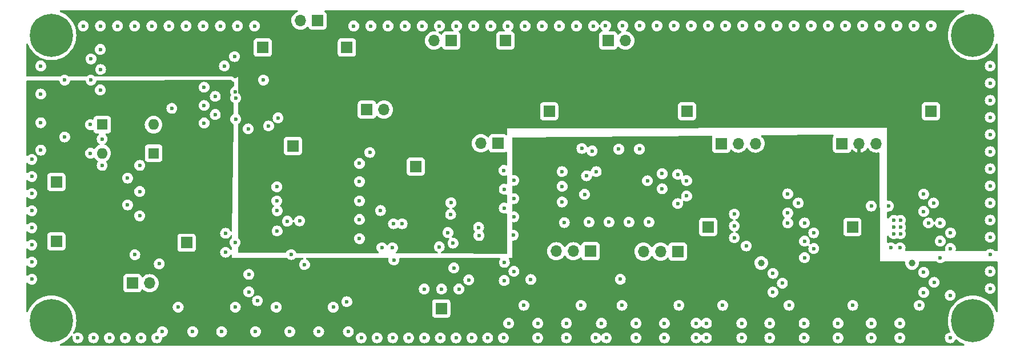
<source format=gbr>
%TF.GenerationSoftware,KiCad,Pcbnew,8.0.2-8.0.2-0~ubuntu20.04.1*%
%TF.CreationDate,2024-05-06T11:04:01+02:00*%
%TF.ProjectId,Receiver Prototype,52656365-6976-4657-9220-50726f746f74,rev?*%
%TF.SameCoordinates,Original*%
%TF.FileFunction,Copper,L3,Inr*%
%TF.FilePolarity,Positive*%
%FSLAX46Y46*%
G04 Gerber Fmt 4.6, Leading zero omitted, Abs format (unit mm)*
G04 Created by KiCad (PCBNEW 8.0.2-8.0.2-0~ubuntu20.04.1) date 2024-05-06 11:04:01*
%MOMM*%
%LPD*%
G01*
G04 APERTURE LIST*
%TA.AperFunction,ComponentPad*%
%ADD10C,6.400000*%
%TD*%
%TA.AperFunction,ComponentPad*%
%ADD11R,1.700000X1.700000*%
%TD*%
%TA.AperFunction,ComponentPad*%
%ADD12O,1.700000X1.700000*%
%TD*%
%TA.AperFunction,ComponentPad*%
%ADD13R,1.600000X1.600000*%
%TD*%
%TA.AperFunction,ComponentPad*%
%ADD14O,1.600000X1.600000*%
%TD*%
%TA.AperFunction,HeatsinkPad*%
%ADD15C,0.600000*%
%TD*%
%TA.AperFunction,ViaPad*%
%ADD16C,0.600000*%
%TD*%
%TA.AperFunction,ViaPad*%
%ADD17C,1.000000*%
%TD*%
%ADD18C,0.300000*%
%ADD19C,0.350000*%
%ADD20C,0.254000*%
G04 APERTURE END LIST*
D10*
%TO.N,N/C*%
%TO.C,H2*%
X90950000Y-96550000D03*
%TD*%
D11*
%TO.N,/I_Filter_Out*%
%TO.C,J6*%
X173510001Y-55000000D03*
D12*
%TO.N,/Q_Filter_Out*%
X176050001Y-55000000D03*
%TD*%
D11*
%TO.N,/IC_Gain*%
%TO.C,J21*%
X158250000Y-55000000D03*
%TD*%
%TO.N,/Buff_Out*%
%TO.C,J19*%
X126750000Y-70625000D03*
%TD*%
%TO.N,/Buff_In*%
%TO.C,J16*%
X111000000Y-85000000D03*
%TD*%
D13*
%TO.N,GND*%
%TO.C,D4*%
X98480000Y-67470000D03*
D14*
%TO.N,Net-(D3-K)*%
X106100000Y-67470000D03*
%TD*%
D11*
%TO.N,/INB*%
%TO.C,J31*%
X122293500Y-56030000D03*
%TD*%
%TO.N,GND*%
%TO.C,J25*%
X185200000Y-65500000D03*
%TD*%
%TO.N,GND*%
%TO.C,J5*%
X221348809Y-65500000D03*
%TD*%
D15*
%TO.N,GND*%
%TO.C,U4*%
X215833850Y-81662459D03*
X215833850Y-82662459D03*
X215833850Y-83662459D03*
X216833850Y-81662459D03*
X216833850Y-82662459D03*
X216833850Y-83662459D03*
%TD*%
D11*
%TO.N,VCC*%
%TO.C,J24*%
X157162500Y-70250000D03*
D12*
%TO.N,/VCC_IC*%
X154622500Y-70250000D03*
%TD*%
D11*
%TO.N,/Reference_Out*%
%TO.C,J17*%
X137725000Y-65250000D03*
D12*
X140265000Y-65250000D03*
%TD*%
D11*
%TO.N,GND*%
%TO.C,J20*%
X91690000Y-84800000D03*
%TD*%
%TO.N,/PWR-*%
%TO.C,J15*%
X188325000Y-82655518D03*
%TD*%
%TO.N,/INA*%
%TO.C,J28*%
X134760000Y-56030000D03*
%TD*%
%TO.N,/PWR+*%
%TO.C,J2*%
X209700000Y-82655518D03*
%TD*%
%TO.N,/Inst_Out*%
%TO.C,J3*%
X91690000Y-76000000D03*
%TD*%
%TO.N,/Inst_Out*%
%TO.C,J18*%
X102960000Y-91000000D03*
D12*
X105500000Y-91000000D03*
%TD*%
D11*
%TO.N,GND*%
%TO.C,J10*%
X144985600Y-73700000D03*
%TD*%
%TO.N,/Q_Filter_In_Eval*%
%TO.C,J30*%
X183805000Y-86310000D03*
D12*
%TO.N,/Q_Filter_In*%
X181265000Y-86310000D03*
%TO.N,/Q_Filter_In_IC*%
X178725000Y-86310000D03*
%TD*%
D11*
%TO.N,/IC_IFOP*%
%TO.C,J22*%
X148750000Y-94750000D03*
%TD*%
D13*
%TO.N,Net-(D3-K)*%
%TO.C,D3*%
X106100000Y-71720000D03*
D14*
%TO.N,GND*%
X98480000Y-71720000D03*
%TD*%
D11*
%TO.N,/I_Filter_In_IC*%
%TO.C,J23*%
X150210000Y-55000000D03*
D12*
%TO.N,/Q_Filter_In_IC*%
X147670000Y-55000000D03*
%TD*%
D10*
%TO.N,N/C*%
%TO.C,H3*%
X227550000Y-96550000D03*
%TD*%
D11*
%TO.N,GND*%
%TO.C,J9*%
X164750000Y-65500000D03*
%TD*%
%TO.N,/PWR-*%
%TO.C,J27*%
X190250001Y-70281118D03*
D12*
%TO.N,VEE*%
X192790001Y-70281118D03*
%TO.N,/VEE_In*%
X195330001Y-70281118D03*
%TD*%
D10*
%TO.N,N/C*%
%TO.C,H4*%
X227550000Y-54200000D03*
%TD*%
D11*
%TO.N,/I_Filter_In_Eval*%
%TO.C,J29*%
X170880595Y-86260000D03*
D12*
%TO.N,/I_Filter_In*%
X168340595Y-86260000D03*
%TO.N,/I_Filter_In_IC*%
X165800595Y-86260000D03*
%TD*%
D11*
%TO.N,/INA*%
%TO.C,J1*%
X130420000Y-52020000D03*
D12*
%TO.N,/INB*%
X127880000Y-52020000D03*
%TD*%
D10*
%TO.N,N/C*%
%TO.C,H1*%
X90950000Y-54200000D03*
%TD*%
D11*
%TO.N,/PWR+*%
%TO.C,J26*%
X208170000Y-70281118D03*
D12*
%TO.N,VCC*%
X210710000Y-70281118D03*
%TO.N,/VCC_In*%
X213250000Y-70281118D03*
%TD*%
D16*
%TO.N,GND*%
X98250000Y-59297499D03*
X197450000Y-96950000D03*
X220275000Y-80350000D03*
X173613333Y-81920000D03*
X88050000Y-85325000D03*
X158640000Y-52830000D03*
X200124750Y-77750000D03*
X118180000Y-84990000D03*
X124425000Y-80250000D03*
X126290000Y-98190000D03*
X202600000Y-87210000D03*
X146265000Y-99110000D03*
X108380000Y-52830000D03*
X163060000Y-96960000D03*
X221725000Y-79100000D03*
X202600000Y-82070000D03*
X230140000Y-74030000D03*
X150951000Y-99110000D03*
X116190000Y-98190000D03*
X197925000Y-92325000D03*
X148608000Y-99110000D03*
X200124750Y-80575000D03*
X185130000Y-75780000D03*
X110920000Y-52830000D03*
X177630000Y-96960000D03*
X92925000Y-69300000D03*
X193300000Y-99110000D03*
X230140000Y-89270000D03*
X167310000Y-99110000D03*
X200124750Y-82070000D03*
X175650000Y-52810000D03*
X195970000Y-52810000D03*
X104050000Y-81000000D03*
X163720000Y-52830000D03*
X193967450Y-85475000D03*
X222732500Y-84760000D03*
X159510000Y-78445000D03*
X88050000Y-90405000D03*
X105840000Y-52830000D03*
X198510000Y-52810000D03*
X143922000Y-99110000D03*
X89380000Y-67184999D03*
X96750000Y-71720000D03*
X125940000Y-81800000D03*
X89380000Y-71250000D03*
X200325000Y-94290000D03*
X97214000Y-99110000D03*
X230140000Y-63870000D03*
X175070000Y-71110000D03*
X185130000Y-78057400D03*
X136630000Y-78790000D03*
X134980000Y-98190000D03*
X171650000Y-99110000D03*
X157980000Y-99110000D03*
X158100000Y-77050000D03*
X136630000Y-73230000D03*
X220275000Y-92371941D03*
X107400000Y-98190000D03*
X230140000Y-71490000D03*
X230140000Y-58790000D03*
X209750000Y-94290000D03*
X139950000Y-85730000D03*
X156100000Y-52830000D03*
X120220000Y-89700000D03*
X181500000Y-74750000D03*
X158750000Y-96960000D03*
X183270000Y-52810000D03*
X172490000Y-96960000D03*
X230140000Y-86730000D03*
X159520000Y-89240000D03*
X141670000Y-82180000D03*
X113600000Y-64625000D03*
X98220000Y-52830000D03*
X109750000Y-94560000D03*
X88050000Y-75165000D03*
X167310000Y-96960000D03*
X185810000Y-52810000D03*
X193300000Y-96950000D03*
X120220000Y-92290000D03*
X111900000Y-98190000D03*
X151020000Y-52830000D03*
X178190000Y-52810000D03*
X142950000Y-82180000D03*
X98200000Y-56315000D03*
X115250000Y-65975000D03*
X124425000Y-83250000D03*
X176576666Y-81920000D03*
X104050000Y-77389999D03*
X153560000Y-52830000D03*
X188063887Y-99110000D03*
X230140000Y-84190000D03*
X178130000Y-71110000D03*
X190890000Y-52810000D03*
X96820000Y-60855000D03*
X116775000Y-86412499D03*
X211210000Y-52810000D03*
X230140000Y-76570000D03*
X203975000Y-83530000D03*
X104050000Y-73525000D03*
X145940000Y-52830000D03*
X113600000Y-61920000D03*
X230140000Y-91810000D03*
X179540000Y-81920000D03*
X146230000Y-91870000D03*
X224210000Y-92800000D03*
X224210000Y-99110000D03*
X218830000Y-52810000D03*
X158090000Y-90610000D03*
X141579000Y-99110000D03*
X171340000Y-52830000D03*
X136630000Y-81550000D03*
X221370000Y-52810000D03*
X180730000Y-52810000D03*
X158110000Y-87920000D03*
X169470000Y-94290000D03*
X152840000Y-90510000D03*
X201050000Y-52810000D03*
X158090000Y-79850000D03*
X88050000Y-72625000D03*
X215040000Y-79546941D03*
X99557000Y-99110000D03*
X202550000Y-99110000D03*
X161000000Y-94290000D03*
X168800000Y-52830000D03*
X121510000Y-93610000D03*
X136893000Y-99110000D03*
X115250000Y-63274999D03*
X181840000Y-96960000D03*
X216770000Y-85746941D03*
X230140000Y-68950000D03*
X161180000Y-52830000D03*
X190475000Y-94290000D03*
X106586000Y-99110000D03*
X136630000Y-84390000D03*
X98200000Y-62325000D03*
X159440000Y-83870000D03*
X159510000Y-75740000D03*
X202600000Y-84760000D03*
X118540000Y-52830000D03*
X201675000Y-79100000D03*
X188063887Y-96950000D03*
X220275000Y-77775000D03*
X206130000Y-52810000D03*
X192200000Y-84275000D03*
X166675000Y-76625000D03*
X159510000Y-81150000D03*
X103300000Y-52830000D03*
X89380000Y-62934999D03*
X135780000Y-52830000D03*
X230140000Y-66410000D03*
X166260000Y-52830000D03*
X222732500Y-87210000D03*
X163060000Y-99110000D03*
X116775000Y-83600000D03*
X92925000Y-60855000D03*
X88050000Y-82785000D03*
X89380000Y-58770000D03*
X123156000Y-67675000D03*
X102250000Y-79380000D03*
X192200000Y-80735401D03*
X88050000Y-77705000D03*
X94871000Y-99110000D03*
X207575000Y-96950000D03*
X197925000Y-89550000D03*
X212500000Y-96950000D03*
X96750000Y-67470000D03*
X98480000Y-69594999D03*
X124290000Y-94560000D03*
X173220000Y-99110000D03*
X188350000Y-52810000D03*
X124550000Y-66475000D03*
X181840000Y-99110000D03*
X116600000Y-58770000D03*
X95680000Y-52830000D03*
X224240000Y-83530000D03*
X132740000Y-94560000D03*
X212500000Y-99110000D03*
X139740000Y-80220000D03*
X166675000Y-74450000D03*
X153294000Y-99110000D03*
X166675000Y-78950000D03*
X177630000Y-99110000D03*
X197450000Y-99110000D03*
X192200000Y-82505200D03*
X171725000Y-74450000D03*
X148800000Y-91870000D03*
X138170000Y-71600000D03*
X102250000Y-75400000D03*
X101900000Y-99110000D03*
X88050000Y-80245000D03*
X202550000Y-96950000D03*
X219625000Y-94290000D03*
X230140000Y-79110000D03*
X113460000Y-52830000D03*
X130580000Y-98190000D03*
X220980000Y-82070000D03*
X203975000Y-85860000D03*
X220275000Y-89396941D03*
X155637000Y-99110000D03*
X98480000Y-73525000D03*
X212500000Y-79546941D03*
X183990000Y-94290000D03*
X215390000Y-85746941D03*
X216750000Y-99110000D03*
X113600000Y-67225000D03*
X143400000Y-52830000D03*
X140860000Y-52830000D03*
X224240000Y-85860000D03*
X138320000Y-52830000D03*
X230140000Y-61330000D03*
X186542776Y-99110000D03*
X121080000Y-52830000D03*
X207575000Y-99110000D03*
X96820000Y-57725000D03*
X208670000Y-52810000D03*
X151370000Y-91870000D03*
X104243000Y-99110000D03*
X199325000Y-91010000D03*
X158050000Y-74250000D03*
X100760000Y-52830000D03*
X136630000Y-75920000D03*
X203590000Y-52810000D03*
X216290000Y-52810000D03*
X118104700Y-57375000D03*
X175540000Y-94290000D03*
X88050000Y-87865000D03*
X141520000Y-85730000D03*
X126500000Y-86750000D03*
X121210000Y-98190000D03*
X193430000Y-52810000D03*
X139236000Y-99110000D03*
X221810000Y-90871941D03*
X116000000Y-52830000D03*
X170650000Y-81920000D03*
X150500000Y-85050000D03*
X222732500Y-82070000D03*
X213750000Y-52810000D03*
X148480000Y-52830000D03*
X173110000Y-52810000D03*
X216750000Y-96950000D03*
X118220000Y-94560000D03*
X186542776Y-96950000D03*
X230140000Y-81650000D03*
%TO.N,/I_Filter_Out*%
X170000000Y-77807400D03*
X170285001Y-75057400D03*
%TO.N,Net-(C11-Pad2)*%
X169600000Y-71000000D03*
X171120000Y-71390000D03*
%TO.N,/Q_Filter_Out*%
X179310001Y-75810001D03*
X181500000Y-77000000D03*
%TO.N,Net-(C13-Pad2)*%
X183810001Y-74875000D03*
X183810000Y-79190000D03*
%TO.N,/Inst_Out*%
X134750000Y-93750000D03*
X108812500Y-65060000D03*
X106950000Y-88130000D03*
X103325000Y-86775000D03*
%TO.N,Net-(U1-OUTA)*%
X118275000Y-63525000D03*
X118275000Y-66650000D03*
%TO.N,Net-(U1-INC+)*%
X120125000Y-68100000D03*
X122390000Y-60860000D03*
%TO.N,/Reference_Out*%
X128490000Y-88250000D03*
X127750000Y-81750000D03*
%TO.N,Net-(U5-IFLO)*%
X150620000Y-88750000D03*
X141730000Y-87550000D03*
%TO.N,/IC_Gain*%
X148450000Y-85610000D03*
X150190000Y-79070000D03*
%TO.N,/VCC_IC*%
X150140000Y-80800000D03*
X149750000Y-83500000D03*
%TO.N,/Buff_Out*%
X124375000Y-78790000D03*
X124375000Y-76700000D03*
D17*
%TO.N,/PWR+*%
X218550000Y-88000000D03*
%TO.N,/PWR-*%
X196183600Y-88000000D03*
D16*
%TO.N,VCC*%
X176425000Y-73675000D03*
X117000000Y-63274999D03*
X105050000Y-62425000D03*
X160630000Y-70670000D03*
D17*
X211175000Y-72500000D03*
D16*
X125280000Y-90150000D03*
X125250000Y-88000000D03*
X123130000Y-93610000D03*
X177250000Y-74480000D03*
%TO.N,VEE*%
X119500000Y-86000000D03*
D17*
X193650000Y-66450000D03*
D16*
X105000000Y-56175000D03*
X157000000Y-82500000D03*
X167000000Y-82000000D03*
X129100000Y-83275000D03*
X118255502Y-62588406D03*
X121190000Y-58770000D03*
X118250500Y-60335500D03*
X129125000Y-85125000D03*
%TO.N,/I_Filter_In_IC*%
X162030000Y-90460000D03*
X154290000Y-82720000D03*
%TO.N,/Q_Filter_In_IC*%
X154350000Y-83940000D03*
X175300000Y-90420000D03*
%TD*%
%TA.AperFunction,Conductor*%
%TO.N,VEE*%
G36*
X127458123Y-50520174D02*
G01*
X127503878Y-50572978D01*
X127513822Y-50642136D01*
X127484797Y-50705692D01*
X127426019Y-50743466D01*
X127423176Y-50744264D01*
X127416346Y-50746093D01*
X127416335Y-50746098D01*
X127202171Y-50845964D01*
X127202169Y-50845965D01*
X127008597Y-50981505D01*
X126841505Y-51148597D01*
X126705965Y-51342169D01*
X126705964Y-51342171D01*
X126606098Y-51556335D01*
X126606094Y-51556344D01*
X126544938Y-51784586D01*
X126544936Y-51784596D01*
X126524341Y-52019999D01*
X126524341Y-52020000D01*
X126544936Y-52255403D01*
X126544938Y-52255413D01*
X126606094Y-52483655D01*
X126606096Y-52483659D01*
X126606097Y-52483663D01*
X126674683Y-52630745D01*
X126705965Y-52697830D01*
X126705967Y-52697834D01*
X126798514Y-52830003D01*
X126841505Y-52891401D01*
X127008599Y-53058495D01*
X127105384Y-53126265D01*
X127202165Y-53194032D01*
X127202167Y-53194033D01*
X127202170Y-53194035D01*
X127416337Y-53293903D01*
X127644592Y-53355063D01*
X127821034Y-53370500D01*
X127879999Y-53375659D01*
X127880000Y-53375659D01*
X127880001Y-53375659D01*
X127938966Y-53370500D01*
X128115408Y-53355063D01*
X128343663Y-53293903D01*
X128557830Y-53194035D01*
X128751401Y-53058495D01*
X128873329Y-52936566D01*
X128934648Y-52903084D01*
X129004340Y-52908068D01*
X129060274Y-52949939D01*
X129077189Y-52980917D01*
X129126202Y-53112328D01*
X129126206Y-53112335D01*
X129212452Y-53227544D01*
X129212455Y-53227547D01*
X129327664Y-53313793D01*
X129327671Y-53313797D01*
X129462517Y-53364091D01*
X129462516Y-53364091D01*
X129469444Y-53364835D01*
X129522127Y-53370500D01*
X131317872Y-53370499D01*
X131377483Y-53364091D01*
X131512331Y-53313796D01*
X131627546Y-53227546D01*
X131713796Y-53112331D01*
X131764091Y-52977483D01*
X131770500Y-52917873D01*
X131770500Y-52829996D01*
X134974435Y-52829996D01*
X134974435Y-52830003D01*
X134994630Y-53009249D01*
X134994631Y-53009254D01*
X135054211Y-53179523D01*
X135084387Y-53227547D01*
X135150184Y-53332262D01*
X135277738Y-53459816D01*
X135354188Y-53507853D01*
X135423368Y-53551322D01*
X135430478Y-53555789D01*
X135543591Y-53595369D01*
X135600745Y-53615368D01*
X135600750Y-53615369D01*
X135779996Y-53635565D01*
X135780000Y-53635565D01*
X135780004Y-53635565D01*
X135959249Y-53615369D01*
X135959252Y-53615368D01*
X135959255Y-53615368D01*
X136129522Y-53555789D01*
X136282262Y-53459816D01*
X136409816Y-53332262D01*
X136505789Y-53179522D01*
X136565368Y-53009255D01*
X136567286Y-52992234D01*
X136585565Y-52830003D01*
X136585565Y-52829996D01*
X137514435Y-52829996D01*
X137514435Y-52830003D01*
X137534630Y-53009249D01*
X137534631Y-53009254D01*
X137594211Y-53179523D01*
X137624387Y-53227547D01*
X137690184Y-53332262D01*
X137817738Y-53459816D01*
X137894188Y-53507853D01*
X137963368Y-53551322D01*
X137970478Y-53555789D01*
X138083591Y-53595369D01*
X138140745Y-53615368D01*
X138140750Y-53615369D01*
X138319996Y-53635565D01*
X138320000Y-53635565D01*
X138320004Y-53635565D01*
X138499249Y-53615369D01*
X138499252Y-53615368D01*
X138499255Y-53615368D01*
X138669522Y-53555789D01*
X138822262Y-53459816D01*
X138949816Y-53332262D01*
X139045789Y-53179522D01*
X139105368Y-53009255D01*
X139107286Y-52992234D01*
X139125565Y-52830003D01*
X139125565Y-52829996D01*
X140054435Y-52829996D01*
X140054435Y-52830003D01*
X140074630Y-53009249D01*
X140074631Y-53009254D01*
X140134211Y-53179523D01*
X140164387Y-53227547D01*
X140230184Y-53332262D01*
X140357738Y-53459816D01*
X140434188Y-53507853D01*
X140503368Y-53551322D01*
X140510478Y-53555789D01*
X140623591Y-53595369D01*
X140680745Y-53615368D01*
X140680750Y-53615369D01*
X140859996Y-53635565D01*
X140860000Y-53635565D01*
X140860004Y-53635565D01*
X141039249Y-53615369D01*
X141039252Y-53615368D01*
X141039255Y-53615368D01*
X141209522Y-53555789D01*
X141362262Y-53459816D01*
X141489816Y-53332262D01*
X141585789Y-53179522D01*
X141645368Y-53009255D01*
X141647286Y-52992234D01*
X141665565Y-52830003D01*
X141665565Y-52829996D01*
X142594435Y-52829996D01*
X142594435Y-52830003D01*
X142614630Y-53009249D01*
X142614631Y-53009254D01*
X142674211Y-53179523D01*
X142704387Y-53227547D01*
X142770184Y-53332262D01*
X142897738Y-53459816D01*
X142974188Y-53507853D01*
X143043368Y-53551322D01*
X143050478Y-53555789D01*
X143163591Y-53595369D01*
X143220745Y-53615368D01*
X143220750Y-53615369D01*
X143399996Y-53635565D01*
X143400000Y-53635565D01*
X143400004Y-53635565D01*
X143579249Y-53615369D01*
X143579252Y-53615368D01*
X143579255Y-53615368D01*
X143749522Y-53555789D01*
X143902262Y-53459816D01*
X144029816Y-53332262D01*
X144125789Y-53179522D01*
X144185368Y-53009255D01*
X144187286Y-52992234D01*
X144205565Y-52830003D01*
X144205565Y-52829996D01*
X145134435Y-52829996D01*
X145134435Y-52830003D01*
X145154630Y-53009249D01*
X145154631Y-53009254D01*
X145214211Y-53179523D01*
X145244387Y-53227547D01*
X145310184Y-53332262D01*
X145437738Y-53459816D01*
X145514188Y-53507853D01*
X145583368Y-53551322D01*
X145590478Y-53555789D01*
X145703591Y-53595369D01*
X145760745Y-53615368D01*
X145760750Y-53615369D01*
X145939996Y-53635565D01*
X145940000Y-53635565D01*
X145940004Y-53635565D01*
X146119249Y-53615369D01*
X146119252Y-53615368D01*
X146119255Y-53615368D01*
X146289522Y-53555789D01*
X146442262Y-53459816D01*
X146569816Y-53332262D01*
X146665789Y-53179522D01*
X146725368Y-53009255D01*
X146727286Y-52992234D01*
X146745565Y-52830003D01*
X146745565Y-52829996D01*
X146725369Y-52650750D01*
X146725368Y-52650745D01*
X146666903Y-52483663D01*
X146665789Y-52480478D01*
X146653223Y-52460480D01*
X146614894Y-52399479D01*
X146569816Y-52327738D01*
X146442262Y-52200184D01*
X146410432Y-52180184D01*
X146289523Y-52104211D01*
X146119254Y-52044631D01*
X146119249Y-52044630D01*
X145940004Y-52024435D01*
X145939996Y-52024435D01*
X145760750Y-52044630D01*
X145760745Y-52044631D01*
X145590476Y-52104211D01*
X145437737Y-52200184D01*
X145310184Y-52327737D01*
X145214211Y-52480476D01*
X145154631Y-52650745D01*
X145154630Y-52650750D01*
X145134435Y-52829996D01*
X144205565Y-52829996D01*
X144185369Y-52650750D01*
X144185368Y-52650745D01*
X144126903Y-52483663D01*
X144125789Y-52480478D01*
X144113223Y-52460480D01*
X144074894Y-52399479D01*
X144029816Y-52327738D01*
X143902262Y-52200184D01*
X143870432Y-52180184D01*
X143749523Y-52104211D01*
X143579254Y-52044631D01*
X143579249Y-52044630D01*
X143400004Y-52024435D01*
X143399996Y-52024435D01*
X143220750Y-52044630D01*
X143220745Y-52044631D01*
X143050476Y-52104211D01*
X142897737Y-52200184D01*
X142770184Y-52327737D01*
X142674211Y-52480476D01*
X142614631Y-52650745D01*
X142614630Y-52650750D01*
X142594435Y-52829996D01*
X141665565Y-52829996D01*
X141645369Y-52650750D01*
X141645368Y-52650745D01*
X141586903Y-52483663D01*
X141585789Y-52480478D01*
X141573223Y-52460480D01*
X141534894Y-52399479D01*
X141489816Y-52327738D01*
X141362262Y-52200184D01*
X141330432Y-52180184D01*
X141209523Y-52104211D01*
X141039254Y-52044631D01*
X141039249Y-52044630D01*
X140860004Y-52024435D01*
X140859996Y-52024435D01*
X140680750Y-52044630D01*
X140680745Y-52044631D01*
X140510476Y-52104211D01*
X140357737Y-52200184D01*
X140230184Y-52327737D01*
X140134211Y-52480476D01*
X140074631Y-52650745D01*
X140074630Y-52650750D01*
X140054435Y-52829996D01*
X139125565Y-52829996D01*
X139105369Y-52650750D01*
X139105368Y-52650745D01*
X139046903Y-52483663D01*
X139045789Y-52480478D01*
X139033223Y-52460480D01*
X138994894Y-52399479D01*
X138949816Y-52327738D01*
X138822262Y-52200184D01*
X138790432Y-52180184D01*
X138669523Y-52104211D01*
X138499254Y-52044631D01*
X138499249Y-52044630D01*
X138320004Y-52024435D01*
X138319996Y-52024435D01*
X138140750Y-52044630D01*
X138140745Y-52044631D01*
X137970476Y-52104211D01*
X137817737Y-52200184D01*
X137690184Y-52327737D01*
X137594211Y-52480476D01*
X137534631Y-52650745D01*
X137534630Y-52650750D01*
X137514435Y-52829996D01*
X136585565Y-52829996D01*
X136565369Y-52650750D01*
X136565368Y-52650745D01*
X136506903Y-52483663D01*
X136505789Y-52480478D01*
X136493223Y-52460480D01*
X136454894Y-52399479D01*
X136409816Y-52327738D01*
X136282262Y-52200184D01*
X136250432Y-52180184D01*
X136129523Y-52104211D01*
X135959254Y-52044631D01*
X135959249Y-52044630D01*
X135780004Y-52024435D01*
X135779996Y-52024435D01*
X135600750Y-52044630D01*
X135600745Y-52044631D01*
X135430476Y-52104211D01*
X135277737Y-52200184D01*
X135150184Y-52327737D01*
X135054211Y-52480476D01*
X134994631Y-52650745D01*
X134994630Y-52650750D01*
X134974435Y-52829996D01*
X131770500Y-52829996D01*
X131770499Y-51122128D01*
X131764091Y-51062517D01*
X131762810Y-51059083D01*
X131713797Y-50927671D01*
X131713793Y-50927664D01*
X131627547Y-50812455D01*
X131627544Y-50812452D01*
X131509061Y-50723755D01*
X131467190Y-50667821D01*
X131462206Y-50598130D01*
X131495692Y-50536807D01*
X131557015Y-50503323D01*
X131583372Y-50500489D01*
X226192533Y-50500489D01*
X226259572Y-50520174D01*
X226305327Y-50572978D01*
X226315271Y-50642136D01*
X226286246Y-50705692D01*
X226236971Y-50740253D01*
X226042802Y-50814787D01*
X225697206Y-50990877D01*
X225371917Y-51202122D01*
X225070488Y-51446215D01*
X225070480Y-51446222D01*
X224796222Y-51720480D01*
X224796215Y-51720488D01*
X224552122Y-52021917D01*
X224340877Y-52347206D01*
X224164787Y-52692802D01*
X224025788Y-53054905D01*
X223925397Y-53429570D01*
X223925397Y-53429572D01*
X223864722Y-53812660D01*
X223844422Y-54199999D01*
X223844422Y-54200000D01*
X223864722Y-54587339D01*
X223901961Y-54822455D01*
X223925398Y-54970433D01*
X223933320Y-55000000D01*
X224025788Y-55345094D01*
X224164787Y-55707197D01*
X224340877Y-56052793D01*
X224552122Y-56378082D01*
X224723432Y-56589632D01*
X224796219Y-56679516D01*
X225070484Y-56953781D01*
X225159020Y-57025476D01*
X225371917Y-57197877D01*
X225653132Y-57380500D01*
X225697211Y-57409125D01*
X226042806Y-57585214D01*
X226404913Y-57724214D01*
X226779567Y-57824602D01*
X227162662Y-57885278D01*
X227524642Y-57904249D01*
X227549999Y-57905578D01*
X227550000Y-57905578D01*
X227550001Y-57905578D01*
X227575358Y-57904249D01*
X227937338Y-57885278D01*
X228320433Y-57824602D01*
X228695087Y-57724214D01*
X229057194Y-57585214D01*
X229402789Y-57409125D01*
X229728084Y-57197876D01*
X230029516Y-56953781D01*
X230303781Y-56679516D01*
X230547876Y-56378084D01*
X230759125Y-56052789D01*
X230935214Y-55707194D01*
X231009747Y-55513026D01*
X231052149Y-55457496D01*
X231117843Y-55433703D01*
X231185971Y-55449205D01*
X231234904Y-55499078D01*
X231249511Y-55557466D01*
X231249511Y-86126000D01*
X231229826Y-86193039D01*
X231177022Y-86238794D01*
X231125511Y-86250000D01*
X230843440Y-86250000D01*
X230776401Y-86230315D01*
X230755759Y-86213681D01*
X230642262Y-86100184D01*
X230489523Y-86004211D01*
X230319254Y-85944631D01*
X230319249Y-85944630D01*
X230140004Y-85924435D01*
X230139996Y-85924435D01*
X229960750Y-85944630D01*
X229960745Y-85944631D01*
X229790476Y-86004211D01*
X229637737Y-86100184D01*
X229524241Y-86213681D01*
X229462918Y-86247166D01*
X229436560Y-86250000D01*
X225126387Y-86250000D01*
X225059348Y-86230315D01*
X225013593Y-86177511D01*
X225003649Y-86108353D01*
X225009346Y-86085045D01*
X225025366Y-86039262D01*
X225025369Y-86039249D01*
X225045565Y-85860003D01*
X225045565Y-85859996D01*
X225025369Y-85680750D01*
X225025368Y-85680745D01*
X225000612Y-85609996D01*
X224965789Y-85510478D01*
X224869816Y-85357738D01*
X224742262Y-85230184D01*
X224738368Y-85227737D01*
X224589523Y-85134211D01*
X224419254Y-85074631D01*
X224419249Y-85074630D01*
X224240004Y-85054435D01*
X224239996Y-85054435D01*
X224060750Y-85074630D01*
X224060745Y-85074631D01*
X223890476Y-85134211D01*
X223737737Y-85230184D01*
X223610184Y-85357737D01*
X223514211Y-85510476D01*
X223454631Y-85680745D01*
X223454630Y-85680750D01*
X223434435Y-85859996D01*
X223434435Y-85860003D01*
X223454630Y-86039249D01*
X223454633Y-86039262D01*
X223470654Y-86085045D01*
X223474217Y-86154823D01*
X223439488Y-86215451D01*
X223377495Y-86247679D01*
X223353613Y-86250000D01*
X217616826Y-86250000D01*
X217549787Y-86230315D01*
X217504032Y-86177511D01*
X217494088Y-86108353D01*
X217499785Y-86085045D01*
X217555366Y-85926203D01*
X217555369Y-85926190D01*
X217575565Y-85746944D01*
X217575565Y-85746937D01*
X217555369Y-85567691D01*
X217555368Y-85567686D01*
X217495788Y-85397417D01*
X217409742Y-85260476D01*
X217399816Y-85244679D01*
X217272262Y-85117125D01*
X217270134Y-85115788D01*
X217119523Y-85021152D01*
X216949254Y-84961572D01*
X216949249Y-84961571D01*
X216770004Y-84941376D01*
X216769996Y-84941376D01*
X216590750Y-84961571D01*
X216590745Y-84961572D01*
X216420476Y-85021152D01*
X216267737Y-85117125D01*
X216167681Y-85217182D01*
X216106358Y-85250667D01*
X216036666Y-85245683D01*
X215992319Y-85217182D01*
X215892262Y-85117125D01*
X215739523Y-85021152D01*
X215569254Y-84961572D01*
X215569249Y-84961571D01*
X215390004Y-84941376D01*
X215389996Y-84941376D01*
X215210750Y-84961571D01*
X215210745Y-84961572D01*
X215040476Y-85021152D01*
X215037801Y-85022441D01*
X215035899Y-85022754D01*
X215033905Y-85023452D01*
X215033782Y-85023102D01*
X214968859Y-85033792D01*
X214904725Y-85006069D01*
X214865760Y-84948074D01*
X214860000Y-84910720D01*
X214860000Y-84759996D01*
X221926935Y-84759996D01*
X221926935Y-84760003D01*
X221947130Y-84939249D01*
X221947131Y-84939254D01*
X222006711Y-85109523D01*
X222081944Y-85229254D01*
X222102684Y-85262262D01*
X222230238Y-85389816D01*
X222382978Y-85485789D01*
X222553245Y-85545368D01*
X222553250Y-85545369D01*
X222732496Y-85565565D01*
X222732500Y-85565565D01*
X222732504Y-85565565D01*
X222911749Y-85545369D01*
X222911752Y-85545368D01*
X222911755Y-85545368D01*
X223082022Y-85485789D01*
X223234762Y-85389816D01*
X223362316Y-85262262D01*
X223458289Y-85109522D01*
X223517868Y-84939255D01*
X223530783Y-84824630D01*
X223538065Y-84760003D01*
X223538065Y-84759996D01*
X223517869Y-84580750D01*
X223517868Y-84580745D01*
X223471358Y-84447827D01*
X223458289Y-84410478D01*
X223362316Y-84257738D01*
X223234762Y-84130184D01*
X223217359Y-84119249D01*
X223082023Y-84034211D01*
X222911754Y-83974631D01*
X222911749Y-83974630D01*
X222732504Y-83954435D01*
X222732496Y-83954435D01*
X222553250Y-83974630D01*
X222553245Y-83974631D01*
X222382976Y-84034211D01*
X222230237Y-84130184D01*
X222102684Y-84257737D01*
X222006711Y-84410476D01*
X221947131Y-84580745D01*
X221947130Y-84580750D01*
X221926935Y-84759996D01*
X214860000Y-84759996D01*
X214860000Y-84032876D01*
X214879685Y-83965837D01*
X214932489Y-83920082D01*
X215001647Y-83910138D01*
X215065203Y-83939163D01*
X215101042Y-83991923D01*
X215108059Y-84011979D01*
X215175462Y-84119249D01*
X215204034Y-84164721D01*
X215331588Y-84292275D01*
X215484328Y-84388248D01*
X215638691Y-84442262D01*
X215654595Y-84447827D01*
X215654600Y-84447828D01*
X215833846Y-84468024D01*
X215833850Y-84468024D01*
X215833854Y-84468024D01*
X216013099Y-84447828D01*
X216013102Y-84447827D01*
X216013105Y-84447827D01*
X216183372Y-84388248D01*
X216208814Y-84372262D01*
X216267877Y-84335150D01*
X216335114Y-84316149D01*
X216399823Y-84335150D01*
X216484325Y-84388247D01*
X216654595Y-84447827D01*
X216654600Y-84447828D01*
X216833846Y-84468024D01*
X216833850Y-84468024D01*
X216833854Y-84468024D01*
X217013099Y-84447828D01*
X217013102Y-84447827D01*
X217013105Y-84447827D01*
X217183372Y-84388248D01*
X217336112Y-84292275D01*
X217463666Y-84164721D01*
X217559639Y-84011981D01*
X217619218Y-83841714D01*
X217619219Y-83841708D01*
X217639415Y-83662462D01*
X217639415Y-83662455D01*
X217624491Y-83529996D01*
X223434435Y-83529996D01*
X223434435Y-83530003D01*
X223454630Y-83709249D01*
X223454631Y-83709254D01*
X223514211Y-83879523D01*
X223584837Y-83991923D01*
X223610184Y-84032262D01*
X223737738Y-84159816D01*
X223809062Y-84204632D01*
X223882488Y-84250769D01*
X223890478Y-84255789D01*
X223994746Y-84292274D01*
X224060745Y-84315368D01*
X224060750Y-84315369D01*
X224239996Y-84335565D01*
X224240000Y-84335565D01*
X224240004Y-84335565D01*
X224419249Y-84315369D01*
X224419252Y-84315368D01*
X224419255Y-84315368D01*
X224589522Y-84255789D01*
X224694231Y-84189996D01*
X229334435Y-84189996D01*
X229334435Y-84190003D01*
X229354630Y-84369249D01*
X229354631Y-84369254D01*
X229414211Y-84539523D01*
X229477646Y-84640478D01*
X229510184Y-84692262D01*
X229637738Y-84819816D01*
X229645403Y-84824632D01*
X229782410Y-84910720D01*
X229790478Y-84915789D01*
X229921318Y-84961572D01*
X229960745Y-84975368D01*
X229960750Y-84975369D01*
X230139996Y-84995565D01*
X230140000Y-84995565D01*
X230140004Y-84995565D01*
X230319249Y-84975369D01*
X230319252Y-84975368D01*
X230319255Y-84975368D01*
X230489522Y-84915789D01*
X230642262Y-84819816D01*
X230769816Y-84692262D01*
X230865789Y-84539522D01*
X230925368Y-84369255D01*
X230926390Y-84360184D01*
X230945565Y-84190003D01*
X230945565Y-84189996D01*
X230925369Y-84010750D01*
X230925368Y-84010745D01*
X230913136Y-83975788D01*
X230865789Y-83840478D01*
X230769816Y-83687738D01*
X230642262Y-83560184D01*
X230489523Y-83464211D01*
X230319254Y-83404631D01*
X230319249Y-83404630D01*
X230140004Y-83384435D01*
X230139996Y-83384435D01*
X229960750Y-83404630D01*
X229960745Y-83404631D01*
X229790476Y-83464211D01*
X229637737Y-83560184D01*
X229510184Y-83687737D01*
X229414211Y-83840476D01*
X229354631Y-84010745D01*
X229354630Y-84010750D01*
X229334435Y-84189996D01*
X224694231Y-84189996D01*
X224742262Y-84159816D01*
X224869816Y-84032262D01*
X224965789Y-83879522D01*
X225025368Y-83709255D01*
X225027454Y-83690745D01*
X225045565Y-83530003D01*
X225045565Y-83529996D01*
X225025369Y-83350750D01*
X225025368Y-83350745D01*
X225014872Y-83320750D01*
X224965789Y-83180478D01*
X224955262Y-83163725D01*
X224926582Y-83118080D01*
X224869816Y-83027738D01*
X224742262Y-82900184D01*
X224703081Y-82875565D01*
X224589523Y-82804211D01*
X224419254Y-82744631D01*
X224419249Y-82744630D01*
X224240004Y-82724435D01*
X224239996Y-82724435D01*
X224060750Y-82744630D01*
X224060745Y-82744631D01*
X223890476Y-82804211D01*
X223737737Y-82900184D01*
X223610184Y-83027737D01*
X223514211Y-83180476D01*
X223454631Y-83350745D01*
X223454630Y-83350750D01*
X223434435Y-83529996D01*
X217624491Y-83529996D01*
X217619219Y-83483209D01*
X217619218Y-83483204D01*
X217559638Y-83312934D01*
X217506541Y-83228432D01*
X217487540Y-83161195D01*
X217506541Y-83096486D01*
X217559638Y-83011983D01*
X217575949Y-82965369D01*
X217619218Y-82841714D01*
X217623444Y-82804211D01*
X217639415Y-82662462D01*
X217639415Y-82662455D01*
X217619219Y-82483209D01*
X217619218Y-82483204D01*
X217559638Y-82312934D01*
X217506541Y-82228432D01*
X217487540Y-82161195D01*
X217506541Y-82096486D01*
X217523186Y-82069996D01*
X220174435Y-82069996D01*
X220174435Y-82070003D01*
X220194630Y-82249249D01*
X220194631Y-82249254D01*
X220254211Y-82419523D01*
X220330384Y-82540750D01*
X220350184Y-82572262D01*
X220477738Y-82699816D01*
X220630478Y-82795789D01*
X220761707Y-82841708D01*
X220800745Y-82855368D01*
X220800750Y-82855369D01*
X220979996Y-82875565D01*
X220980000Y-82875565D01*
X220980004Y-82875565D01*
X221159249Y-82855369D01*
X221159252Y-82855368D01*
X221159255Y-82855368D01*
X221329522Y-82795789D01*
X221482262Y-82699816D01*
X221609816Y-82572262D01*
X221705789Y-82419522D01*
X221739208Y-82324016D01*
X221779930Y-82267240D01*
X221844882Y-82241492D01*
X221913444Y-82254948D01*
X221963847Y-82303335D01*
X221973292Y-82324016D01*
X222006710Y-82419521D01*
X222082884Y-82540750D01*
X222102684Y-82572262D01*
X222230238Y-82699816D01*
X222382978Y-82795789D01*
X222514207Y-82841708D01*
X222553245Y-82855368D01*
X222553250Y-82855369D01*
X222732496Y-82875565D01*
X222732500Y-82875565D01*
X222732504Y-82875565D01*
X222911749Y-82855369D01*
X222911752Y-82855368D01*
X222911755Y-82855368D01*
X223082022Y-82795789D01*
X223234762Y-82699816D01*
X223362316Y-82572262D01*
X223458289Y-82419522D01*
X223517868Y-82249255D01*
X223519801Y-82232098D01*
X223538065Y-82070003D01*
X223538065Y-82069996D01*
X223517869Y-81890750D01*
X223517868Y-81890745D01*
X223511026Y-81871192D01*
X223458289Y-81720478D01*
X223424517Y-81666731D01*
X223419082Y-81658080D01*
X223414002Y-81649996D01*
X229334435Y-81649996D01*
X229334435Y-81650003D01*
X229354630Y-81829249D01*
X229354631Y-81829254D01*
X229414211Y-81999523D01*
X229475139Y-82096488D01*
X229510184Y-82152262D01*
X229637738Y-82279816D01*
X229708082Y-82324016D01*
X229782025Y-82370478D01*
X229790478Y-82375789D01*
X229944878Y-82429816D01*
X229960745Y-82435368D01*
X229960750Y-82435369D01*
X230139996Y-82455565D01*
X230140000Y-82455565D01*
X230140004Y-82455565D01*
X230319249Y-82435369D01*
X230319252Y-82435368D01*
X230319255Y-82435368D01*
X230489522Y-82375789D01*
X230642262Y-82279816D01*
X230769816Y-82152262D01*
X230865789Y-81999522D01*
X230925368Y-81829255D01*
X230925369Y-81829249D01*
X230945565Y-81650003D01*
X230945565Y-81649996D01*
X230925369Y-81470750D01*
X230925368Y-81470745D01*
X230865789Y-81300478D01*
X230864067Y-81297738D01*
X230802955Y-81200478D01*
X230769816Y-81147738D01*
X230642262Y-81020184D01*
X230633426Y-81014632D01*
X230489523Y-80924211D01*
X230319254Y-80864631D01*
X230319249Y-80864630D01*
X230140004Y-80844435D01*
X230139996Y-80844435D01*
X229960750Y-80864630D01*
X229960745Y-80864631D01*
X229790476Y-80924211D01*
X229637737Y-81020184D01*
X229510184Y-81147737D01*
X229414211Y-81300476D01*
X229354631Y-81470745D01*
X229354630Y-81470750D01*
X229334435Y-81649996D01*
X223414002Y-81649996D01*
X223362316Y-81567738D01*
X223234762Y-81440184D01*
X223082023Y-81344211D01*
X222911754Y-81284631D01*
X222911749Y-81284630D01*
X222732504Y-81264435D01*
X222732496Y-81264435D01*
X222553250Y-81284630D01*
X222553245Y-81284631D01*
X222382976Y-81344211D01*
X222230237Y-81440184D01*
X222102684Y-81567737D01*
X222006711Y-81720476D01*
X221973292Y-81815984D01*
X221932570Y-81872760D01*
X221867617Y-81898507D01*
X221799055Y-81885051D01*
X221748653Y-81836664D01*
X221739208Y-81815984D01*
X221705788Y-81720476D01*
X221666582Y-81658080D01*
X221609816Y-81567738D01*
X221482262Y-81440184D01*
X221329523Y-81344211D01*
X221159254Y-81284631D01*
X221159249Y-81284630D01*
X220980004Y-81264435D01*
X220979996Y-81264435D01*
X220800750Y-81284630D01*
X220800745Y-81284631D01*
X220630476Y-81344211D01*
X220477737Y-81440184D01*
X220350184Y-81567737D01*
X220254211Y-81720476D01*
X220194631Y-81890745D01*
X220194630Y-81890750D01*
X220174435Y-82069996D01*
X217523186Y-82069996D01*
X217559638Y-82011983D01*
X217563569Y-82000750D01*
X217619218Y-81841714D01*
X217620484Y-81830478D01*
X217639415Y-81662462D01*
X217639415Y-81662455D01*
X217619219Y-81483209D01*
X217619218Y-81483204D01*
X217595534Y-81415519D01*
X217559639Y-81312937D01*
X217552931Y-81302262D01*
X217463665Y-81160196D01*
X217336112Y-81032643D01*
X217183373Y-80936670D01*
X217013104Y-80877090D01*
X217013099Y-80877089D01*
X216833854Y-80856894D01*
X216833846Y-80856894D01*
X216654600Y-80877089D01*
X216654587Y-80877092D01*
X216484329Y-80936668D01*
X216399821Y-80989768D01*
X216332584Y-81008768D01*
X216267879Y-80989768D01*
X216183370Y-80936668D01*
X216013112Y-80877092D01*
X216013099Y-80877089D01*
X215833854Y-80856894D01*
X215833846Y-80856894D01*
X215654600Y-80877089D01*
X215654595Y-80877090D01*
X215484326Y-80936670D01*
X215331587Y-81032643D01*
X215204034Y-81160196D01*
X215108059Y-81312939D01*
X215101041Y-81332996D01*
X215060320Y-81389772D01*
X214995367Y-81415519D01*
X214926805Y-81402063D01*
X214876403Y-81353675D01*
X214860000Y-81292041D01*
X214860000Y-80470980D01*
X214879685Y-80403941D01*
X214932489Y-80358186D01*
X214997882Y-80347760D01*
X215040000Y-80352506D01*
X215040000Y-80352505D01*
X215040001Y-80352506D01*
X215040004Y-80352506D01*
X215062281Y-80349996D01*
X219469435Y-80349996D01*
X219469435Y-80350003D01*
X219489630Y-80529249D01*
X219489631Y-80529254D01*
X219549211Y-80699523D01*
X219612347Y-80800003D01*
X219645184Y-80852262D01*
X219772738Y-80979816D01*
X219836983Y-81020184D01*
X219922966Y-81074211D01*
X219925478Y-81075789D01*
X220052352Y-81120184D01*
X220095745Y-81135368D01*
X220095750Y-81135369D01*
X220274996Y-81155565D01*
X220275000Y-81155565D01*
X220275004Y-81155565D01*
X220454249Y-81135369D01*
X220454252Y-81135368D01*
X220454255Y-81135368D01*
X220624522Y-81075789D01*
X220777262Y-80979816D01*
X220904816Y-80852262D01*
X221000789Y-80699522D01*
X221060368Y-80529255D01*
X221060369Y-80529249D01*
X221080565Y-80350003D01*
X221080565Y-80349996D01*
X221060369Y-80170750D01*
X221060368Y-80170745D01*
X221026589Y-80074211D01*
X221000789Y-80000478D01*
X220904816Y-79847738D01*
X220777262Y-79720184D01*
X220744845Y-79699815D01*
X220624523Y-79624211D01*
X220454254Y-79564631D01*
X220454249Y-79564630D01*
X220275004Y-79544435D01*
X220274996Y-79544435D01*
X220095750Y-79564630D01*
X220095745Y-79564631D01*
X219925476Y-79624211D01*
X219772737Y-79720184D01*
X219645184Y-79847737D01*
X219549211Y-80000476D01*
X219489631Y-80170745D01*
X219489630Y-80170750D01*
X219469435Y-80349996D01*
X215062281Y-80349996D01*
X215219249Y-80332310D01*
X215219252Y-80332309D01*
X215219255Y-80332309D01*
X215389522Y-80272730D01*
X215542262Y-80176757D01*
X215669816Y-80049203D01*
X215765789Y-79896463D01*
X215825368Y-79726196D01*
X215825369Y-79726190D01*
X215845565Y-79546944D01*
X215845565Y-79546937D01*
X215825369Y-79367691D01*
X215825368Y-79367686D01*
X215797922Y-79289249D01*
X215765789Y-79197419D01*
X215729410Y-79139523D01*
X215704578Y-79100003D01*
X215704574Y-79099996D01*
X220919435Y-79099996D01*
X220919435Y-79100003D01*
X220939630Y-79279249D01*
X220939631Y-79279254D01*
X220999211Y-79449523D01*
X221040849Y-79515789D01*
X221095184Y-79602262D01*
X221222738Y-79729816D01*
X221313080Y-79786582D01*
X221349092Y-79809210D01*
X221375478Y-79825789D01*
X221444678Y-79850003D01*
X221545745Y-79885368D01*
X221545750Y-79885369D01*
X221724996Y-79905565D01*
X221725000Y-79905565D01*
X221725004Y-79905565D01*
X221904249Y-79885369D01*
X221904252Y-79885368D01*
X221904255Y-79885368D01*
X222074522Y-79825789D01*
X222227262Y-79729816D01*
X222354816Y-79602262D01*
X222450789Y-79449522D01*
X222510368Y-79279255D01*
X222513748Y-79249255D01*
X222529439Y-79109996D01*
X229334435Y-79109996D01*
X229334435Y-79110003D01*
X229354630Y-79289249D01*
X229354631Y-79289254D01*
X229414211Y-79459523D01*
X229496311Y-79590184D01*
X229510184Y-79612262D01*
X229637738Y-79739816D01*
X229726817Y-79795788D01*
X229774561Y-79825788D01*
X229790478Y-79835789D01*
X229960745Y-79895368D01*
X229960750Y-79895369D01*
X230139996Y-79915565D01*
X230140000Y-79915565D01*
X230140004Y-79915565D01*
X230319249Y-79895369D01*
X230319252Y-79895368D01*
X230319255Y-79895368D01*
X230489522Y-79835789D01*
X230642262Y-79739816D01*
X230769816Y-79612262D01*
X230865789Y-79459522D01*
X230925368Y-79289255D01*
X230926495Y-79279254D01*
X230945565Y-79110003D01*
X230945565Y-79109996D01*
X230925369Y-78930750D01*
X230925368Y-78930745D01*
X230887020Y-78821152D01*
X230865789Y-78760478D01*
X230859504Y-78750476D01*
X230779343Y-78622900D01*
X230769816Y-78607738D01*
X230642262Y-78480184D01*
X230586267Y-78445000D01*
X230489523Y-78384211D01*
X230319254Y-78324631D01*
X230319249Y-78324630D01*
X230140004Y-78304435D01*
X230139996Y-78304435D01*
X229960750Y-78324630D01*
X229960745Y-78324631D01*
X229790476Y-78384211D01*
X229637737Y-78480184D01*
X229510184Y-78607737D01*
X229414211Y-78760476D01*
X229354631Y-78930745D01*
X229354630Y-78930750D01*
X229334435Y-79109996D01*
X222529439Y-79109996D01*
X222530565Y-79100003D01*
X222530565Y-79099996D01*
X222510369Y-78920750D01*
X222510368Y-78920745D01*
X222499872Y-78890750D01*
X222450789Y-78750478D01*
X222448051Y-78746121D01*
X222410723Y-78686714D01*
X222354816Y-78597738D01*
X222227262Y-78470184D01*
X222187182Y-78445000D01*
X222074523Y-78374211D01*
X221904254Y-78314631D01*
X221904249Y-78314630D01*
X221725004Y-78294435D01*
X221724996Y-78294435D01*
X221545750Y-78314630D01*
X221545745Y-78314631D01*
X221375476Y-78374211D01*
X221222737Y-78470184D01*
X221095184Y-78597737D01*
X220999211Y-78750476D01*
X220939631Y-78920745D01*
X220939630Y-78920750D01*
X220919435Y-79099996D01*
X215704574Y-79099996D01*
X215669816Y-79044679D01*
X215542262Y-78917125D01*
X215389523Y-78821152D01*
X215219254Y-78761572D01*
X215219249Y-78761571D01*
X215040004Y-78741376D01*
X215040002Y-78741376D01*
X215040000Y-78741376D01*
X215028871Y-78742629D01*
X214997881Y-78746121D01*
X214929059Y-78734064D01*
X214877681Y-78686714D01*
X214860000Y-78622900D01*
X214860000Y-77774996D01*
X219469435Y-77774996D01*
X219469435Y-77775003D01*
X219489630Y-77954249D01*
X219489631Y-77954254D01*
X219549211Y-78124523D01*
X219637124Y-78264435D01*
X219645184Y-78277262D01*
X219772738Y-78404816D01*
X219925478Y-78500789D01*
X220095745Y-78560368D01*
X220095750Y-78560369D01*
X220274996Y-78580565D01*
X220275000Y-78580565D01*
X220275004Y-78580565D01*
X220454249Y-78560369D01*
X220454252Y-78560368D01*
X220454255Y-78560368D01*
X220624522Y-78500789D01*
X220777262Y-78404816D01*
X220904816Y-78277262D01*
X221000789Y-78124522D01*
X221060368Y-77954255D01*
X221062776Y-77932887D01*
X221080565Y-77775003D01*
X221080565Y-77774996D01*
X221060369Y-77595750D01*
X221060368Y-77595745D01*
X221036975Y-77528892D01*
X221000789Y-77425478D01*
X220984480Y-77399523D01*
X220956736Y-77355368D01*
X220904816Y-77272738D01*
X220777262Y-77145184D01*
X220624523Y-77049211D01*
X220454254Y-76989631D01*
X220454249Y-76989630D01*
X220275004Y-76969435D01*
X220274996Y-76969435D01*
X220095750Y-76989630D01*
X220095745Y-76989631D01*
X219925476Y-77049211D01*
X219772737Y-77145184D01*
X219645184Y-77272737D01*
X219549211Y-77425476D01*
X219489631Y-77595745D01*
X219489630Y-77595750D01*
X219469435Y-77774996D01*
X214860000Y-77774996D01*
X214860000Y-76569996D01*
X229334435Y-76569996D01*
X229334435Y-76570003D01*
X229354630Y-76749249D01*
X229354631Y-76749254D01*
X229414211Y-76919523D01*
X229458263Y-76989631D01*
X229510184Y-77072262D01*
X229637738Y-77199816D01*
X229684590Y-77229255D01*
X229753792Y-77272738D01*
X229790478Y-77295789D01*
X229887719Y-77329815D01*
X229960745Y-77355368D01*
X229960750Y-77355369D01*
X230139996Y-77375565D01*
X230140000Y-77375565D01*
X230140004Y-77375565D01*
X230319249Y-77355369D01*
X230319252Y-77355368D01*
X230319255Y-77355368D01*
X230489522Y-77295789D01*
X230642262Y-77199816D01*
X230769816Y-77072262D01*
X230865789Y-76919522D01*
X230925368Y-76749255D01*
X230925369Y-76749249D01*
X230945565Y-76570003D01*
X230945565Y-76569996D01*
X230925369Y-76390750D01*
X230925368Y-76390745D01*
X230902087Y-76324211D01*
X230865789Y-76220478D01*
X230851500Y-76197738D01*
X230789619Y-76099254D01*
X230769816Y-76067738D01*
X230642262Y-75940184D01*
X230610144Y-75920003D01*
X230489523Y-75844211D01*
X230319254Y-75784631D01*
X230319249Y-75784630D01*
X230140004Y-75764435D01*
X230139996Y-75764435D01*
X229960750Y-75784630D01*
X229960745Y-75784631D01*
X229790476Y-75844211D01*
X229637737Y-75940184D01*
X229510184Y-76067737D01*
X229414211Y-76220476D01*
X229354631Y-76390745D01*
X229354630Y-76390750D01*
X229334435Y-76569996D01*
X214860000Y-76569996D01*
X214860000Y-74029996D01*
X229334435Y-74029996D01*
X229334435Y-74030003D01*
X229354630Y-74209249D01*
X229354631Y-74209254D01*
X229414211Y-74379523D01*
X229445460Y-74429255D01*
X229510184Y-74532262D01*
X229637738Y-74659816D01*
X229728080Y-74716582D01*
X229784864Y-74752262D01*
X229790478Y-74755789D01*
X229960745Y-74815368D01*
X229960750Y-74815369D01*
X230139996Y-74835565D01*
X230140000Y-74835565D01*
X230140004Y-74835565D01*
X230319249Y-74815369D01*
X230319252Y-74815368D01*
X230319255Y-74815368D01*
X230489522Y-74755789D01*
X230642262Y-74659816D01*
X230769816Y-74532262D01*
X230865789Y-74379522D01*
X230925368Y-74209255D01*
X230940974Y-74070750D01*
X230945565Y-74030003D01*
X230945565Y-74029996D01*
X230925369Y-73850750D01*
X230925368Y-73850745D01*
X230865788Y-73680476D01*
X230769815Y-73527737D01*
X230642262Y-73400184D01*
X230489523Y-73304211D01*
X230319254Y-73244631D01*
X230319249Y-73244630D01*
X230140004Y-73224435D01*
X230139996Y-73224435D01*
X229960750Y-73244630D01*
X229960745Y-73244631D01*
X229790476Y-73304211D01*
X229637737Y-73400184D01*
X229510184Y-73527737D01*
X229414211Y-73680476D01*
X229354631Y-73850745D01*
X229354630Y-73850750D01*
X229334435Y-74029996D01*
X214860000Y-74029996D01*
X214860000Y-71489996D01*
X229334435Y-71489996D01*
X229334435Y-71490003D01*
X229354630Y-71669249D01*
X229354631Y-71669254D01*
X229414211Y-71839523D01*
X229483329Y-71949523D01*
X229510184Y-71992262D01*
X229637738Y-72119816D01*
X229790478Y-72215789D01*
X229960745Y-72275368D01*
X229960750Y-72275369D01*
X230139996Y-72295565D01*
X230140000Y-72295565D01*
X230140004Y-72295565D01*
X230319249Y-72275369D01*
X230319252Y-72275368D01*
X230319255Y-72275368D01*
X230489522Y-72215789D01*
X230642262Y-72119816D01*
X230769816Y-71992262D01*
X230865789Y-71839522D01*
X230925368Y-71669255D01*
X230925986Y-71663774D01*
X230945565Y-71490003D01*
X230945565Y-71489996D01*
X230925369Y-71310750D01*
X230925368Y-71310745D01*
X230904279Y-71250476D01*
X230865789Y-71140478D01*
X230858794Y-71129346D01*
X230769815Y-70987737D01*
X230642262Y-70860184D01*
X230489523Y-70764211D01*
X230319254Y-70704631D01*
X230319249Y-70704630D01*
X230140004Y-70684435D01*
X230139996Y-70684435D01*
X229960750Y-70704630D01*
X229960745Y-70704631D01*
X229790476Y-70764211D01*
X229637737Y-70860184D01*
X229510184Y-70987737D01*
X229414211Y-71140476D01*
X229354631Y-71310745D01*
X229354630Y-71310750D01*
X229334435Y-71489996D01*
X214860000Y-71489996D01*
X214860000Y-68949996D01*
X229334435Y-68949996D01*
X229334435Y-68950003D01*
X229354630Y-69129249D01*
X229354631Y-69129254D01*
X229414211Y-69299523D01*
X229458139Y-69369433D01*
X229510184Y-69452262D01*
X229637738Y-69579816D01*
X229728080Y-69636582D01*
X229777311Y-69667516D01*
X229790478Y-69675789D01*
X229960745Y-69735368D01*
X229960750Y-69735369D01*
X230139996Y-69755565D01*
X230140000Y-69755565D01*
X230140004Y-69755565D01*
X230319249Y-69735369D01*
X230319252Y-69735368D01*
X230319255Y-69735368D01*
X230489522Y-69675789D01*
X230642262Y-69579816D01*
X230769816Y-69452262D01*
X230865789Y-69299522D01*
X230925368Y-69129255D01*
X230931372Y-69075967D01*
X230945565Y-68950003D01*
X230945565Y-68949996D01*
X230925369Y-68770750D01*
X230925368Y-68770745D01*
X230899800Y-68697676D01*
X230865789Y-68600478D01*
X230863090Y-68596183D01*
X230798409Y-68493244D01*
X230769816Y-68447738D01*
X230642262Y-68320184D01*
X230617804Y-68304816D01*
X230489523Y-68224211D01*
X230319254Y-68164631D01*
X230319249Y-68164630D01*
X230140004Y-68144435D01*
X230139996Y-68144435D01*
X229960750Y-68164630D01*
X229960745Y-68164631D01*
X229790476Y-68224211D01*
X229637737Y-68320184D01*
X229510184Y-68447737D01*
X229414211Y-68600476D01*
X229354631Y-68770745D01*
X229354630Y-68770750D01*
X229334435Y-68949996D01*
X214860000Y-68949996D01*
X214860000Y-67965332D01*
X158500000Y-68062506D01*
X158500000Y-68892015D01*
X158480315Y-68959054D01*
X158427511Y-69004809D01*
X158358353Y-69014753D01*
X158301689Y-68991282D01*
X158254830Y-68956203D01*
X158254828Y-68956202D01*
X158119982Y-68905908D01*
X158119983Y-68905908D01*
X158060383Y-68899501D01*
X158060381Y-68899500D01*
X158060373Y-68899500D01*
X158060364Y-68899500D01*
X156264629Y-68899500D01*
X156264623Y-68899501D01*
X156205016Y-68905908D01*
X156070171Y-68956202D01*
X156070164Y-68956206D01*
X155954955Y-69042452D01*
X155954952Y-69042455D01*
X155868706Y-69157664D01*
X155868703Y-69157669D01*
X155819689Y-69289083D01*
X155777817Y-69345016D01*
X155712353Y-69369433D01*
X155644080Y-69354581D01*
X155615826Y-69333430D01*
X155493902Y-69211506D01*
X155493895Y-69211501D01*
X155300334Y-69075967D01*
X155300330Y-69075965D01*
X155295198Y-69073572D01*
X155086163Y-68976097D01*
X155086159Y-68976096D01*
X155086155Y-68976094D01*
X154857913Y-68914938D01*
X154857903Y-68914936D01*
X154622501Y-68894341D01*
X154622499Y-68894341D01*
X154387096Y-68914936D01*
X154387086Y-68914938D01*
X154158844Y-68976094D01*
X154158835Y-68976098D01*
X153944671Y-69075964D01*
X153944669Y-69075965D01*
X153751097Y-69211505D01*
X153584005Y-69378597D01*
X153448465Y-69572169D01*
X153448464Y-69572171D01*
X153348598Y-69786335D01*
X153348594Y-69786344D01*
X153287438Y-70014586D01*
X153287436Y-70014596D01*
X153266841Y-70249999D01*
X153266841Y-70250000D01*
X153287436Y-70485403D01*
X153287438Y-70485413D01*
X153348594Y-70713655D01*
X153348596Y-70713659D01*
X153348597Y-70713663D01*
X153416921Y-70860184D01*
X153448465Y-70927830D01*
X153448467Y-70927834D01*
X153509996Y-71015706D01*
X153584005Y-71121401D01*
X153751099Y-71288495D01*
X153847884Y-71356265D01*
X153944665Y-71424032D01*
X153944667Y-71424033D01*
X153944670Y-71424035D01*
X154158837Y-71523903D01*
X154387092Y-71585063D01*
X154563534Y-71600500D01*
X154622499Y-71605659D01*
X154622500Y-71605659D01*
X154622501Y-71605659D01*
X154681466Y-71600500D01*
X154857908Y-71585063D01*
X155086163Y-71523903D01*
X155300330Y-71424035D01*
X155493901Y-71288495D01*
X155615829Y-71166566D01*
X155677148Y-71133084D01*
X155746840Y-71138068D01*
X155802774Y-71179939D01*
X155819689Y-71210917D01*
X155868702Y-71342328D01*
X155868706Y-71342335D01*
X155954952Y-71457544D01*
X155954955Y-71457547D01*
X156070164Y-71543793D01*
X156070171Y-71543797D01*
X156205017Y-71594091D01*
X156205016Y-71594091D01*
X156211944Y-71594835D01*
X156264627Y-71600500D01*
X158060372Y-71600499D01*
X158119983Y-71594091D01*
X158254831Y-71543796D01*
X158301690Y-71508717D01*
X158367152Y-71484300D01*
X158435425Y-71499151D01*
X158484831Y-71548555D01*
X158500000Y-71607984D01*
X158500000Y-73384607D01*
X158480315Y-73451646D01*
X158427511Y-73497401D01*
X158358353Y-73507345D01*
X158335046Y-73501649D01*
X158229257Y-73464632D01*
X158229249Y-73464630D01*
X158050004Y-73444435D01*
X158049996Y-73444435D01*
X157870750Y-73464630D01*
X157870745Y-73464631D01*
X157700476Y-73524211D01*
X157547737Y-73620184D01*
X157420184Y-73747737D01*
X157324211Y-73900476D01*
X157264631Y-74070745D01*
X157264630Y-74070750D01*
X157244435Y-74249996D01*
X157244435Y-74250003D01*
X157264630Y-74429249D01*
X157264631Y-74429254D01*
X157324211Y-74599523D01*
X157362096Y-74659816D01*
X157420184Y-74752262D01*
X157547738Y-74879816D01*
X157700478Y-74975789D01*
X157854024Y-75029517D01*
X157870745Y-75035368D01*
X157870750Y-75035369D01*
X158049996Y-75055565D01*
X158050000Y-75055565D01*
X158050004Y-75055565D01*
X158229249Y-75035369D01*
X158229251Y-75035368D01*
X158229255Y-75035368D01*
X158229258Y-75035366D01*
X158229262Y-75035366D01*
X158335045Y-74998351D01*
X158404824Y-74994789D01*
X158465451Y-75029517D01*
X158497679Y-75091511D01*
X158500000Y-75115392D01*
X158500000Y-76167111D01*
X158480315Y-76234150D01*
X158427511Y-76279905D01*
X158358353Y-76289849D01*
X158335047Y-76284153D01*
X158279260Y-76264633D01*
X158279249Y-76264630D01*
X158100004Y-76244435D01*
X158099996Y-76244435D01*
X157920750Y-76264630D01*
X157920745Y-76264631D01*
X157750476Y-76324211D01*
X157597737Y-76420184D01*
X157470184Y-76547737D01*
X157374211Y-76700476D01*
X157314631Y-76870745D01*
X157314630Y-76870750D01*
X157294435Y-77049996D01*
X157294435Y-77050003D01*
X157314630Y-77229249D01*
X157314631Y-77229254D01*
X157374211Y-77399523D01*
X157428152Y-77485369D01*
X157470184Y-77552262D01*
X157597738Y-77679816D01*
X157750478Y-77775789D01*
X157920742Y-77835367D01*
X157920745Y-77835368D01*
X157920750Y-77835369D01*
X158099996Y-77855565D01*
X158100000Y-77855565D01*
X158100004Y-77855565D01*
X158279249Y-77835369D01*
X158279250Y-77835368D01*
X158279255Y-77835368D01*
X158335046Y-77815845D01*
X158404822Y-77812283D01*
X158465450Y-77847011D01*
X158497678Y-77909004D01*
X158500000Y-77932887D01*
X158500000Y-78970611D01*
X158480315Y-79037650D01*
X158427511Y-79083405D01*
X158358353Y-79093349D01*
X158335045Y-79087652D01*
X158269262Y-79064633D01*
X158269249Y-79064630D01*
X158090004Y-79044435D01*
X158089996Y-79044435D01*
X157910750Y-79064630D01*
X157910745Y-79064631D01*
X157740476Y-79124211D01*
X157587737Y-79220184D01*
X157460184Y-79347737D01*
X157364211Y-79500476D01*
X157304631Y-79670745D01*
X157304630Y-79670750D01*
X157284435Y-79849996D01*
X157284435Y-79850003D01*
X157304630Y-80029249D01*
X157304631Y-80029254D01*
X157364211Y-80199523D01*
X157425924Y-80297738D01*
X157460184Y-80352262D01*
X157587738Y-80479816D01*
X157666410Y-80529249D01*
X157730505Y-80569523D01*
X157740478Y-80575789D01*
X157808306Y-80599523D01*
X157910745Y-80635368D01*
X157910750Y-80635369D01*
X158089996Y-80655565D01*
X158090000Y-80655565D01*
X158090004Y-80655565D01*
X158269249Y-80635369D01*
X158269251Y-80635368D01*
X158269255Y-80635368D01*
X158269258Y-80635366D01*
X158269262Y-80635366D01*
X158335045Y-80612348D01*
X158404824Y-80608786D01*
X158465451Y-80643514D01*
X158497679Y-80705508D01*
X158500000Y-80729389D01*
X158500000Y-86505603D01*
X158480315Y-86572642D01*
X158427511Y-86618397D01*
X158375604Y-86629602D01*
X148776901Y-86598937D01*
X148709925Y-86579039D01*
X148664339Y-86526089D01*
X148654616Y-86456899D01*
X148683844Y-86393436D01*
X148736342Y-86357896D01*
X148799522Y-86335789D01*
X148952262Y-86239816D01*
X149079816Y-86112262D01*
X149175789Y-85959522D01*
X149235368Y-85789255D01*
X149235369Y-85789249D01*
X149255565Y-85610003D01*
X149255565Y-85609996D01*
X149235369Y-85430750D01*
X149235368Y-85430745D01*
X149209821Y-85357737D01*
X149175789Y-85260478D01*
X149169624Y-85250667D01*
X149085714Y-85117125D01*
X149079816Y-85107738D01*
X148952262Y-84980184D01*
X148922640Y-84961571D01*
X148799523Y-84884211D01*
X148629254Y-84824631D01*
X148629249Y-84824630D01*
X148450004Y-84804435D01*
X148449996Y-84804435D01*
X148270750Y-84824630D01*
X148270745Y-84824631D01*
X148100476Y-84884211D01*
X147947737Y-84980184D01*
X147820184Y-85107737D01*
X147724211Y-85260476D01*
X147664631Y-85430745D01*
X147664630Y-85430750D01*
X147644435Y-85609996D01*
X147644435Y-85610003D01*
X147664630Y-85789249D01*
X147664631Y-85789254D01*
X147724211Y-85959523D01*
X147774315Y-86039262D01*
X147820184Y-86112262D01*
X147947738Y-86239816D01*
X148100478Y-86335789D01*
X148100480Y-86335790D01*
X148157626Y-86355787D01*
X148214402Y-86396508D01*
X148240149Y-86461461D01*
X148226693Y-86530023D01*
X148178305Y-86580425D01*
X148116275Y-86596827D01*
X142103122Y-86577616D01*
X142036146Y-86557718D01*
X141990560Y-86504768D01*
X141980837Y-86435578D01*
X142010065Y-86372115D01*
X142017551Y-86364953D01*
X142017338Y-86364740D01*
X142065511Y-86316567D01*
X142149816Y-86232262D01*
X142245789Y-86079522D01*
X142305368Y-85909255D01*
X142305369Y-85909249D01*
X142325565Y-85730003D01*
X142325565Y-85729996D01*
X142305369Y-85550750D01*
X142305368Y-85550745D01*
X142303487Y-85545369D01*
X142245789Y-85380478D01*
X142231500Y-85357738D01*
X142170388Y-85260478D01*
X142149816Y-85227738D01*
X142022262Y-85100184D01*
X141869523Y-85004211D01*
X141699254Y-84944631D01*
X141699249Y-84944630D01*
X141520004Y-84924435D01*
X141519996Y-84924435D01*
X141340750Y-84944630D01*
X141340745Y-84944631D01*
X141170476Y-85004211D01*
X141017737Y-85100184D01*
X140890182Y-85227739D01*
X140839993Y-85307615D01*
X140787658Y-85353905D01*
X140718605Y-85364553D01*
X140654757Y-85336178D01*
X140630007Y-85307615D01*
X140579817Y-85227739D01*
X140452262Y-85100184D01*
X140299523Y-85004211D01*
X140129254Y-84944631D01*
X140129249Y-84944630D01*
X139950004Y-84924435D01*
X139949996Y-84924435D01*
X139770750Y-84944630D01*
X139770745Y-84944631D01*
X139600476Y-85004211D01*
X139447737Y-85100184D01*
X139320184Y-85227737D01*
X139224211Y-85380476D01*
X139164631Y-85550745D01*
X139164630Y-85550750D01*
X139144435Y-85729996D01*
X139144435Y-85730003D01*
X139164630Y-85909249D01*
X139164631Y-85909254D01*
X139224211Y-86079523D01*
X139320184Y-86232262D01*
X139445085Y-86357163D01*
X139478570Y-86418486D01*
X139473586Y-86488178D01*
X139431714Y-86544111D01*
X139366250Y-86568528D01*
X139357008Y-86568843D01*
X127358877Y-86530513D01*
X127291901Y-86510615D01*
X127246315Y-86457665D01*
X127242235Y-86447478D01*
X127225789Y-86400478D01*
X127223294Y-86396508D01*
X127131237Y-86250000D01*
X127129816Y-86247738D01*
X127002262Y-86120184D01*
X126970432Y-86100184D01*
X126849523Y-86024211D01*
X126679254Y-85964631D01*
X126679249Y-85964630D01*
X126500004Y-85944435D01*
X126499996Y-85944435D01*
X126320750Y-85964630D01*
X126320745Y-85964631D01*
X126150476Y-86024211D01*
X125997737Y-86120184D01*
X125870184Y-86247737D01*
X125774212Y-86400475D01*
X125774210Y-86400479D01*
X125759685Y-86441987D01*
X125718962Y-86498762D01*
X125654009Y-86524507D01*
X125642249Y-86525028D01*
X118723604Y-86502926D01*
X118656628Y-86483028D01*
X118611042Y-86430078D01*
X118600000Y-86378927D01*
X118600000Y-85740036D01*
X118619685Y-85672997D01*
X118658027Y-85635043D01*
X118682262Y-85619816D01*
X118809816Y-85492262D01*
X118905789Y-85339522D01*
X118965368Y-85169255D01*
X118965369Y-85169249D01*
X118985565Y-84990003D01*
X118985565Y-84989996D01*
X118965369Y-84810750D01*
X118965368Y-84810745D01*
X118947613Y-84760003D01*
X118905789Y-84640478D01*
X118809816Y-84487738D01*
X118712074Y-84389996D01*
X135824435Y-84389996D01*
X135824435Y-84390003D01*
X135844630Y-84569249D01*
X135844631Y-84569254D01*
X135904211Y-84739523D01*
X135957689Y-84824632D01*
X136000184Y-84892262D01*
X136127738Y-85019816D01*
X136214977Y-85074632D01*
X136270505Y-85109523D01*
X136280478Y-85115789D01*
X136433258Y-85169249D01*
X136450745Y-85175368D01*
X136450750Y-85175369D01*
X136629996Y-85195565D01*
X136630000Y-85195565D01*
X136630004Y-85195565D01*
X136809249Y-85175369D01*
X136809252Y-85175368D01*
X136809255Y-85175368D01*
X136979522Y-85115789D01*
X137132262Y-85019816D01*
X137259816Y-84892262D01*
X137355789Y-84739522D01*
X137415368Y-84569255D01*
X137415369Y-84569249D01*
X137435565Y-84390003D01*
X137435565Y-84389996D01*
X137415369Y-84210750D01*
X137415368Y-84210745D01*
X137408108Y-84189996D01*
X137355789Y-84040478D01*
X137351012Y-84032876D01*
X137308889Y-83965837D01*
X137259816Y-83887738D01*
X137132262Y-83760184D01*
X137117273Y-83750766D01*
X136979523Y-83664211D01*
X136809254Y-83604631D01*
X136809249Y-83604630D01*
X136630004Y-83584435D01*
X136629996Y-83584435D01*
X136450750Y-83604630D01*
X136450745Y-83604631D01*
X136280476Y-83664211D01*
X136127737Y-83760184D01*
X136000184Y-83887737D01*
X135904211Y-84040476D01*
X135844631Y-84210745D01*
X135844630Y-84210750D01*
X135824435Y-84389996D01*
X118712074Y-84389996D01*
X118682262Y-84360184D01*
X118682260Y-84360182D01*
X118682258Y-84360181D01*
X118658027Y-84344955D01*
X118611736Y-84292620D01*
X118600000Y-84239962D01*
X118600000Y-83249996D01*
X123619435Y-83249996D01*
X123619435Y-83250003D01*
X123639630Y-83429249D01*
X123639631Y-83429254D01*
X123699211Y-83599523D01*
X123754640Y-83687737D01*
X123795184Y-83752262D01*
X123922738Y-83879816D01*
X123970995Y-83910138D01*
X124073636Y-83974632D01*
X124075478Y-83975789D01*
X124245745Y-84035368D01*
X124245750Y-84035369D01*
X124424996Y-84055565D01*
X124425000Y-84055565D01*
X124425004Y-84055565D01*
X124604249Y-84035369D01*
X124604252Y-84035368D01*
X124604255Y-84035368D01*
X124774522Y-83975789D01*
X124927262Y-83879816D01*
X125054816Y-83752262D01*
X125150789Y-83599522D01*
X125185615Y-83499996D01*
X148944435Y-83499996D01*
X148944435Y-83500003D01*
X148964630Y-83679249D01*
X148964631Y-83679254D01*
X149024211Y-83849523D01*
X149102822Y-83974630D01*
X149120184Y-84002262D01*
X149247738Y-84129816D01*
X149248324Y-84130184D01*
X149376543Y-84210750D01*
X149400478Y-84225789D01*
X149491783Y-84257738D01*
X149570745Y-84285368D01*
X149570750Y-84285369D01*
X149749996Y-84305565D01*
X149750000Y-84305565D01*
X149750002Y-84305565D01*
X149806225Y-84299230D01*
X149875047Y-84311284D01*
X149926426Y-84358633D01*
X149944051Y-84426243D01*
X149922325Y-84492649D01*
X149907791Y-84510130D01*
X149870184Y-84547737D01*
X149774211Y-84700476D01*
X149714631Y-84870745D01*
X149714630Y-84870750D01*
X149694435Y-85049996D01*
X149694435Y-85050003D01*
X149714630Y-85229249D01*
X149714631Y-85229254D01*
X149774211Y-85399523D01*
X149828416Y-85485789D01*
X149870184Y-85552262D01*
X149997738Y-85679816D01*
X150150478Y-85775789D01*
X150320745Y-85835368D01*
X150320750Y-85835369D01*
X150499996Y-85855565D01*
X150500000Y-85855565D01*
X150500004Y-85855565D01*
X150679249Y-85835369D01*
X150679252Y-85835368D01*
X150679255Y-85835368D01*
X150849522Y-85775789D01*
X151002262Y-85679816D01*
X151129816Y-85552262D01*
X151225789Y-85399522D01*
X151285368Y-85229255D01*
X151285539Y-85227737D01*
X151305565Y-85050003D01*
X151305565Y-85049996D01*
X151285369Y-84870750D01*
X151285368Y-84870745D01*
X151246618Y-84760003D01*
X151225789Y-84700478D01*
X151203992Y-84665789D01*
X151150559Y-84580750D01*
X151129816Y-84547738D01*
X151002262Y-84420184D01*
X150986812Y-84410476D01*
X150849523Y-84324211D01*
X150679254Y-84264631D01*
X150679249Y-84264630D01*
X150500004Y-84244435D01*
X150499994Y-84244435D01*
X150443772Y-84250769D01*
X150374950Y-84238714D01*
X150323571Y-84191364D01*
X150305948Y-84123754D01*
X150327675Y-84057348D01*
X150342205Y-84039872D01*
X150379816Y-84002262D01*
X150475789Y-83849522D01*
X150535368Y-83679255D01*
X150537260Y-83662462D01*
X150555565Y-83500003D01*
X150555565Y-83499996D01*
X150535369Y-83320750D01*
X150535368Y-83320745D01*
X150518621Y-83272885D01*
X150475789Y-83150478D01*
X150379816Y-82997738D01*
X150252262Y-82870184D01*
X150228684Y-82855369D01*
X150099523Y-82774211D01*
X149944586Y-82719996D01*
X153484435Y-82719996D01*
X153484435Y-82720003D01*
X153504630Y-82899249D01*
X153504631Y-82899254D01*
X153564211Y-83069523D01*
X153660184Y-83222262D01*
X153660185Y-83222263D01*
X153710806Y-83272885D01*
X153744290Y-83334208D01*
X153739305Y-83403900D01*
X153723595Y-83431657D01*
X153723889Y-83431842D01*
X153720184Y-83437737D01*
X153720184Y-83437738D01*
X153704995Y-83461910D01*
X153624211Y-83590476D01*
X153564631Y-83760745D01*
X153564630Y-83760750D01*
X153544435Y-83939996D01*
X153544435Y-83940003D01*
X153564630Y-84119249D01*
X153564631Y-84119254D01*
X153624211Y-84289523D01*
X153700213Y-84410478D01*
X153720184Y-84442262D01*
X153847738Y-84569816D01*
X153869443Y-84583454D01*
X153976134Y-84650493D01*
X154000478Y-84665789D01*
X154170745Y-84725368D01*
X154170750Y-84725369D01*
X154349996Y-84745565D01*
X154350000Y-84745565D01*
X154350004Y-84745565D01*
X154529249Y-84725369D01*
X154529252Y-84725368D01*
X154529255Y-84725368D01*
X154699522Y-84665789D01*
X154852262Y-84569816D01*
X154979816Y-84442262D01*
X155075789Y-84289522D01*
X155135368Y-84119255D01*
X155135369Y-84119249D01*
X155155565Y-83940003D01*
X155155565Y-83939996D01*
X155135369Y-83760750D01*
X155135368Y-83760745D01*
X155117351Y-83709255D01*
X155075789Y-83590478D01*
X154979816Y-83437738D01*
X154929194Y-83387116D01*
X154895709Y-83325793D01*
X154900693Y-83256101D01*
X154916406Y-83228344D01*
X154916111Y-83228159D01*
X154998846Y-83096486D01*
X155015789Y-83069522D01*
X155075368Y-82899255D01*
X155075369Y-82899249D01*
X155095565Y-82720003D01*
X155095565Y-82719996D01*
X155075369Y-82540750D01*
X155075368Y-82540745D01*
X155073487Y-82535369D01*
X155015789Y-82370478D01*
X155008736Y-82359254D01*
X154958822Y-82279816D01*
X154919816Y-82217738D01*
X154792262Y-82090184D01*
X154760144Y-82070003D01*
X154639523Y-81994211D01*
X154469254Y-81934631D01*
X154469249Y-81934630D01*
X154290004Y-81914435D01*
X154289996Y-81914435D01*
X154110750Y-81934630D01*
X154110745Y-81934631D01*
X153940476Y-81994211D01*
X153787737Y-82090184D01*
X153660184Y-82217737D01*
X153564211Y-82370476D01*
X153504631Y-82540745D01*
X153504630Y-82540750D01*
X153484435Y-82719996D01*
X149944586Y-82719996D01*
X149929254Y-82714631D01*
X149929249Y-82714630D01*
X149750004Y-82694435D01*
X149749996Y-82694435D01*
X149570750Y-82714630D01*
X149570745Y-82714631D01*
X149400476Y-82774211D01*
X149247737Y-82870184D01*
X149120184Y-82997737D01*
X149024211Y-83150476D01*
X148964631Y-83320745D01*
X148964630Y-83320750D01*
X148944435Y-83499996D01*
X125185615Y-83499996D01*
X125210368Y-83429255D01*
X125211916Y-83415520D01*
X125230565Y-83250003D01*
X125230565Y-83249996D01*
X125210369Y-83070750D01*
X125210368Y-83070745D01*
X125189806Y-83011983D01*
X125150789Y-82900478D01*
X125150604Y-82900184D01*
X125093822Y-82809816D01*
X125054816Y-82747738D01*
X124927262Y-82620184D01*
X124903996Y-82605565D01*
X124774523Y-82524211D01*
X124604254Y-82464631D01*
X124604249Y-82464630D01*
X124425004Y-82444435D01*
X124424996Y-82444435D01*
X124245750Y-82464630D01*
X124245745Y-82464631D01*
X124075476Y-82524211D01*
X123922737Y-82620184D01*
X123795184Y-82747737D01*
X123699211Y-82900476D01*
X123639631Y-83070745D01*
X123639630Y-83070750D01*
X123619435Y-83249996D01*
X118600000Y-83249996D01*
X118600000Y-81799996D01*
X125134435Y-81799996D01*
X125134435Y-81800003D01*
X125154630Y-81979249D01*
X125154631Y-81979254D01*
X125214211Y-82149523D01*
X125293549Y-82275788D01*
X125310184Y-82302262D01*
X125437738Y-82429816D01*
X125510902Y-82475788D01*
X125587966Y-82524211D01*
X125590478Y-82525789D01*
X125675573Y-82555565D01*
X125760745Y-82585368D01*
X125760750Y-82585369D01*
X125939996Y-82605565D01*
X125940000Y-82605565D01*
X125940004Y-82605565D01*
X126119249Y-82585369D01*
X126119252Y-82585368D01*
X126119255Y-82585368D01*
X126289522Y-82525789D01*
X126442262Y-82429816D01*
X126569816Y-82302262D01*
X126665789Y-82149522D01*
X126725368Y-81979255D01*
X126727078Y-81964071D01*
X126754143Y-81899658D01*
X126811737Y-81860102D01*
X126881574Y-81857962D01*
X126941481Y-81893919D01*
X126967340Y-81936998D01*
X127024209Y-82099519D01*
X127024211Y-82099522D01*
X127120184Y-82252262D01*
X127247738Y-82379816D01*
X127336148Y-82435368D01*
X127382721Y-82464632D01*
X127400478Y-82475789D01*
X127538860Y-82524211D01*
X127570745Y-82535368D01*
X127570750Y-82535369D01*
X127749996Y-82555565D01*
X127750000Y-82555565D01*
X127750004Y-82555565D01*
X127929249Y-82535369D01*
X127929252Y-82535368D01*
X127929255Y-82535368D01*
X128099522Y-82475789D01*
X128252262Y-82379816D01*
X128379816Y-82252262D01*
X128475789Y-82099522D01*
X128535368Y-81929255D01*
X128536402Y-81920081D01*
X128555565Y-81750003D01*
X128555565Y-81749996D01*
X128535369Y-81570750D01*
X128535368Y-81570745D01*
X128528108Y-81549996D01*
X135824435Y-81549996D01*
X135824435Y-81550003D01*
X135844630Y-81729249D01*
X135844631Y-81729254D01*
X135904211Y-81899523D01*
X135967817Y-82000750D01*
X136000184Y-82052262D01*
X136127738Y-82179816D01*
X136210944Y-82232098D01*
X136272227Y-82270605D01*
X136280478Y-82275789D01*
X136386641Y-82312937D01*
X136450745Y-82335368D01*
X136450750Y-82335369D01*
X136629996Y-82355565D01*
X136630000Y-82355565D01*
X136630004Y-82355565D01*
X136809249Y-82335369D01*
X136809252Y-82335368D01*
X136809255Y-82335368D01*
X136979522Y-82275789D01*
X137131976Y-82179996D01*
X140864435Y-82179996D01*
X140864435Y-82180003D01*
X140884630Y-82359249D01*
X140884631Y-82359254D01*
X140944211Y-82529523D01*
X140971066Y-82572262D01*
X141040184Y-82682262D01*
X141167738Y-82809816D01*
X141240234Y-82855368D01*
X141312025Y-82900478D01*
X141320478Y-82905789D01*
X141415853Y-82939162D01*
X141490745Y-82965368D01*
X141490750Y-82965369D01*
X141669996Y-82985565D01*
X141670000Y-82985565D01*
X141670004Y-82985565D01*
X141849249Y-82965369D01*
X141849252Y-82965368D01*
X141849255Y-82965368D01*
X142019522Y-82905789D01*
X142172262Y-82809816D01*
X142222319Y-82759759D01*
X142283642Y-82726274D01*
X142353334Y-82731258D01*
X142397681Y-82759759D01*
X142447738Y-82809816D01*
X142520234Y-82855368D01*
X142592025Y-82900478D01*
X142600478Y-82905789D01*
X142695853Y-82939162D01*
X142770745Y-82965368D01*
X142770750Y-82965369D01*
X142949996Y-82985565D01*
X142950000Y-82985565D01*
X142950004Y-82985565D01*
X143129249Y-82965369D01*
X143129252Y-82965368D01*
X143129255Y-82965368D01*
X143299522Y-82905789D01*
X143452262Y-82809816D01*
X143579816Y-82682262D01*
X143675789Y-82529522D01*
X143735368Y-82359255D01*
X143735997Y-82353676D01*
X143755565Y-82180003D01*
X143755565Y-82179996D01*
X143735369Y-82000750D01*
X143735368Y-82000745D01*
X143711992Y-81933940D01*
X143675789Y-81830478D01*
X143656638Y-81800000D01*
X143612186Y-81729254D01*
X143579816Y-81677738D01*
X143452262Y-81550184D01*
X143371634Y-81499522D01*
X143299523Y-81454211D01*
X143129254Y-81394631D01*
X143129249Y-81394630D01*
X142950004Y-81374435D01*
X142949996Y-81374435D01*
X142770750Y-81394630D01*
X142770745Y-81394631D01*
X142600476Y-81454211D01*
X142447737Y-81550184D01*
X142397680Y-81600241D01*
X142336357Y-81633725D01*
X142266665Y-81628740D01*
X142222320Y-81600241D01*
X142172263Y-81550185D01*
X142172262Y-81550184D01*
X142019523Y-81454211D01*
X141849254Y-81394631D01*
X141849249Y-81394630D01*
X141670004Y-81374435D01*
X141669996Y-81374435D01*
X141490750Y-81394630D01*
X141490745Y-81394631D01*
X141320476Y-81454211D01*
X141167737Y-81550184D01*
X141040184Y-81677737D01*
X140944211Y-81830476D01*
X140884631Y-82000745D01*
X140884630Y-82000750D01*
X140864435Y-82179996D01*
X137131976Y-82179996D01*
X137132262Y-82179816D01*
X137259816Y-82052262D01*
X137355789Y-81899522D01*
X137415368Y-81729255D01*
X137415369Y-81729249D01*
X137435565Y-81550003D01*
X137435565Y-81549996D01*
X137415369Y-81370750D01*
X137415368Y-81370745D01*
X137391405Y-81302262D01*
X137355789Y-81200478D01*
X137259816Y-81047738D01*
X137132262Y-80920184D01*
X137068017Y-80879816D01*
X136979523Y-80824211D01*
X136809254Y-80764631D01*
X136809249Y-80764630D01*
X136630004Y-80744435D01*
X136629996Y-80744435D01*
X136450750Y-80764630D01*
X136450745Y-80764631D01*
X136280476Y-80824211D01*
X136127737Y-80920184D01*
X136000184Y-81047737D01*
X135904211Y-81200476D01*
X135844631Y-81370745D01*
X135844630Y-81370750D01*
X135824435Y-81549996D01*
X128528108Y-81549996D01*
X128481052Y-81415519D01*
X128475789Y-81400478D01*
X128472114Y-81394630D01*
X128431037Y-81329255D01*
X128379816Y-81247738D01*
X128252262Y-81120184D01*
X128181608Y-81075789D01*
X128099523Y-81024211D01*
X127929254Y-80964631D01*
X127929249Y-80964630D01*
X127750004Y-80944435D01*
X127749996Y-80944435D01*
X127570750Y-80964630D01*
X127570745Y-80964631D01*
X127400476Y-81024211D01*
X127247737Y-81120184D01*
X127120184Y-81247737D01*
X127024211Y-81400476D01*
X126964631Y-81570745D01*
X126964631Y-81570748D01*
X126962920Y-81585932D01*
X126935852Y-81650346D01*
X126878256Y-81689899D01*
X126808419Y-81692036D01*
X126748514Y-81656076D01*
X126722658Y-81613000D01*
X126665789Y-81450478D01*
X126634371Y-81400476D01*
X126569816Y-81297738D01*
X126442262Y-81170184D01*
X126418996Y-81155565D01*
X126289523Y-81074211D01*
X126119254Y-81014631D01*
X126119249Y-81014630D01*
X125940004Y-80994435D01*
X125939996Y-80994435D01*
X125760750Y-81014630D01*
X125760745Y-81014631D01*
X125590476Y-81074211D01*
X125437737Y-81170184D01*
X125310184Y-81297737D01*
X125214211Y-81450476D01*
X125154631Y-81620745D01*
X125154630Y-81620750D01*
X125134435Y-81799996D01*
X118600000Y-81799996D01*
X118600000Y-78789996D01*
X123569435Y-78789996D01*
X123569435Y-78790003D01*
X123589630Y-78969249D01*
X123589631Y-78969254D01*
X123649211Y-79139523D01*
X123745184Y-79292262D01*
X123872739Y-79419817D01*
X123894837Y-79433702D01*
X123941127Y-79486036D01*
X123951775Y-79555090D01*
X123923400Y-79618938D01*
X123916546Y-79626376D01*
X123795183Y-79747739D01*
X123699211Y-79900476D01*
X123639631Y-80070745D01*
X123639630Y-80070750D01*
X123619435Y-80249996D01*
X123619435Y-80250003D01*
X123639630Y-80429249D01*
X123639631Y-80429254D01*
X123699211Y-80599523D01*
X123721735Y-80635369D01*
X123795184Y-80752262D01*
X123922738Y-80879816D01*
X123986983Y-80920184D01*
X124067450Y-80970745D01*
X124075478Y-80975789D01*
X124160010Y-81005368D01*
X124245745Y-81035368D01*
X124245750Y-81035369D01*
X124424996Y-81055565D01*
X124425000Y-81055565D01*
X124425004Y-81055565D01*
X124604249Y-81035369D01*
X124604252Y-81035368D01*
X124604255Y-81035368D01*
X124774522Y-80975789D01*
X124927262Y-80879816D01*
X125054816Y-80752262D01*
X125150789Y-80599522D01*
X125210368Y-80429255D01*
X125210369Y-80429249D01*
X125230565Y-80250003D01*
X125230565Y-80249996D01*
X125227185Y-80219996D01*
X138934435Y-80219996D01*
X138934435Y-80220003D01*
X138954630Y-80399249D01*
X138954631Y-80399254D01*
X139014211Y-80569523D01*
X139055585Y-80635369D01*
X139110184Y-80722262D01*
X139237738Y-80849816D01*
X139390478Y-80945789D01*
X139487719Y-80979815D01*
X139560745Y-81005368D01*
X139560750Y-81005369D01*
X139739996Y-81025565D01*
X139740000Y-81025565D01*
X139740004Y-81025565D01*
X139919249Y-81005369D01*
X139919252Y-81005368D01*
X139919255Y-81005368D01*
X140089522Y-80945789D01*
X140242262Y-80849816D01*
X140292082Y-80799996D01*
X149334435Y-80799996D01*
X149334435Y-80800003D01*
X149354630Y-80979249D01*
X149354631Y-80979254D01*
X149414211Y-81149523D01*
X149475924Y-81247738D01*
X149510184Y-81302262D01*
X149637738Y-81429816D01*
X149790478Y-81525789D01*
X149918969Y-81570750D01*
X149960745Y-81585368D01*
X149960750Y-81585369D01*
X150139996Y-81605565D01*
X150140000Y-81605565D01*
X150140004Y-81605565D01*
X150319249Y-81585369D01*
X150319252Y-81585368D01*
X150319255Y-81585368D01*
X150489522Y-81525789D01*
X150642262Y-81429816D01*
X150769816Y-81302262D01*
X150865789Y-81149522D01*
X150925368Y-80979255D01*
X150929139Y-80945788D01*
X150945565Y-80800003D01*
X150945565Y-80799996D01*
X150925369Y-80620750D01*
X150925368Y-80620745D01*
X150907444Y-80569522D01*
X150865789Y-80450478D01*
X150769816Y-80297738D01*
X150642262Y-80170184D01*
X150489520Y-80074209D01*
X150451165Y-80060788D01*
X150394389Y-80020066D01*
X150368643Y-79955113D01*
X150382100Y-79886551D01*
X150430488Y-79836149D01*
X150451164Y-79826706D01*
X150501733Y-79809011D01*
X150539520Y-79795790D01*
X150539522Y-79795789D01*
X150692262Y-79699816D01*
X150819816Y-79572262D01*
X150915789Y-79419522D01*
X150975368Y-79249255D01*
X150975369Y-79249249D01*
X150995565Y-79070003D01*
X150995565Y-79069996D01*
X150975369Y-78890750D01*
X150975368Y-78890745D01*
X150930168Y-78761571D01*
X150915789Y-78720478D01*
X150819816Y-78567738D01*
X150692262Y-78440184D01*
X150539523Y-78344211D01*
X150369254Y-78284631D01*
X150369249Y-78284630D01*
X150190004Y-78264435D01*
X150189996Y-78264435D01*
X150010750Y-78284630D01*
X150010745Y-78284631D01*
X149840476Y-78344211D01*
X149687737Y-78440184D01*
X149560184Y-78567737D01*
X149464211Y-78720476D01*
X149404631Y-78890745D01*
X149404630Y-78890750D01*
X149384435Y-79069996D01*
X149384435Y-79070003D01*
X149404630Y-79249249D01*
X149404631Y-79249254D01*
X149464211Y-79419523D01*
X149542699Y-79544435D01*
X149560184Y-79572262D01*
X149687738Y-79699816D01*
X149840478Y-79795789D01*
X149878196Y-79808987D01*
X149878833Y-79809210D01*
X149935609Y-79849932D01*
X149961356Y-79914885D01*
X149947900Y-79983447D01*
X149899512Y-80033849D01*
X149878833Y-80043293D01*
X149790480Y-80074209D01*
X149637737Y-80170184D01*
X149510184Y-80297737D01*
X149414211Y-80450476D01*
X149354631Y-80620745D01*
X149354630Y-80620750D01*
X149334435Y-80799996D01*
X140292082Y-80799996D01*
X140369816Y-80722262D01*
X140465789Y-80569522D01*
X140525368Y-80399255D01*
X140528670Y-80369950D01*
X140545565Y-80220003D01*
X140545565Y-80219996D01*
X140525369Y-80040750D01*
X140525368Y-80040745D01*
X140509163Y-79994435D01*
X140465789Y-79870478D01*
X140451500Y-79847738D01*
X140388666Y-79747738D01*
X140369816Y-79717738D01*
X140242262Y-79590184D01*
X140218684Y-79575369D01*
X140089523Y-79494211D01*
X139919254Y-79434631D01*
X139919249Y-79434630D01*
X139740004Y-79414435D01*
X139739996Y-79414435D01*
X139560750Y-79434630D01*
X139560745Y-79434631D01*
X139390476Y-79494211D01*
X139237737Y-79590184D01*
X139110184Y-79717737D01*
X139014211Y-79870476D01*
X138954631Y-80040745D01*
X138954630Y-80040750D01*
X138934435Y-80219996D01*
X125227185Y-80219996D01*
X125210369Y-80070750D01*
X125210368Y-80070745D01*
X125199872Y-80040750D01*
X125150789Y-79900478D01*
X125141295Y-79885369D01*
X125085008Y-79795788D01*
X125054816Y-79747738D01*
X124927262Y-79620184D01*
X124905161Y-79606297D01*
X124858871Y-79553962D01*
X124848224Y-79484908D01*
X124876600Y-79421060D01*
X124883430Y-79413647D01*
X125004816Y-79292262D01*
X125100789Y-79139522D01*
X125160368Y-78969255D01*
X125162846Y-78947262D01*
X125180565Y-78790003D01*
X125180565Y-78789996D01*
X135824435Y-78789996D01*
X135824435Y-78790003D01*
X135844630Y-78969249D01*
X135844631Y-78969254D01*
X135904211Y-79139523D01*
X135992011Y-79279255D01*
X136000184Y-79292262D01*
X136127738Y-79419816D01*
X136190930Y-79459522D01*
X136256110Y-79500478D01*
X136280478Y-79515789D01*
X136420063Y-79564632D01*
X136450745Y-79575368D01*
X136450750Y-79575369D01*
X136629996Y-79595565D01*
X136630000Y-79595565D01*
X136630004Y-79595565D01*
X136809249Y-79575369D01*
X136809252Y-79575368D01*
X136809255Y-79575368D01*
X136979522Y-79515789D01*
X137132262Y-79419816D01*
X137259816Y-79292262D01*
X137355789Y-79139522D01*
X137415368Y-78969255D01*
X137417846Y-78947262D01*
X137435565Y-78790003D01*
X137435565Y-78789996D01*
X137415369Y-78610750D01*
X137415368Y-78610745D01*
X137369683Y-78480184D01*
X137355789Y-78440478D01*
X137355604Y-78440184D01*
X137282997Y-78324630D01*
X137259816Y-78287738D01*
X137132262Y-78160184D01*
X137075508Y-78124523D01*
X136979523Y-78064211D01*
X136809254Y-78004631D01*
X136809249Y-78004630D01*
X136630004Y-77984435D01*
X136629996Y-77984435D01*
X136450750Y-78004630D01*
X136450745Y-78004631D01*
X136280476Y-78064211D01*
X136127737Y-78160184D01*
X136000184Y-78287737D01*
X135904211Y-78440476D01*
X135844631Y-78610745D01*
X135844630Y-78610750D01*
X135824435Y-78789996D01*
X125180565Y-78789996D01*
X125160369Y-78610750D01*
X125160368Y-78610745D01*
X125114683Y-78480184D01*
X125100789Y-78440478D01*
X125100604Y-78440184D01*
X125027997Y-78324630D01*
X125004816Y-78287738D01*
X124877262Y-78160184D01*
X124820508Y-78124523D01*
X124724523Y-78064211D01*
X124554254Y-78004631D01*
X124554249Y-78004630D01*
X124375004Y-77984435D01*
X124374996Y-77984435D01*
X124195750Y-78004630D01*
X124195745Y-78004631D01*
X124025476Y-78064211D01*
X123872737Y-78160184D01*
X123745184Y-78287737D01*
X123649211Y-78440476D01*
X123589631Y-78610745D01*
X123589630Y-78610750D01*
X123569435Y-78789996D01*
X118600000Y-78789996D01*
X118600000Y-76699996D01*
X123569435Y-76699996D01*
X123569435Y-76700003D01*
X123589630Y-76879249D01*
X123589631Y-76879254D01*
X123649211Y-77049523D01*
X123709319Y-77145184D01*
X123745184Y-77202262D01*
X123872738Y-77329816D01*
X123945547Y-77375565D01*
X124024979Y-77425476D01*
X124025478Y-77425789D01*
X124195745Y-77485368D01*
X124195750Y-77485369D01*
X124374996Y-77505565D01*
X124375000Y-77505565D01*
X124375004Y-77505565D01*
X124554249Y-77485369D01*
X124554252Y-77485368D01*
X124554255Y-77485368D01*
X124724522Y-77425789D01*
X124877262Y-77329816D01*
X125004816Y-77202262D01*
X125100789Y-77049522D01*
X125160368Y-76879255D01*
X125160369Y-76879249D01*
X125180565Y-76700003D01*
X125180565Y-76699996D01*
X125160369Y-76520750D01*
X125160368Y-76520745D01*
X125100788Y-76350476D01*
X125056445Y-76279905D01*
X125004816Y-76197738D01*
X124877262Y-76070184D01*
X124873368Y-76067737D01*
X124724523Y-75974211D01*
X124569586Y-75919996D01*
X135824435Y-75919996D01*
X135824435Y-75920003D01*
X135844630Y-76099249D01*
X135844631Y-76099254D01*
X135904211Y-76269523D01*
X135980384Y-76390750D01*
X136000184Y-76422262D01*
X136127738Y-76549816D01*
X136280478Y-76645789D01*
X136436770Y-76700478D01*
X136450745Y-76705368D01*
X136450750Y-76705369D01*
X136629996Y-76725565D01*
X136630000Y-76725565D01*
X136630004Y-76725565D01*
X136809249Y-76705369D01*
X136809252Y-76705368D01*
X136809255Y-76705368D01*
X136979522Y-76645789D01*
X137132262Y-76549816D01*
X137259816Y-76422262D01*
X137355789Y-76269522D01*
X137415368Y-76099255D01*
X137416465Y-76089522D01*
X137435565Y-75920003D01*
X137435565Y-75919996D01*
X137415369Y-75740750D01*
X137415368Y-75740745D01*
X137355788Y-75570476D01*
X137259815Y-75417737D01*
X137132262Y-75290184D01*
X136979523Y-75194211D01*
X136809254Y-75134631D01*
X136809249Y-75134630D01*
X136630004Y-75114435D01*
X136629996Y-75114435D01*
X136450750Y-75134630D01*
X136450745Y-75134631D01*
X136280476Y-75194211D01*
X136127737Y-75290184D01*
X136000184Y-75417737D01*
X135904211Y-75570476D01*
X135844631Y-75740745D01*
X135844630Y-75740750D01*
X135824435Y-75919996D01*
X124569586Y-75919996D01*
X124554254Y-75914631D01*
X124554249Y-75914630D01*
X124375004Y-75894435D01*
X124374996Y-75894435D01*
X124195750Y-75914630D01*
X124195745Y-75914631D01*
X124025476Y-75974211D01*
X123872737Y-76070184D01*
X123745184Y-76197737D01*
X123649211Y-76350476D01*
X123589631Y-76520745D01*
X123589630Y-76520750D01*
X123569435Y-76699996D01*
X118600000Y-76699996D01*
X118600000Y-73229996D01*
X135824435Y-73229996D01*
X135824435Y-73230003D01*
X135844630Y-73409249D01*
X135844631Y-73409254D01*
X135904211Y-73579523D01*
X135967646Y-73680478D01*
X136000184Y-73732262D01*
X136127738Y-73859816D01*
X136280478Y-73955789D01*
X136450745Y-74015368D01*
X136450750Y-74015369D01*
X136629996Y-74035565D01*
X136630000Y-74035565D01*
X136630004Y-74035565D01*
X136809249Y-74015369D01*
X136809252Y-74015368D01*
X136809255Y-74015368D01*
X136979522Y-73955789D01*
X137132262Y-73859816D01*
X137259816Y-73732262D01*
X137355789Y-73579522D01*
X137415368Y-73409255D01*
X137427204Y-73304211D01*
X137435565Y-73230003D01*
X137435565Y-73229996D01*
X137415369Y-73050750D01*
X137415368Y-73050745D01*
X137355788Y-72880476D01*
X137306563Y-72802135D01*
X143635100Y-72802135D01*
X143635100Y-74597870D01*
X143635101Y-74597876D01*
X143641508Y-74657483D01*
X143691802Y-74792328D01*
X143691806Y-74792335D01*
X143778052Y-74907544D01*
X143778055Y-74907547D01*
X143893264Y-74993793D01*
X143893271Y-74993797D01*
X144028117Y-75044091D01*
X144028116Y-75044091D01*
X144035044Y-75044835D01*
X144087727Y-75050500D01*
X145883472Y-75050499D01*
X145943083Y-75044091D01*
X146077931Y-74993796D01*
X146193146Y-74907546D01*
X146279396Y-74792331D01*
X146329691Y-74657483D01*
X146336100Y-74597873D01*
X146336099Y-72802128D01*
X146329691Y-72742517D01*
X146324178Y-72727737D01*
X146279397Y-72607671D01*
X146279393Y-72607664D01*
X146193147Y-72492455D01*
X146193144Y-72492452D01*
X146077935Y-72406206D01*
X146077928Y-72406202D01*
X145943082Y-72355908D01*
X145943083Y-72355908D01*
X145883483Y-72349501D01*
X145883481Y-72349500D01*
X145883473Y-72349500D01*
X145883464Y-72349500D01*
X144087729Y-72349500D01*
X144087723Y-72349501D01*
X144028116Y-72355908D01*
X143893271Y-72406202D01*
X143893264Y-72406206D01*
X143778055Y-72492452D01*
X143778052Y-72492455D01*
X143691806Y-72607664D01*
X143691802Y-72607671D01*
X143641508Y-72742517D01*
X143635101Y-72802116D01*
X143635101Y-72802123D01*
X143635100Y-72802135D01*
X137306563Y-72802135D01*
X137269102Y-72742517D01*
X137259816Y-72727738D01*
X137132262Y-72600184D01*
X136979523Y-72504211D01*
X136809254Y-72444631D01*
X136809249Y-72444630D01*
X136630004Y-72424435D01*
X136629996Y-72424435D01*
X136450750Y-72444630D01*
X136450745Y-72444631D01*
X136280476Y-72504211D01*
X136127737Y-72600184D01*
X136000184Y-72727737D01*
X135904211Y-72880476D01*
X135844631Y-73050745D01*
X135844630Y-73050750D01*
X135824435Y-73229996D01*
X118600000Y-73229996D01*
X118600000Y-69727135D01*
X125399500Y-69727135D01*
X125399500Y-71522870D01*
X125399501Y-71522876D01*
X125405908Y-71582483D01*
X125456202Y-71717328D01*
X125456206Y-71717335D01*
X125542452Y-71832544D01*
X125542455Y-71832547D01*
X125657664Y-71918793D01*
X125657671Y-71918797D01*
X125792517Y-71969091D01*
X125792516Y-71969091D01*
X125799444Y-71969835D01*
X125852127Y-71975500D01*
X127647872Y-71975499D01*
X127707483Y-71969091D01*
X127842331Y-71918796D01*
X127957546Y-71832546D01*
X128043796Y-71717331D01*
X128087559Y-71599996D01*
X137364435Y-71599996D01*
X137364435Y-71600003D01*
X137384630Y-71779249D01*
X137384631Y-71779254D01*
X137444211Y-71949523D01*
X137460533Y-71975499D01*
X137540184Y-72102262D01*
X137667738Y-72229816D01*
X137820478Y-72325789D01*
X137906556Y-72355909D01*
X137990745Y-72385368D01*
X137990750Y-72385369D01*
X138169996Y-72405565D01*
X138170000Y-72405565D01*
X138170004Y-72405565D01*
X138349249Y-72385369D01*
X138349252Y-72385368D01*
X138349255Y-72385368D01*
X138519522Y-72325789D01*
X138672262Y-72229816D01*
X138799816Y-72102262D01*
X138895789Y-71949522D01*
X138955368Y-71779255D01*
X138962345Y-71717331D01*
X138975565Y-71600003D01*
X138975565Y-71599996D01*
X138955369Y-71420750D01*
X138955368Y-71420745D01*
X138909093Y-71288498D01*
X138895789Y-71250478D01*
X138868773Y-71207483D01*
X138822025Y-71133084D01*
X138799816Y-71097738D01*
X138672262Y-70970184D01*
X138654380Y-70958948D01*
X138519523Y-70874211D01*
X138349254Y-70814631D01*
X138349249Y-70814630D01*
X138170004Y-70794435D01*
X138169996Y-70794435D01*
X137990750Y-70814630D01*
X137990745Y-70814631D01*
X137820476Y-70874211D01*
X137667737Y-70970184D01*
X137540184Y-71097737D01*
X137444211Y-71250476D01*
X137384631Y-71420745D01*
X137384630Y-71420750D01*
X137364435Y-71599996D01*
X128087559Y-71599996D01*
X128094091Y-71582483D01*
X128100500Y-71522873D01*
X128100499Y-69727128D01*
X128094091Y-69667517D01*
X128061380Y-69579815D01*
X128043797Y-69532671D01*
X128043793Y-69532664D01*
X127957547Y-69417455D01*
X127957544Y-69417452D01*
X127842335Y-69331206D01*
X127842328Y-69331202D01*
X127707482Y-69280908D01*
X127707483Y-69280908D01*
X127647883Y-69274501D01*
X127647881Y-69274500D01*
X127647873Y-69274500D01*
X127647864Y-69274500D01*
X125852129Y-69274500D01*
X125852123Y-69274501D01*
X125792516Y-69280908D01*
X125657671Y-69331202D01*
X125657664Y-69331206D01*
X125542455Y-69417452D01*
X125542452Y-69417455D01*
X125456206Y-69532664D01*
X125456202Y-69532671D01*
X125405908Y-69667517D01*
X125399501Y-69727116D01*
X125399501Y-69727123D01*
X125399500Y-69727135D01*
X118600000Y-69727135D01*
X118600000Y-68099996D01*
X119319435Y-68099996D01*
X119319435Y-68100003D01*
X119339630Y-68279249D01*
X119339631Y-68279254D01*
X119399211Y-68449523D01*
X119477220Y-68573673D01*
X119495184Y-68602262D01*
X119622738Y-68729816D01*
X119651985Y-68748193D01*
X119735418Y-68800618D01*
X119775478Y-68825789D01*
X119945745Y-68885368D01*
X119945750Y-68885369D01*
X120124996Y-68905565D01*
X120125000Y-68905565D01*
X120125004Y-68905565D01*
X120304249Y-68885369D01*
X120304252Y-68885368D01*
X120304255Y-68885368D01*
X120474522Y-68825789D01*
X120627262Y-68729816D01*
X120754816Y-68602262D01*
X120850789Y-68449522D01*
X120910368Y-68279255D01*
X120923283Y-68164630D01*
X120930565Y-68100003D01*
X120930565Y-68099996D01*
X120910369Y-67920750D01*
X120910368Y-67920745D01*
X120850788Y-67750476D01*
X120803360Y-67674996D01*
X122350435Y-67674996D01*
X122350435Y-67675003D01*
X122370630Y-67854249D01*
X122370631Y-67854254D01*
X122430211Y-68024523D01*
X122477637Y-68100000D01*
X122526184Y-68177262D01*
X122653738Y-68304816D01*
X122806478Y-68400789D01*
X122976745Y-68460368D01*
X122976750Y-68460369D01*
X123155996Y-68480565D01*
X123156000Y-68480565D01*
X123156004Y-68480565D01*
X123335249Y-68460369D01*
X123335252Y-68460368D01*
X123335255Y-68460368D01*
X123505522Y-68400789D01*
X123658262Y-68304816D01*
X123785816Y-68177262D01*
X123881789Y-68024522D01*
X123941368Y-67854255D01*
X123961565Y-67675000D01*
X123941368Y-67495745D01*
X123881789Y-67325478D01*
X123813683Y-67217089D01*
X123794684Y-67149854D01*
X123804824Y-67116577D01*
X123768423Y-67121433D01*
X123705167Y-67091761D01*
X123699640Y-67086562D01*
X123658262Y-67045184D01*
X123505523Y-66949211D01*
X123335254Y-66889631D01*
X123335249Y-66889630D01*
X123156004Y-66869435D01*
X123155996Y-66869435D01*
X122976750Y-66889630D01*
X122976745Y-66889631D01*
X122806476Y-66949211D01*
X122653737Y-67045184D01*
X122526184Y-67172737D01*
X122430211Y-67325476D01*
X122370631Y-67495745D01*
X122370630Y-67495750D01*
X122350435Y-67674996D01*
X120803360Y-67674996D01*
X120754815Y-67597737D01*
X120627262Y-67470184D01*
X120474523Y-67374211D01*
X120304254Y-67314631D01*
X120304249Y-67314630D01*
X120125004Y-67294435D01*
X120124996Y-67294435D01*
X119945750Y-67314630D01*
X119945745Y-67314631D01*
X119775476Y-67374211D01*
X119622737Y-67470184D01*
X119495184Y-67597737D01*
X119399211Y-67750476D01*
X119339631Y-67920745D01*
X119339630Y-67920750D01*
X119319435Y-68099996D01*
X118600000Y-68099996D01*
X118600000Y-67459729D01*
X118619685Y-67392690D01*
X118658025Y-67354737D01*
X118777262Y-67279816D01*
X118904816Y-67152262D01*
X119000789Y-66999522D01*
X119060368Y-66829255D01*
X119060901Y-66824523D01*
X119080565Y-66650003D01*
X119080565Y-66649996D01*
X119060847Y-66474996D01*
X123744435Y-66474996D01*
X123744435Y-66475003D01*
X123764630Y-66654249D01*
X123764631Y-66654254D01*
X123824211Y-66824523D01*
X123892315Y-66932909D01*
X123911315Y-67000146D01*
X123901174Y-67033421D01*
X123937576Y-67028566D01*
X124000832Y-67058238D01*
X124006359Y-67063437D01*
X124047738Y-67104816D01*
X124123248Y-67152262D01*
X124191850Y-67195368D01*
X124200478Y-67200789D01*
X124247064Y-67217090D01*
X124370745Y-67260368D01*
X124370750Y-67260369D01*
X124549996Y-67280565D01*
X124550000Y-67280565D01*
X124550004Y-67280565D01*
X124729249Y-67260369D01*
X124729252Y-67260368D01*
X124729255Y-67260368D01*
X124899522Y-67200789D01*
X125052262Y-67104816D01*
X125179816Y-66977262D01*
X125275789Y-66824522D01*
X125335368Y-66654255D01*
X125335847Y-66650003D01*
X125355565Y-66475003D01*
X125355565Y-66474996D01*
X125335369Y-66295750D01*
X125335368Y-66295745D01*
X125312625Y-66230750D01*
X125275789Y-66125478D01*
X125273223Y-66121395D01*
X125179815Y-65972737D01*
X125052262Y-65845184D01*
X124899523Y-65749211D01*
X124729254Y-65689631D01*
X124729249Y-65689630D01*
X124550004Y-65669435D01*
X124549996Y-65669435D01*
X124370750Y-65689630D01*
X124370745Y-65689631D01*
X124200476Y-65749211D01*
X124047737Y-65845184D01*
X123920184Y-65972737D01*
X123824211Y-66125476D01*
X123764631Y-66295745D01*
X123764630Y-66295750D01*
X123744435Y-66474996D01*
X119060847Y-66474996D01*
X119060369Y-66470750D01*
X119060368Y-66470745D01*
X119000788Y-66300476D01*
X118909369Y-66154984D01*
X118904816Y-66147738D01*
X118777262Y-66020184D01*
X118658028Y-65945264D01*
X118611737Y-65892929D01*
X118600000Y-65840270D01*
X118600000Y-64352135D01*
X136374500Y-64352135D01*
X136374500Y-66147870D01*
X136374501Y-66147876D01*
X136380908Y-66207483D01*
X136431202Y-66342328D01*
X136431206Y-66342335D01*
X136517452Y-66457544D01*
X136517455Y-66457547D01*
X136632664Y-66543793D01*
X136632671Y-66543797D01*
X136767517Y-66594091D01*
X136767516Y-66594091D01*
X136774444Y-66594835D01*
X136827127Y-66600500D01*
X138622872Y-66600499D01*
X138682483Y-66594091D01*
X138817331Y-66543796D01*
X138932546Y-66457546D01*
X139018796Y-66342331D01*
X139067810Y-66210916D01*
X139109681Y-66154984D01*
X139175145Y-66130566D01*
X139243418Y-66145417D01*
X139271673Y-66166569D01*
X139393599Y-66288495D01*
X139490384Y-66356265D01*
X139587165Y-66424032D01*
X139587167Y-66424033D01*
X139587170Y-66424035D01*
X139801337Y-66523903D01*
X140029592Y-66585063D01*
X140206034Y-66600500D01*
X140264999Y-66605659D01*
X140265000Y-66605659D01*
X140265001Y-66605659D01*
X140323966Y-66600500D01*
X140500408Y-66585063D01*
X140728663Y-66523903D01*
X140942830Y-66424035D01*
X141136401Y-66288495D01*
X141303495Y-66121401D01*
X141439035Y-65927830D01*
X141538903Y-65713663D01*
X141600063Y-65485408D01*
X141620659Y-65250000D01*
X141600063Y-65014592D01*
X141538903Y-64786337D01*
X141453008Y-64602135D01*
X163399500Y-64602135D01*
X163399500Y-66397870D01*
X163399501Y-66397876D01*
X163405908Y-66457483D01*
X163456202Y-66592328D01*
X163456206Y-66592335D01*
X163542452Y-66707544D01*
X163542455Y-66707547D01*
X163657664Y-66793793D01*
X163657671Y-66793797D01*
X163792517Y-66844091D01*
X163792516Y-66844091D01*
X163799444Y-66844835D01*
X163852127Y-66850500D01*
X165647872Y-66850499D01*
X165707483Y-66844091D01*
X165842331Y-66793796D01*
X165957546Y-66707546D01*
X166043796Y-66592331D01*
X166094091Y-66457483D01*
X166100500Y-66397873D01*
X166100499Y-64602135D01*
X183849500Y-64602135D01*
X183849500Y-66397870D01*
X183849501Y-66397876D01*
X183855908Y-66457483D01*
X183906202Y-66592328D01*
X183906206Y-66592335D01*
X183992452Y-66707544D01*
X183992455Y-66707547D01*
X184107664Y-66793793D01*
X184107671Y-66793797D01*
X184242517Y-66844091D01*
X184242516Y-66844091D01*
X184249444Y-66844835D01*
X184302127Y-66850500D01*
X186097872Y-66850499D01*
X186157483Y-66844091D01*
X186292331Y-66793796D01*
X186407546Y-66707546D01*
X186493796Y-66592331D01*
X186544091Y-66457483D01*
X186550500Y-66397873D01*
X186550499Y-64602135D01*
X219998309Y-64602135D01*
X219998309Y-66397870D01*
X219998310Y-66397876D01*
X220004717Y-66457483D01*
X220055011Y-66592328D01*
X220055015Y-66592335D01*
X220141261Y-66707544D01*
X220141264Y-66707547D01*
X220256473Y-66793793D01*
X220256480Y-66793797D01*
X220391326Y-66844091D01*
X220391325Y-66844091D01*
X220398253Y-66844835D01*
X220450936Y-66850500D01*
X222246681Y-66850499D01*
X222306292Y-66844091D01*
X222441140Y-66793796D01*
X222556355Y-66707546D01*
X222642605Y-66592331D01*
X222692900Y-66457483D01*
X222698006Y-66409996D01*
X229334435Y-66409996D01*
X229334435Y-66410003D01*
X229354630Y-66589249D01*
X229354631Y-66589254D01*
X229414211Y-66759523D01*
X229471376Y-66850500D01*
X229510184Y-66912262D01*
X229637738Y-67039816D01*
X229675331Y-67063437D01*
X229767630Y-67121433D01*
X229790478Y-67135789D01*
X229960745Y-67195368D01*
X229960750Y-67195369D01*
X230139996Y-67215565D01*
X230140000Y-67215565D01*
X230140004Y-67215565D01*
X230319249Y-67195369D01*
X230319252Y-67195368D01*
X230319255Y-67195368D01*
X230489522Y-67135789D01*
X230642262Y-67039816D01*
X230769816Y-66912262D01*
X230865789Y-66759522D01*
X230925368Y-66589255D01*
X230925369Y-66589249D01*
X230945565Y-66410003D01*
X230945565Y-66409996D01*
X230925369Y-66230750D01*
X230925368Y-66230745D01*
X230896369Y-66147870D01*
X230865789Y-66060478D01*
X230769816Y-65907738D01*
X230642262Y-65780184D01*
X230592969Y-65749211D01*
X230489523Y-65684211D01*
X230319254Y-65624631D01*
X230319249Y-65624630D01*
X230140004Y-65604435D01*
X230139996Y-65604435D01*
X229960750Y-65624630D01*
X229960745Y-65624631D01*
X229790476Y-65684211D01*
X229637737Y-65780184D01*
X229510184Y-65907737D01*
X229414211Y-66060476D01*
X229354631Y-66230745D01*
X229354630Y-66230750D01*
X229334435Y-66409996D01*
X222698006Y-66409996D01*
X222699309Y-66397873D01*
X222699308Y-64602128D01*
X222692900Y-64542517D01*
X222676973Y-64499815D01*
X222642606Y-64407671D01*
X222642602Y-64407664D01*
X222556356Y-64292455D01*
X222556353Y-64292452D01*
X222441144Y-64206206D01*
X222441137Y-64206202D01*
X222306291Y-64155908D01*
X222306292Y-64155908D01*
X222246692Y-64149501D01*
X222246690Y-64149500D01*
X222246682Y-64149500D01*
X222246673Y-64149500D01*
X220450938Y-64149500D01*
X220450932Y-64149501D01*
X220391325Y-64155908D01*
X220256480Y-64206202D01*
X220256473Y-64206206D01*
X220141264Y-64292452D01*
X220141261Y-64292455D01*
X220055015Y-64407664D01*
X220055011Y-64407671D01*
X220004717Y-64542517D01*
X219998990Y-64595789D01*
X219998310Y-64602123D01*
X219998309Y-64602135D01*
X186550499Y-64602135D01*
X186550499Y-64602128D01*
X186544091Y-64542517D01*
X186528164Y-64499815D01*
X186493797Y-64407671D01*
X186493793Y-64407664D01*
X186407547Y-64292455D01*
X186407544Y-64292452D01*
X186292335Y-64206206D01*
X186292328Y-64206202D01*
X186157482Y-64155908D01*
X186157483Y-64155908D01*
X186097883Y-64149501D01*
X186097881Y-64149500D01*
X186097873Y-64149500D01*
X186097864Y-64149500D01*
X184302129Y-64149500D01*
X184302123Y-64149501D01*
X184242516Y-64155908D01*
X184107671Y-64206202D01*
X184107664Y-64206206D01*
X183992455Y-64292452D01*
X183992452Y-64292455D01*
X183906206Y-64407664D01*
X183906202Y-64407671D01*
X183855908Y-64542517D01*
X183850181Y-64595789D01*
X183849501Y-64602123D01*
X183849500Y-64602135D01*
X166100499Y-64602135D01*
X166100499Y-64602128D01*
X166094091Y-64542517D01*
X166078164Y-64499815D01*
X166043797Y-64407671D01*
X166043793Y-64407664D01*
X165957547Y-64292455D01*
X165957544Y-64292452D01*
X165842335Y-64206206D01*
X165842328Y-64206202D01*
X165707482Y-64155908D01*
X165707483Y-64155908D01*
X165647883Y-64149501D01*
X165647881Y-64149500D01*
X165647873Y-64149500D01*
X165647864Y-64149500D01*
X163852129Y-64149500D01*
X163852123Y-64149501D01*
X163792516Y-64155908D01*
X163657671Y-64206202D01*
X163657664Y-64206206D01*
X163542455Y-64292452D01*
X163542452Y-64292455D01*
X163456206Y-64407664D01*
X163456202Y-64407671D01*
X163405908Y-64542517D01*
X163400181Y-64595789D01*
X163399501Y-64602123D01*
X163399500Y-64602135D01*
X141453008Y-64602135D01*
X141439035Y-64572171D01*
X141418272Y-64542517D01*
X141303494Y-64378597D01*
X141136402Y-64211506D01*
X141136395Y-64211501D01*
X141128827Y-64206202D01*
X141059518Y-64157671D01*
X140942834Y-64075967D01*
X140942830Y-64075965D01*
X140885548Y-64049254D01*
X140728663Y-63976097D01*
X140728659Y-63976096D01*
X140728655Y-63976094D01*
X140500413Y-63914938D01*
X140500403Y-63914936D01*
X140265001Y-63894341D01*
X140264999Y-63894341D01*
X140029596Y-63914936D01*
X140029586Y-63914938D01*
X139801344Y-63976094D01*
X139801335Y-63976098D01*
X139587171Y-64075964D01*
X139587169Y-64075965D01*
X139393600Y-64211503D01*
X139271673Y-64333430D01*
X139210350Y-64366914D01*
X139140658Y-64361930D01*
X139084725Y-64320058D01*
X139067810Y-64289081D01*
X139018797Y-64157671D01*
X139018793Y-64157664D01*
X138932547Y-64042455D01*
X138932544Y-64042452D01*
X138817335Y-63956206D01*
X138817328Y-63956202D01*
X138682482Y-63905908D01*
X138682483Y-63905908D01*
X138622883Y-63899501D01*
X138622881Y-63899500D01*
X138622873Y-63899500D01*
X138622864Y-63899500D01*
X136827129Y-63899500D01*
X136827123Y-63899501D01*
X136767516Y-63905908D01*
X136632671Y-63956202D01*
X136632664Y-63956206D01*
X136517455Y-64042452D01*
X136517452Y-64042455D01*
X136431206Y-64157664D01*
X136431202Y-64157671D01*
X136380908Y-64292517D01*
X136374501Y-64352116D01*
X136374500Y-64352135D01*
X118600000Y-64352135D01*
X118600000Y-64334729D01*
X118619685Y-64267690D01*
X118658025Y-64229737D01*
X118777262Y-64154816D01*
X118904816Y-64027262D01*
X119000789Y-63874522D01*
X119002373Y-63869996D01*
X229334435Y-63869996D01*
X229334435Y-63870003D01*
X229354630Y-64049249D01*
X229354631Y-64049254D01*
X229414211Y-64219523D01*
X229420628Y-64229735D01*
X229510184Y-64372262D01*
X229637738Y-64499816D01*
X229790478Y-64595789D01*
X229817765Y-64605337D01*
X229960745Y-64655368D01*
X229960750Y-64655369D01*
X230139996Y-64675565D01*
X230140000Y-64675565D01*
X230140004Y-64675565D01*
X230319249Y-64655369D01*
X230319252Y-64655368D01*
X230319255Y-64655368D01*
X230489522Y-64595789D01*
X230642262Y-64499816D01*
X230769816Y-64372262D01*
X230865789Y-64219522D01*
X230925368Y-64049255D01*
X230926134Y-64042455D01*
X230945565Y-63870003D01*
X230945565Y-63869996D01*
X230925369Y-63690750D01*
X230925368Y-63690745D01*
X230865788Y-63520476D01*
X230769815Y-63367737D01*
X230642262Y-63240184D01*
X230489523Y-63144211D01*
X230319254Y-63084631D01*
X230319249Y-63084630D01*
X230140004Y-63064435D01*
X230139996Y-63064435D01*
X229960750Y-63084630D01*
X229960745Y-63084631D01*
X229790476Y-63144211D01*
X229637737Y-63240184D01*
X229510184Y-63367737D01*
X229414211Y-63520476D01*
X229354631Y-63690745D01*
X229354630Y-63690750D01*
X229334435Y-63869996D01*
X119002373Y-63869996D01*
X119060368Y-63704255D01*
X119061890Y-63690750D01*
X119080565Y-63525003D01*
X119080565Y-63524996D01*
X119060369Y-63345750D01*
X119060368Y-63345745D01*
X119000789Y-63175478D01*
X118904816Y-63022738D01*
X118777262Y-62895184D01*
X118658028Y-62820264D01*
X118611737Y-62767929D01*
X118600000Y-62715270D01*
X118600000Y-60859996D01*
X121584435Y-60859996D01*
X121584435Y-60860003D01*
X121604630Y-61039249D01*
X121604631Y-61039254D01*
X121664211Y-61209523D01*
X121739910Y-61329996D01*
X121760184Y-61362262D01*
X121887738Y-61489816D01*
X122040478Y-61585789D01*
X122210745Y-61645368D01*
X122210750Y-61645369D01*
X122389996Y-61665565D01*
X122390000Y-61665565D01*
X122390004Y-61665565D01*
X122569249Y-61645369D01*
X122569252Y-61645368D01*
X122569255Y-61645368D01*
X122739522Y-61585789D01*
X122892262Y-61489816D01*
X123019816Y-61362262D01*
X123040090Y-61329996D01*
X229334435Y-61329996D01*
X229334435Y-61330003D01*
X229354630Y-61509249D01*
X229354631Y-61509254D01*
X229414211Y-61679523D01*
X229510184Y-61832262D01*
X229637738Y-61959816D01*
X229790478Y-62055789D01*
X229960745Y-62115368D01*
X229960750Y-62115369D01*
X230139996Y-62135565D01*
X230140000Y-62135565D01*
X230140004Y-62135565D01*
X230319249Y-62115369D01*
X230319252Y-62115368D01*
X230319255Y-62115368D01*
X230489522Y-62055789D01*
X230642262Y-61959816D01*
X230769816Y-61832262D01*
X230865789Y-61679522D01*
X230925368Y-61509255D01*
X230925369Y-61509249D01*
X230945565Y-61330003D01*
X230945565Y-61329996D01*
X230925369Y-61150750D01*
X230925368Y-61150745D01*
X230886356Y-61039255D01*
X230865789Y-60980478D01*
X230769816Y-60827738D01*
X230642262Y-60700184D01*
X230611325Y-60680745D01*
X230489523Y-60604211D01*
X230319254Y-60544631D01*
X230319249Y-60544630D01*
X230140004Y-60524435D01*
X230139996Y-60524435D01*
X229960750Y-60544630D01*
X229960745Y-60544631D01*
X229790476Y-60604211D01*
X229637737Y-60700184D01*
X229510184Y-60827737D01*
X229414211Y-60980476D01*
X229354631Y-61150745D01*
X229354630Y-61150750D01*
X229334435Y-61329996D01*
X123040090Y-61329996D01*
X123115789Y-61209522D01*
X123175368Y-61039255D01*
X123187408Y-60932396D01*
X123195565Y-60860003D01*
X123195565Y-60859996D01*
X123175369Y-60680750D01*
X123175368Y-60680745D01*
X123150258Y-60608986D01*
X123115789Y-60510478D01*
X123019816Y-60357738D01*
X122892262Y-60230184D01*
X122884305Y-60225184D01*
X122739523Y-60134211D01*
X122569254Y-60074631D01*
X122569249Y-60074630D01*
X122390004Y-60054435D01*
X122389996Y-60054435D01*
X122210750Y-60074630D01*
X122210745Y-60074631D01*
X122040476Y-60134211D01*
X121887737Y-60230184D01*
X121760184Y-60357737D01*
X121664211Y-60510476D01*
X121604631Y-60680745D01*
X121604630Y-60680750D01*
X121584435Y-60859996D01*
X118600000Y-60859996D01*
X118600000Y-60394724D01*
X117892758Y-60393161D01*
X117841949Y-60382150D01*
X117741761Y-60336854D01*
X117741755Y-60336852D01*
X117675844Y-60317770D01*
X117674723Y-60317434D01*
X117532156Y-60297488D01*
X101734301Y-60357466D01*
X101733556Y-60357467D01*
X98267807Y-60349811D01*
X98255832Y-60346266D01*
X98252590Y-60347869D01*
X98230921Y-60349729D01*
X97496273Y-60348107D01*
X97429277Y-60328274D01*
X97408866Y-60311788D01*
X97322262Y-60225184D01*
X97169523Y-60129211D01*
X96999254Y-60069631D01*
X96999249Y-60069630D01*
X96820004Y-60049435D01*
X96819996Y-60049435D01*
X96640750Y-60069630D01*
X96640745Y-60069631D01*
X96470476Y-60129211D01*
X96317737Y-60225184D01*
X96234114Y-60308807D01*
X96172790Y-60342291D01*
X96146159Y-60345125D01*
X93592651Y-60339485D01*
X93525655Y-60319652D01*
X93505244Y-60303166D01*
X93427262Y-60225184D01*
X93274523Y-60129211D01*
X93104254Y-60069631D01*
X93104249Y-60069630D01*
X92925004Y-60049435D01*
X92924996Y-60049435D01*
X92745750Y-60069630D01*
X92745745Y-60069631D01*
X92575476Y-60129211D01*
X92422737Y-60225184D01*
X92347699Y-60300222D01*
X92286375Y-60333706D01*
X92259744Y-60336540D01*
X87374215Y-60325748D01*
X87307219Y-60305915D01*
X87261581Y-60253010D01*
X87250489Y-60201748D01*
X87250489Y-58769996D01*
X88574435Y-58769996D01*
X88574435Y-58770003D01*
X88594630Y-58949249D01*
X88594631Y-58949254D01*
X88654211Y-59119523D01*
X88666778Y-59139523D01*
X88750184Y-59272262D01*
X88877738Y-59399816D01*
X89030478Y-59495789D01*
X89087632Y-59515788D01*
X89200745Y-59555368D01*
X89200750Y-59555369D01*
X89379996Y-59575565D01*
X89380000Y-59575565D01*
X89380004Y-59575565D01*
X89559249Y-59555369D01*
X89559252Y-59555368D01*
X89559255Y-59555368D01*
X89729522Y-59495789D01*
X89882262Y-59399816D01*
X89984583Y-59297495D01*
X97444435Y-59297495D01*
X97444435Y-59297502D01*
X97464630Y-59476748D01*
X97464631Y-59476753D01*
X97524211Y-59647022D01*
X97620184Y-59799761D01*
X97747738Y-59927315D01*
X97900478Y-60023288D01*
X97975202Y-60049435D01*
X98070745Y-60082867D01*
X98070749Y-60082868D01*
X98168638Y-60093896D01*
X98245079Y-60102509D01*
X98248155Y-60103801D01*
X98254198Y-60102591D01*
X98429249Y-60082868D01*
X98429252Y-60082867D01*
X98429255Y-60082867D01*
X98599522Y-60023288D01*
X98752262Y-59927315D01*
X98879816Y-59799761D01*
X98975789Y-59647021D01*
X99035368Y-59476754D01*
X99035369Y-59476748D01*
X99055565Y-59297502D01*
X99055565Y-59297495D01*
X99035369Y-59118249D01*
X99035368Y-59118244D01*
X98975788Y-58947975D01*
X98879815Y-58795236D01*
X98854575Y-58769996D01*
X115794435Y-58769996D01*
X115794435Y-58770003D01*
X115814630Y-58949249D01*
X115814631Y-58949254D01*
X115874211Y-59119523D01*
X115886778Y-59139523D01*
X115970184Y-59272262D01*
X116097738Y-59399816D01*
X116250478Y-59495789D01*
X116307632Y-59515788D01*
X116420745Y-59555368D01*
X116420750Y-59555369D01*
X116599996Y-59575565D01*
X116600000Y-59575565D01*
X116600004Y-59575565D01*
X116779249Y-59555369D01*
X116779252Y-59555368D01*
X116779255Y-59555368D01*
X116949522Y-59495789D01*
X117102262Y-59399816D01*
X117229816Y-59272262D01*
X117325789Y-59119522D01*
X117385368Y-58949255D01*
X117385512Y-58947977D01*
X117403312Y-58789996D01*
X229334435Y-58789996D01*
X229334435Y-58790003D01*
X229354630Y-58969249D01*
X229354631Y-58969254D01*
X229414211Y-59139523D01*
X229497617Y-59272262D01*
X229510184Y-59292262D01*
X229637738Y-59419816D01*
X229728080Y-59476582D01*
X229758646Y-59495788D01*
X229790478Y-59515789D01*
X229903591Y-59555369D01*
X229960745Y-59575368D01*
X229960750Y-59575369D01*
X230139996Y-59595565D01*
X230140000Y-59595565D01*
X230140004Y-59595565D01*
X230319249Y-59575369D01*
X230319252Y-59575368D01*
X230319255Y-59575368D01*
X230489522Y-59515789D01*
X230642262Y-59419816D01*
X230769816Y-59292262D01*
X230865789Y-59139522D01*
X230925368Y-58969255D01*
X230925369Y-58969249D01*
X230945565Y-58790003D01*
X230945565Y-58789996D01*
X230925369Y-58610750D01*
X230925368Y-58610745D01*
X230890245Y-58510369D01*
X230865789Y-58440478D01*
X230769816Y-58287738D01*
X230642262Y-58160184D01*
X230610432Y-58140184D01*
X230489523Y-58064211D01*
X230319254Y-58004631D01*
X230319249Y-58004630D01*
X230140004Y-57984435D01*
X230139996Y-57984435D01*
X229960750Y-58004630D01*
X229960745Y-58004631D01*
X229790476Y-58064211D01*
X229637737Y-58160184D01*
X229510184Y-58287737D01*
X229414211Y-58440476D01*
X229354631Y-58610745D01*
X229354630Y-58610750D01*
X229334435Y-58789996D01*
X117403312Y-58789996D01*
X117405565Y-58770003D01*
X117405565Y-58769996D01*
X117385369Y-58590750D01*
X117385368Y-58590745D01*
X117357243Y-58510368D01*
X117325789Y-58420478D01*
X117229816Y-58267738D01*
X117102262Y-58140184D01*
X116949523Y-58044211D01*
X116779254Y-57984631D01*
X116779249Y-57984630D01*
X116600004Y-57964435D01*
X116599996Y-57964435D01*
X116420750Y-57984630D01*
X116420745Y-57984631D01*
X116250476Y-58044211D01*
X116097737Y-58140184D01*
X115970184Y-58267737D01*
X115874211Y-58420476D01*
X115814631Y-58590745D01*
X115814630Y-58590750D01*
X115794435Y-58769996D01*
X98854575Y-58769996D01*
X98752262Y-58667683D01*
X98599523Y-58571710D01*
X98429254Y-58512130D01*
X98429249Y-58512129D01*
X98250004Y-58491934D01*
X98249996Y-58491934D01*
X98070750Y-58512129D01*
X98070745Y-58512130D01*
X97900476Y-58571710D01*
X97747737Y-58667683D01*
X97620184Y-58795236D01*
X97524211Y-58947975D01*
X97464631Y-59118244D01*
X97464630Y-59118249D01*
X97444435Y-59297495D01*
X89984583Y-59297495D01*
X90009816Y-59272262D01*
X90105789Y-59119522D01*
X90165368Y-58949255D01*
X90165512Y-58947977D01*
X90185565Y-58770003D01*
X90185565Y-58769996D01*
X90165369Y-58590750D01*
X90165368Y-58590745D01*
X90137243Y-58510368D01*
X90105789Y-58420478D01*
X90009816Y-58267738D01*
X89882262Y-58140184D01*
X89729523Y-58044211D01*
X89559254Y-57984631D01*
X89559249Y-57984630D01*
X89380004Y-57964435D01*
X89379996Y-57964435D01*
X89200750Y-57984630D01*
X89200745Y-57984631D01*
X89030476Y-58044211D01*
X88877737Y-58140184D01*
X88750184Y-58267737D01*
X88654211Y-58420476D01*
X88594631Y-58590745D01*
X88594630Y-58590750D01*
X88574435Y-58769996D01*
X87250489Y-58769996D01*
X87250489Y-55557466D01*
X87270174Y-55490427D01*
X87322978Y-55444672D01*
X87392136Y-55434728D01*
X87455692Y-55463753D01*
X87490252Y-55513026D01*
X87507311Y-55557466D01*
X87564787Y-55707197D01*
X87740877Y-56052793D01*
X87952122Y-56378082D01*
X88123432Y-56589632D01*
X88196219Y-56679516D01*
X88470484Y-56953781D01*
X88559020Y-57025476D01*
X88771917Y-57197877D01*
X89053132Y-57380500D01*
X89097211Y-57409125D01*
X89442806Y-57585214D01*
X89804913Y-57724214D01*
X90179567Y-57824602D01*
X90562662Y-57885278D01*
X90924642Y-57904249D01*
X90949999Y-57905578D01*
X90950000Y-57905578D01*
X90950001Y-57905578D01*
X90975358Y-57904249D01*
X91337338Y-57885278D01*
X91720433Y-57824602D01*
X92092169Y-57724996D01*
X96014435Y-57724996D01*
X96014435Y-57725003D01*
X96034630Y-57904249D01*
X96034631Y-57904254D01*
X96094211Y-58074523D01*
X96148152Y-58160369D01*
X96190184Y-58227262D01*
X96317738Y-58354816D01*
X96470478Y-58450789D01*
X96588064Y-58491934D01*
X96640745Y-58510368D01*
X96640750Y-58510369D01*
X96819996Y-58530565D01*
X96820000Y-58530565D01*
X96820004Y-58530565D01*
X96999249Y-58510369D01*
X96999252Y-58510368D01*
X96999255Y-58510368D01*
X97169522Y-58450789D01*
X97322262Y-58354816D01*
X97449816Y-58227262D01*
X97545789Y-58074522D01*
X97605368Y-57904255D01*
X97607506Y-57885278D01*
X97625565Y-57725003D01*
X97625565Y-57724996D01*
X97605369Y-57545750D01*
X97605368Y-57545745D01*
X97545789Y-57375478D01*
X97545486Y-57374996D01*
X117299135Y-57374996D01*
X117299135Y-57375003D01*
X117319330Y-57554249D01*
X117319331Y-57554254D01*
X117378911Y-57724523D01*
X117379211Y-57725000D01*
X117474884Y-57877262D01*
X117602438Y-58004816D01*
X117665135Y-58044211D01*
X117696964Y-58064211D01*
X117755178Y-58100789D01*
X117924919Y-58160184D01*
X117925445Y-58160368D01*
X117925450Y-58160369D01*
X118104696Y-58180565D01*
X118104700Y-58180565D01*
X118104704Y-58180565D01*
X118283949Y-58160369D01*
X118283952Y-58160368D01*
X118283955Y-58160368D01*
X118454222Y-58100789D01*
X118606962Y-58004816D01*
X118734516Y-57877262D01*
X118830489Y-57724522D01*
X118890068Y-57554255D01*
X118890069Y-57554249D01*
X118910265Y-57375003D01*
X118910265Y-57374996D01*
X118890069Y-57195750D01*
X118890068Y-57195745D01*
X118854880Y-57095184D01*
X118830489Y-57025478D01*
X118734516Y-56872738D01*
X118606962Y-56745184D01*
X118454223Y-56649211D01*
X118283954Y-56589631D01*
X118283949Y-56589630D01*
X118104704Y-56569435D01*
X118104696Y-56569435D01*
X117925450Y-56589630D01*
X117925445Y-56589631D01*
X117755176Y-56649211D01*
X117602437Y-56745184D01*
X117474884Y-56872737D01*
X117378911Y-57025476D01*
X117319331Y-57195745D01*
X117319330Y-57195750D01*
X117299135Y-57374996D01*
X97545486Y-57374996D01*
X97544917Y-57374091D01*
X97449815Y-57222737D01*
X97322262Y-57095184D01*
X97169523Y-56999211D01*
X96999254Y-56939631D01*
X96999249Y-56939630D01*
X96820004Y-56919435D01*
X96819996Y-56919435D01*
X96640750Y-56939630D01*
X96640745Y-56939631D01*
X96470476Y-56999211D01*
X96317737Y-57095184D01*
X96190184Y-57222737D01*
X96094211Y-57375476D01*
X96034631Y-57545745D01*
X96034630Y-57545750D01*
X96014435Y-57724996D01*
X92092169Y-57724996D01*
X92095087Y-57724214D01*
X92457194Y-57585214D01*
X92802789Y-57409125D01*
X93128084Y-57197876D01*
X93429516Y-56953781D01*
X93703781Y-56679516D01*
X93947876Y-56378084D01*
X93988846Y-56314996D01*
X97394435Y-56314996D01*
X97394435Y-56315003D01*
X97414630Y-56494249D01*
X97414631Y-56494254D01*
X97474211Y-56664523D01*
X97483629Y-56679511D01*
X97570184Y-56817262D01*
X97697738Y-56944816D01*
X97765642Y-56987483D01*
X97826110Y-57025478D01*
X97850478Y-57040789D01*
X98005930Y-57095184D01*
X98020745Y-57100368D01*
X98020750Y-57100369D01*
X98199996Y-57120565D01*
X98200000Y-57120565D01*
X98200004Y-57120565D01*
X98379249Y-57100369D01*
X98379252Y-57100368D01*
X98379255Y-57100368D01*
X98549522Y-57040789D01*
X98702262Y-56944816D01*
X98829816Y-56817262D01*
X98925789Y-56664522D01*
X98985368Y-56494255D01*
X98985369Y-56494249D01*
X99005565Y-56315003D01*
X99005565Y-56314996D01*
X98985369Y-56135750D01*
X98985368Y-56135745D01*
X98925788Y-55965476D01*
X98829815Y-55812737D01*
X98702262Y-55685184D01*
X98549523Y-55589211D01*
X98379254Y-55529631D01*
X98379249Y-55529630D01*
X98200004Y-55509435D01*
X98199996Y-55509435D01*
X98020750Y-55529630D01*
X98020745Y-55529631D01*
X97850476Y-55589211D01*
X97697737Y-55685184D01*
X97570184Y-55812737D01*
X97474211Y-55965476D01*
X97414631Y-56135745D01*
X97414630Y-56135750D01*
X97394435Y-56314996D01*
X93988846Y-56314996D01*
X94159125Y-56052789D01*
X94335214Y-55707194D01*
X94474214Y-55345087D01*
X94531274Y-55132135D01*
X120943000Y-55132135D01*
X120943000Y-56927870D01*
X120943001Y-56927876D01*
X120949408Y-56987483D01*
X120999702Y-57122328D01*
X120999706Y-57122335D01*
X121085952Y-57237544D01*
X121085955Y-57237547D01*
X121201164Y-57323793D01*
X121201171Y-57323797D01*
X121336017Y-57374091D01*
X121336016Y-57374091D01*
X121342944Y-57374835D01*
X121395627Y-57380500D01*
X123191372Y-57380499D01*
X123250983Y-57374091D01*
X123385831Y-57323796D01*
X123501046Y-57237546D01*
X123587296Y-57122331D01*
X123637591Y-56987483D01*
X123644000Y-56927873D01*
X123643999Y-55132135D01*
X133409500Y-55132135D01*
X133409500Y-56927870D01*
X133409501Y-56927876D01*
X133415908Y-56987483D01*
X133466202Y-57122328D01*
X133466206Y-57122335D01*
X133552452Y-57237544D01*
X133552455Y-57237547D01*
X133667664Y-57323793D01*
X133667671Y-57323797D01*
X133802517Y-57374091D01*
X133802516Y-57374091D01*
X133809444Y-57374835D01*
X133862127Y-57380500D01*
X135657872Y-57380499D01*
X135717483Y-57374091D01*
X135852331Y-57323796D01*
X135967546Y-57237546D01*
X136053796Y-57122331D01*
X136104091Y-56987483D01*
X136110500Y-56927873D01*
X136110499Y-55132128D01*
X136104091Y-55072517D01*
X136077044Y-54999999D01*
X146314341Y-54999999D01*
X146314341Y-55000000D01*
X146334936Y-55235403D01*
X146334938Y-55235413D01*
X146396094Y-55463655D01*
X146396096Y-55463659D01*
X146396097Y-55463663D01*
X146426859Y-55529632D01*
X146495965Y-55677830D01*
X146495967Y-55677834D01*
X146590428Y-55812737D01*
X146631505Y-55871401D01*
X146798599Y-56038495D01*
X146895384Y-56106265D01*
X146992165Y-56174032D01*
X146992167Y-56174033D01*
X146992170Y-56174035D01*
X147206337Y-56273903D01*
X147434592Y-56335063D01*
X147611034Y-56350500D01*
X147669999Y-56355659D01*
X147670000Y-56355659D01*
X147670001Y-56355659D01*
X147728966Y-56350500D01*
X147905408Y-56335063D01*
X148133663Y-56273903D01*
X148347830Y-56174035D01*
X148541401Y-56038495D01*
X148663329Y-55916566D01*
X148724648Y-55883084D01*
X148794340Y-55888068D01*
X148850274Y-55929939D01*
X148867189Y-55960917D01*
X148916202Y-56092328D01*
X148916206Y-56092335D01*
X149002452Y-56207544D01*
X149002455Y-56207547D01*
X149117664Y-56293793D01*
X149117671Y-56293797D01*
X149252517Y-56344091D01*
X149252516Y-56344091D01*
X149259444Y-56344835D01*
X149312127Y-56350500D01*
X151107872Y-56350499D01*
X151167483Y-56344091D01*
X151302331Y-56293796D01*
X151417546Y-56207546D01*
X151503796Y-56092331D01*
X151554091Y-55957483D01*
X151560500Y-55897873D01*
X151560499Y-54102135D01*
X156899500Y-54102135D01*
X156899500Y-55897870D01*
X156899501Y-55897876D01*
X156905908Y-55957483D01*
X156956202Y-56092328D01*
X156956206Y-56092335D01*
X157042452Y-56207544D01*
X157042455Y-56207547D01*
X157157664Y-56293793D01*
X157157671Y-56293797D01*
X157292517Y-56344091D01*
X157292516Y-56344091D01*
X157299444Y-56344835D01*
X157352127Y-56350500D01*
X159147872Y-56350499D01*
X159207483Y-56344091D01*
X159342331Y-56293796D01*
X159457546Y-56207546D01*
X159543796Y-56092331D01*
X159594091Y-55957483D01*
X159600500Y-55897873D01*
X159600499Y-54102128D01*
X159594091Y-54042517D01*
X159592810Y-54039083D01*
X159543797Y-53907671D01*
X159543793Y-53907664D01*
X159457547Y-53792455D01*
X159457544Y-53792452D01*
X159342335Y-53706206D01*
X159342328Y-53706202D01*
X159200215Y-53653198D01*
X159201166Y-53650646D01*
X159151761Y-53622492D01*
X159119396Y-53560570D01*
X159125646Y-53490981D01*
X159153336Y-53448741D01*
X159269816Y-53332262D01*
X159365789Y-53179522D01*
X159425368Y-53009255D01*
X159427286Y-52992234D01*
X159445565Y-52830003D01*
X159445565Y-52829996D01*
X160374435Y-52829996D01*
X160374435Y-52830003D01*
X160394630Y-53009249D01*
X160394631Y-53009254D01*
X160454211Y-53179523D01*
X160484387Y-53227547D01*
X160550184Y-53332262D01*
X160677738Y-53459816D01*
X160754188Y-53507853D01*
X160823368Y-53551322D01*
X160830478Y-53555789D01*
X160943591Y-53595369D01*
X161000745Y-53615368D01*
X161000750Y-53615369D01*
X161179996Y-53635565D01*
X161180000Y-53635565D01*
X161180004Y-53635565D01*
X161359249Y-53615369D01*
X161359252Y-53615368D01*
X161359255Y-53615368D01*
X161529522Y-53555789D01*
X161682262Y-53459816D01*
X161809816Y-53332262D01*
X161905789Y-53179522D01*
X161965368Y-53009255D01*
X161967286Y-52992234D01*
X161985565Y-52830003D01*
X161985565Y-52829996D01*
X162914435Y-52829996D01*
X162914435Y-52830003D01*
X162934630Y-53009249D01*
X162934631Y-53009254D01*
X162994211Y-53179523D01*
X163024387Y-53227547D01*
X163090184Y-53332262D01*
X163217738Y-53459816D01*
X163294188Y-53507853D01*
X163363368Y-53551322D01*
X163370478Y-53555789D01*
X163483591Y-53595369D01*
X163540745Y-53615368D01*
X163540750Y-53615369D01*
X163719996Y-53635565D01*
X163720000Y-53635565D01*
X163720004Y-53635565D01*
X163899249Y-53615369D01*
X163899252Y-53615368D01*
X163899255Y-53615368D01*
X164069522Y-53555789D01*
X164222262Y-53459816D01*
X164349816Y-53332262D01*
X164445789Y-53179522D01*
X164505368Y-53009255D01*
X164507286Y-52992234D01*
X164525565Y-52830003D01*
X164525565Y-52829996D01*
X165454435Y-52829996D01*
X165454435Y-52830003D01*
X165474630Y-53009249D01*
X165474631Y-53009254D01*
X165534211Y-53179523D01*
X165564387Y-53227547D01*
X165630184Y-53332262D01*
X165757738Y-53459816D01*
X165834188Y-53507853D01*
X165903368Y-53551322D01*
X165910478Y-53555789D01*
X166023591Y-53595369D01*
X166080745Y-53615368D01*
X166080750Y-53615369D01*
X166259996Y-53635565D01*
X166260000Y-53635565D01*
X166260004Y-53635565D01*
X166439249Y-53615369D01*
X166439252Y-53615368D01*
X166439255Y-53615368D01*
X166609522Y-53555789D01*
X166762262Y-53459816D01*
X166889816Y-53332262D01*
X166985789Y-53179522D01*
X167045368Y-53009255D01*
X167047286Y-52992234D01*
X167065565Y-52830003D01*
X167065565Y-52829996D01*
X167994435Y-52829996D01*
X167994435Y-52830003D01*
X168014630Y-53009249D01*
X168014631Y-53009254D01*
X168074211Y-53179523D01*
X168104387Y-53227547D01*
X168170184Y-53332262D01*
X168297738Y-53459816D01*
X168374188Y-53507853D01*
X168443368Y-53551322D01*
X168450478Y-53555789D01*
X168563591Y-53595369D01*
X168620745Y-53615368D01*
X168620750Y-53615369D01*
X168799996Y-53635565D01*
X168800000Y-53635565D01*
X168800004Y-53635565D01*
X168979249Y-53615369D01*
X168979252Y-53615368D01*
X168979255Y-53615368D01*
X169149522Y-53555789D01*
X169302262Y-53459816D01*
X169429816Y-53332262D01*
X169525789Y-53179522D01*
X169585368Y-53009255D01*
X169587286Y-52992234D01*
X169605565Y-52830003D01*
X169605565Y-52829996D01*
X170534435Y-52829996D01*
X170534435Y-52830003D01*
X170554630Y-53009249D01*
X170554631Y-53009254D01*
X170614211Y-53179523D01*
X170644387Y-53227547D01*
X170710184Y-53332262D01*
X170837738Y-53459816D01*
X170914188Y-53507853D01*
X170983368Y-53551322D01*
X170990478Y-53555789D01*
X171103591Y-53595369D01*
X171160745Y-53615368D01*
X171160750Y-53615369D01*
X171339996Y-53635565D01*
X171340000Y-53635565D01*
X171340004Y-53635565D01*
X171519249Y-53615369D01*
X171519252Y-53615368D01*
X171519255Y-53615368D01*
X171689522Y-53555789D01*
X171842262Y-53459816D01*
X171969816Y-53332262D01*
X172065789Y-53179522D01*
X172111457Y-53049009D01*
X172152179Y-52992234D01*
X172217131Y-52966486D01*
X172285693Y-52979942D01*
X172336096Y-53028329D01*
X172345541Y-53049010D01*
X172384210Y-53159521D01*
X172480184Y-53312262D01*
X172612662Y-53444740D01*
X172611037Y-53446364D01*
X172644932Y-53494661D01*
X172647777Y-53564473D01*
X172612427Y-53624740D01*
X172559739Y-53653073D01*
X172559786Y-53653198D01*
X172558877Y-53653536D01*
X172555995Y-53655087D01*
X172552518Y-53655908D01*
X172417672Y-53706202D01*
X172417665Y-53706206D01*
X172302456Y-53792452D01*
X172302453Y-53792455D01*
X172216207Y-53907664D01*
X172216203Y-53907671D01*
X172165909Y-54042517D01*
X172159502Y-54102116D01*
X172159502Y-54102123D01*
X172159501Y-54102135D01*
X172159501Y-55897870D01*
X172159502Y-55897876D01*
X172165909Y-55957483D01*
X172216203Y-56092328D01*
X172216207Y-56092335D01*
X172302453Y-56207544D01*
X172302456Y-56207547D01*
X172417665Y-56293793D01*
X172417672Y-56293797D01*
X172552518Y-56344091D01*
X172552517Y-56344091D01*
X172559445Y-56344835D01*
X172612128Y-56350500D01*
X174407873Y-56350499D01*
X174467484Y-56344091D01*
X174602332Y-56293796D01*
X174717547Y-56207546D01*
X174803797Y-56092331D01*
X174852811Y-55960916D01*
X174894682Y-55904984D01*
X174960146Y-55880566D01*
X175028419Y-55895417D01*
X175056674Y-55916569D01*
X175178600Y-56038495D01*
X175275385Y-56106265D01*
X175372166Y-56174032D01*
X175372168Y-56174033D01*
X175372171Y-56174035D01*
X175586338Y-56273903D01*
X175814593Y-56335063D01*
X175991035Y-56350500D01*
X176050000Y-56355659D01*
X176050001Y-56355659D01*
X176050002Y-56355659D01*
X176108967Y-56350500D01*
X176285409Y-56335063D01*
X176513664Y-56273903D01*
X176727831Y-56174035D01*
X176921402Y-56038495D01*
X177088496Y-55871401D01*
X177224036Y-55677830D01*
X177323904Y-55463663D01*
X177385064Y-55235408D01*
X177405660Y-55000000D01*
X177385064Y-54764592D01*
X177323904Y-54536337D01*
X177224036Y-54322171D01*
X177219549Y-54315762D01*
X177088495Y-54128597D01*
X176921403Y-53961506D01*
X176921396Y-53961501D01*
X176727835Y-53825967D01*
X176727831Y-53825965D01*
X176699298Y-53812660D01*
X176513664Y-53726097D01*
X176513660Y-53726096D01*
X176513656Y-53726094D01*
X176285414Y-53664938D01*
X176285405Y-53664936D01*
X176220103Y-53659223D01*
X176155035Y-53633770D01*
X176114057Y-53577179D01*
X176110180Y-53507417D01*
X176144634Y-53446633D01*
X176151354Y-53440723D01*
X176152259Y-53439817D01*
X176152262Y-53439816D01*
X176279816Y-53312262D01*
X176375789Y-53159522D01*
X176435368Y-52989255D01*
X176435369Y-52989249D01*
X176455565Y-52810003D01*
X176455565Y-52809996D01*
X177384435Y-52809996D01*
X177384435Y-52810003D01*
X177404630Y-52989249D01*
X177404631Y-52989254D01*
X177464211Y-53159523D01*
X177560182Y-53312259D01*
X177560184Y-53312262D01*
X177687738Y-53439816D01*
X177840478Y-53535789D01*
X178010745Y-53595368D01*
X178010750Y-53595369D01*
X178189996Y-53615565D01*
X178190000Y-53615565D01*
X178190004Y-53615565D01*
X178369249Y-53595369D01*
X178369252Y-53595368D01*
X178369255Y-53595368D01*
X178539522Y-53535789D01*
X178692262Y-53439816D01*
X178819816Y-53312262D01*
X178915789Y-53159522D01*
X178975368Y-52989255D01*
X178975369Y-52989249D01*
X178995565Y-52810003D01*
X178995565Y-52809996D01*
X179924435Y-52809996D01*
X179924435Y-52810003D01*
X179944630Y-52989249D01*
X179944631Y-52989254D01*
X180004211Y-53159523D01*
X180100182Y-53312259D01*
X180100184Y-53312262D01*
X180227738Y-53439816D01*
X180380478Y-53535789D01*
X180550745Y-53595368D01*
X180550750Y-53595369D01*
X180729996Y-53615565D01*
X180730000Y-53615565D01*
X180730004Y-53615565D01*
X180909249Y-53595369D01*
X180909252Y-53595368D01*
X180909255Y-53595368D01*
X181079522Y-53535789D01*
X181232262Y-53439816D01*
X181359816Y-53312262D01*
X181455789Y-53159522D01*
X181515368Y-52989255D01*
X181515369Y-52989249D01*
X181535565Y-52810003D01*
X181535565Y-52809996D01*
X182464435Y-52809996D01*
X182464435Y-52810003D01*
X182484630Y-52989249D01*
X182484631Y-52989254D01*
X182544211Y-53159523D01*
X182640182Y-53312259D01*
X182640184Y-53312262D01*
X182767738Y-53439816D01*
X182920478Y-53535789D01*
X183090745Y-53595368D01*
X183090750Y-53595369D01*
X183269996Y-53615565D01*
X183270000Y-53615565D01*
X183270004Y-53615565D01*
X183449249Y-53595369D01*
X183449252Y-53595368D01*
X183449255Y-53595368D01*
X183619522Y-53535789D01*
X183772262Y-53439816D01*
X183899816Y-53312262D01*
X183995789Y-53159522D01*
X184055368Y-52989255D01*
X184055369Y-52989249D01*
X184075565Y-52810003D01*
X184075565Y-52809996D01*
X185004435Y-52809996D01*
X185004435Y-52810003D01*
X185024630Y-52989249D01*
X185024631Y-52989254D01*
X185084211Y-53159523D01*
X185180182Y-53312259D01*
X185180184Y-53312262D01*
X185307738Y-53439816D01*
X185460478Y-53535789D01*
X185630745Y-53595368D01*
X185630750Y-53595369D01*
X185809996Y-53615565D01*
X185810000Y-53615565D01*
X185810004Y-53615565D01*
X185989249Y-53595369D01*
X185989252Y-53595368D01*
X185989255Y-53595368D01*
X186159522Y-53535789D01*
X186312262Y-53439816D01*
X186439816Y-53312262D01*
X186535789Y-53159522D01*
X186595368Y-52989255D01*
X186595369Y-52989249D01*
X186615565Y-52810003D01*
X186615565Y-52809996D01*
X187544435Y-52809996D01*
X187544435Y-52810003D01*
X187564630Y-52989249D01*
X187564631Y-52989254D01*
X187624211Y-53159523D01*
X187720182Y-53312259D01*
X187720184Y-53312262D01*
X187847738Y-53439816D01*
X188000478Y-53535789D01*
X188170745Y-53595368D01*
X188170750Y-53595369D01*
X188349996Y-53615565D01*
X188350000Y-53615565D01*
X188350004Y-53615565D01*
X188529249Y-53595369D01*
X188529252Y-53595368D01*
X188529255Y-53595368D01*
X188699522Y-53535789D01*
X188852262Y-53439816D01*
X188979816Y-53312262D01*
X189075789Y-53159522D01*
X189135368Y-52989255D01*
X189135369Y-52989249D01*
X189155565Y-52810003D01*
X189155565Y-52809996D01*
X190084435Y-52809996D01*
X190084435Y-52810003D01*
X190104630Y-52989249D01*
X190104631Y-52989254D01*
X190164211Y-53159523D01*
X190260182Y-53312259D01*
X190260184Y-53312262D01*
X190387738Y-53439816D01*
X190540478Y-53535789D01*
X190710745Y-53595368D01*
X190710750Y-53595369D01*
X190889996Y-53615565D01*
X190890000Y-53615565D01*
X190890004Y-53615565D01*
X191069249Y-53595369D01*
X191069252Y-53595368D01*
X191069255Y-53595368D01*
X191239522Y-53535789D01*
X191392262Y-53439816D01*
X191519816Y-53312262D01*
X191615789Y-53159522D01*
X191675368Y-52989255D01*
X191675369Y-52989249D01*
X191695565Y-52810003D01*
X191695565Y-52809996D01*
X192624435Y-52809996D01*
X192624435Y-52810003D01*
X192644630Y-52989249D01*
X192644631Y-52989254D01*
X192704211Y-53159523D01*
X192800182Y-53312259D01*
X192800184Y-53312262D01*
X192927738Y-53439816D01*
X193080478Y-53535789D01*
X193250745Y-53595368D01*
X193250750Y-53595369D01*
X193429996Y-53615565D01*
X193430000Y-53615565D01*
X193430004Y-53615565D01*
X193609249Y-53595369D01*
X193609252Y-53595368D01*
X193609255Y-53595368D01*
X193779522Y-53535789D01*
X193932262Y-53439816D01*
X194059816Y-53312262D01*
X194155789Y-53159522D01*
X194215368Y-52989255D01*
X194215369Y-52989249D01*
X194235565Y-52810003D01*
X194235565Y-52809996D01*
X195164435Y-52809996D01*
X195164435Y-52810003D01*
X195184630Y-52989249D01*
X195184631Y-52989254D01*
X195244211Y-53159523D01*
X195340182Y-53312259D01*
X195340184Y-53312262D01*
X195467738Y-53439816D01*
X195620478Y-53535789D01*
X195790745Y-53595368D01*
X195790750Y-53595369D01*
X195969996Y-53615565D01*
X195970000Y-53615565D01*
X195970004Y-53615565D01*
X196149249Y-53595369D01*
X196149252Y-53595368D01*
X196149255Y-53595368D01*
X196319522Y-53535789D01*
X196472262Y-53439816D01*
X196599816Y-53312262D01*
X196695789Y-53159522D01*
X196755368Y-52989255D01*
X196755369Y-52989249D01*
X196775565Y-52810003D01*
X196775565Y-52809996D01*
X197704435Y-52809996D01*
X197704435Y-52810003D01*
X197724630Y-52989249D01*
X197724631Y-52989254D01*
X197784211Y-53159523D01*
X197880182Y-53312259D01*
X197880184Y-53312262D01*
X198007738Y-53439816D01*
X198160478Y-53535789D01*
X198330745Y-53595368D01*
X198330750Y-53595369D01*
X198509996Y-53615565D01*
X198510000Y-53615565D01*
X198510004Y-53615565D01*
X198689249Y-53595369D01*
X198689252Y-53595368D01*
X198689255Y-53595368D01*
X198859522Y-53535789D01*
X199012262Y-53439816D01*
X199139816Y-53312262D01*
X199235789Y-53159522D01*
X199295368Y-52989255D01*
X199295369Y-52989249D01*
X199315565Y-52810003D01*
X199315565Y-52809996D01*
X200244435Y-52809996D01*
X200244435Y-52810003D01*
X200264630Y-52989249D01*
X200264631Y-52989254D01*
X200324211Y-53159523D01*
X200420182Y-53312259D01*
X200420184Y-53312262D01*
X200547738Y-53439816D01*
X200700478Y-53535789D01*
X200870745Y-53595368D01*
X200870750Y-53595369D01*
X201049996Y-53615565D01*
X201050000Y-53615565D01*
X201050004Y-53615565D01*
X201229249Y-53595369D01*
X201229252Y-53595368D01*
X201229255Y-53595368D01*
X201399522Y-53535789D01*
X201552262Y-53439816D01*
X201679816Y-53312262D01*
X201775789Y-53159522D01*
X201835368Y-52989255D01*
X201835369Y-52989249D01*
X201855565Y-52810003D01*
X201855565Y-52809996D01*
X202784435Y-52809996D01*
X202784435Y-52810003D01*
X202804630Y-52989249D01*
X202804631Y-52989254D01*
X202864211Y-53159523D01*
X202960182Y-53312259D01*
X202960184Y-53312262D01*
X203087738Y-53439816D01*
X203240478Y-53535789D01*
X203410745Y-53595368D01*
X203410750Y-53595369D01*
X203589996Y-53615565D01*
X203590000Y-53615565D01*
X203590004Y-53615565D01*
X203769249Y-53595369D01*
X203769252Y-53595368D01*
X203769255Y-53595368D01*
X203939522Y-53535789D01*
X204092262Y-53439816D01*
X204219816Y-53312262D01*
X204315789Y-53159522D01*
X204375368Y-52989255D01*
X204375369Y-52989249D01*
X204395565Y-52810003D01*
X204395565Y-52809996D01*
X205324435Y-52809996D01*
X205324435Y-52810003D01*
X205344630Y-52989249D01*
X205344631Y-52989254D01*
X205404211Y-53159523D01*
X205500182Y-53312259D01*
X205500184Y-53312262D01*
X205627738Y-53439816D01*
X205780478Y-53535789D01*
X205950745Y-53595368D01*
X205950750Y-53595369D01*
X206129996Y-53615565D01*
X206130000Y-53615565D01*
X206130004Y-53615565D01*
X206309249Y-53595369D01*
X206309252Y-53595368D01*
X206309255Y-53595368D01*
X206479522Y-53535789D01*
X206632262Y-53439816D01*
X206759816Y-53312262D01*
X206855789Y-53159522D01*
X206915368Y-52989255D01*
X206915369Y-52989249D01*
X206935565Y-52810003D01*
X206935565Y-52809996D01*
X207864435Y-52809996D01*
X207864435Y-52810003D01*
X207884630Y-52989249D01*
X207884631Y-52989254D01*
X207944211Y-53159523D01*
X208040182Y-53312259D01*
X208040184Y-53312262D01*
X208167738Y-53439816D01*
X208320478Y-53535789D01*
X208490745Y-53595368D01*
X208490750Y-53595369D01*
X208669996Y-53615565D01*
X208670000Y-53615565D01*
X208670004Y-53615565D01*
X208849249Y-53595369D01*
X208849252Y-53595368D01*
X208849255Y-53595368D01*
X209019522Y-53535789D01*
X209172262Y-53439816D01*
X209299816Y-53312262D01*
X209395789Y-53159522D01*
X209455368Y-52989255D01*
X209455369Y-52989249D01*
X209475565Y-52810003D01*
X209475565Y-52809996D01*
X210404435Y-52809996D01*
X210404435Y-52810003D01*
X210424630Y-52989249D01*
X210424631Y-52989254D01*
X210484211Y-53159523D01*
X210580182Y-53312259D01*
X210580184Y-53312262D01*
X210707738Y-53439816D01*
X210860478Y-53535789D01*
X211030745Y-53595368D01*
X211030750Y-53595369D01*
X211209996Y-53615565D01*
X211210000Y-53615565D01*
X211210004Y-53615565D01*
X211389249Y-53595369D01*
X211389252Y-53595368D01*
X211389255Y-53595368D01*
X211559522Y-53535789D01*
X211712262Y-53439816D01*
X211839816Y-53312262D01*
X211935789Y-53159522D01*
X211995368Y-52989255D01*
X211995369Y-52989249D01*
X212015565Y-52810003D01*
X212015565Y-52809996D01*
X212944435Y-52809996D01*
X212944435Y-52810003D01*
X212964630Y-52989249D01*
X212964631Y-52989254D01*
X213024211Y-53159523D01*
X213120182Y-53312259D01*
X213120184Y-53312262D01*
X213247738Y-53439816D01*
X213400478Y-53535789D01*
X213570745Y-53595368D01*
X213570750Y-53595369D01*
X213749996Y-53615565D01*
X213750000Y-53615565D01*
X213750004Y-53615565D01*
X213929249Y-53595369D01*
X213929252Y-53595368D01*
X213929255Y-53595368D01*
X214099522Y-53535789D01*
X214252262Y-53439816D01*
X214379816Y-53312262D01*
X214475789Y-53159522D01*
X214535368Y-52989255D01*
X214535369Y-52989249D01*
X214555565Y-52810003D01*
X214555565Y-52809996D01*
X215484435Y-52809996D01*
X215484435Y-52810003D01*
X215504630Y-52989249D01*
X215504631Y-52989254D01*
X215564211Y-53159523D01*
X215660182Y-53312259D01*
X215660184Y-53312262D01*
X215787738Y-53439816D01*
X215940478Y-53535789D01*
X216110745Y-53595368D01*
X216110750Y-53595369D01*
X216289996Y-53615565D01*
X216290000Y-53615565D01*
X216290004Y-53615565D01*
X216469249Y-53595369D01*
X216469252Y-53595368D01*
X216469255Y-53595368D01*
X216639522Y-53535789D01*
X216792262Y-53439816D01*
X216919816Y-53312262D01*
X217015789Y-53159522D01*
X217075368Y-52989255D01*
X217075369Y-52989249D01*
X217095565Y-52810003D01*
X217095565Y-52809996D01*
X218024435Y-52809996D01*
X218024435Y-52810003D01*
X218044630Y-52989249D01*
X218044631Y-52989254D01*
X218104211Y-53159523D01*
X218200182Y-53312259D01*
X218200184Y-53312262D01*
X218327738Y-53439816D01*
X218480478Y-53535789D01*
X218650745Y-53595368D01*
X218650750Y-53595369D01*
X218829996Y-53615565D01*
X218830000Y-53615565D01*
X218830004Y-53615565D01*
X219009249Y-53595369D01*
X219009252Y-53595368D01*
X219009255Y-53595368D01*
X219179522Y-53535789D01*
X219332262Y-53439816D01*
X219459816Y-53312262D01*
X219555789Y-53159522D01*
X219615368Y-52989255D01*
X219615369Y-52989249D01*
X219635565Y-52810003D01*
X219635565Y-52809996D01*
X220564435Y-52809996D01*
X220564435Y-52810003D01*
X220584630Y-52989249D01*
X220584631Y-52989254D01*
X220644211Y-53159523D01*
X220740182Y-53312259D01*
X220740184Y-53312262D01*
X220867738Y-53439816D01*
X221020478Y-53535789D01*
X221190745Y-53595368D01*
X221190750Y-53595369D01*
X221369996Y-53615565D01*
X221370000Y-53615565D01*
X221370004Y-53615565D01*
X221549249Y-53595369D01*
X221549252Y-53595368D01*
X221549255Y-53595368D01*
X221719522Y-53535789D01*
X221872262Y-53439816D01*
X221999816Y-53312262D01*
X222095789Y-53159522D01*
X222155368Y-52989255D01*
X222155369Y-52989249D01*
X222175565Y-52810003D01*
X222175565Y-52809996D01*
X222155369Y-52630750D01*
X222155368Y-52630745D01*
X222102787Y-52480478D01*
X222095789Y-52460478D01*
X221999816Y-52307738D01*
X221872262Y-52180184D01*
X221719523Y-52084211D01*
X221549254Y-52024631D01*
X221549249Y-52024630D01*
X221370004Y-52004435D01*
X221369996Y-52004435D01*
X221190750Y-52024630D01*
X221190745Y-52024631D01*
X221020476Y-52084211D01*
X220867737Y-52180184D01*
X220740184Y-52307737D01*
X220644211Y-52460476D01*
X220584631Y-52630745D01*
X220584630Y-52630750D01*
X220564435Y-52809996D01*
X219635565Y-52809996D01*
X219615369Y-52630750D01*
X219615368Y-52630745D01*
X219562787Y-52480478D01*
X219555789Y-52460478D01*
X219459816Y-52307738D01*
X219332262Y-52180184D01*
X219179523Y-52084211D01*
X219009254Y-52024631D01*
X219009249Y-52024630D01*
X218830004Y-52004435D01*
X218829996Y-52004435D01*
X218650750Y-52024630D01*
X218650745Y-52024631D01*
X218480476Y-52084211D01*
X218327737Y-52180184D01*
X218200184Y-52307737D01*
X218104211Y-52460476D01*
X218044631Y-52630745D01*
X218044630Y-52630750D01*
X218024435Y-52809996D01*
X217095565Y-52809996D01*
X217075369Y-52630750D01*
X217075368Y-52630745D01*
X217022787Y-52480478D01*
X217015789Y-52460478D01*
X216919816Y-52307738D01*
X216792262Y-52180184D01*
X216639523Y-52084211D01*
X216469254Y-52024631D01*
X216469249Y-52024630D01*
X216290004Y-52004435D01*
X216289996Y-52004435D01*
X216110750Y-52024630D01*
X216110745Y-52024631D01*
X215940476Y-52084211D01*
X215787737Y-52180184D01*
X215660184Y-52307737D01*
X215564211Y-52460476D01*
X215504631Y-52630745D01*
X215504630Y-52630750D01*
X215484435Y-52809996D01*
X214555565Y-52809996D01*
X214535369Y-52630750D01*
X214535368Y-52630745D01*
X214482787Y-52480478D01*
X214475789Y-52460478D01*
X214379816Y-52307738D01*
X214252262Y-52180184D01*
X214099523Y-52084211D01*
X213929254Y-52024631D01*
X213929249Y-52024630D01*
X213750004Y-52004435D01*
X213749996Y-52004435D01*
X213570750Y-52024630D01*
X213570745Y-52024631D01*
X213400476Y-52084211D01*
X213247737Y-52180184D01*
X213120184Y-52307737D01*
X213024211Y-52460476D01*
X212964631Y-52630745D01*
X212964630Y-52630750D01*
X212944435Y-52809996D01*
X212015565Y-52809996D01*
X211995369Y-52630750D01*
X211995368Y-52630745D01*
X211942787Y-52480478D01*
X211935789Y-52460478D01*
X211839816Y-52307738D01*
X211712262Y-52180184D01*
X211559523Y-52084211D01*
X211389254Y-52024631D01*
X211389249Y-52024630D01*
X211210004Y-52004435D01*
X211209996Y-52004435D01*
X211030750Y-52024630D01*
X211030745Y-52024631D01*
X210860476Y-52084211D01*
X210707737Y-52180184D01*
X210580184Y-52307737D01*
X210484211Y-52460476D01*
X210424631Y-52630745D01*
X210424630Y-52630750D01*
X210404435Y-52809996D01*
X209475565Y-52809996D01*
X209455369Y-52630750D01*
X209455368Y-52630745D01*
X209402787Y-52480478D01*
X209395789Y-52460478D01*
X209299816Y-52307738D01*
X209172262Y-52180184D01*
X209019523Y-52084211D01*
X208849254Y-52024631D01*
X208849249Y-52024630D01*
X208670004Y-52004435D01*
X208669996Y-52004435D01*
X208490750Y-52024630D01*
X208490745Y-52024631D01*
X208320476Y-52084211D01*
X208167737Y-52180184D01*
X208040184Y-52307737D01*
X207944211Y-52460476D01*
X207884631Y-52630745D01*
X207884630Y-52630750D01*
X207864435Y-52809996D01*
X206935565Y-52809996D01*
X206915369Y-52630750D01*
X206915368Y-52630745D01*
X206862787Y-52480478D01*
X206855789Y-52460478D01*
X206759816Y-52307738D01*
X206632262Y-52180184D01*
X206479523Y-52084211D01*
X206309254Y-52024631D01*
X206309249Y-52024630D01*
X206130004Y-52004435D01*
X206129996Y-52004435D01*
X205950750Y-52024630D01*
X205950745Y-52024631D01*
X205780476Y-52084211D01*
X205627737Y-52180184D01*
X205500184Y-52307737D01*
X205404211Y-52460476D01*
X205344631Y-52630745D01*
X205344630Y-52630750D01*
X205324435Y-52809996D01*
X204395565Y-52809996D01*
X204375369Y-52630750D01*
X204375368Y-52630745D01*
X204322787Y-52480478D01*
X204315789Y-52460478D01*
X204219816Y-52307738D01*
X204092262Y-52180184D01*
X203939523Y-52084211D01*
X203769254Y-52024631D01*
X203769249Y-52024630D01*
X203590004Y-52004435D01*
X203589996Y-52004435D01*
X203410750Y-52024630D01*
X203410745Y-52024631D01*
X203240476Y-52084211D01*
X203087737Y-52180184D01*
X202960184Y-52307737D01*
X202864211Y-52460476D01*
X202804631Y-52630745D01*
X202804630Y-52630750D01*
X202784435Y-52809996D01*
X201855565Y-52809996D01*
X201835369Y-52630750D01*
X201835368Y-52630745D01*
X201782787Y-52480478D01*
X201775789Y-52460478D01*
X201679816Y-52307738D01*
X201552262Y-52180184D01*
X201399523Y-52084211D01*
X201229254Y-52024631D01*
X201229249Y-52024630D01*
X201050004Y-52004435D01*
X201049996Y-52004435D01*
X200870750Y-52024630D01*
X200870745Y-52024631D01*
X200700476Y-52084211D01*
X200547737Y-52180184D01*
X200420184Y-52307737D01*
X200324211Y-52460476D01*
X200264631Y-52630745D01*
X200264630Y-52630750D01*
X200244435Y-52809996D01*
X199315565Y-52809996D01*
X199295369Y-52630750D01*
X199295368Y-52630745D01*
X199242787Y-52480478D01*
X199235789Y-52460478D01*
X199139816Y-52307738D01*
X199012262Y-52180184D01*
X198859523Y-52084211D01*
X198689254Y-52024631D01*
X198689249Y-52024630D01*
X198510004Y-52004435D01*
X198509996Y-52004435D01*
X198330750Y-52024630D01*
X198330745Y-52024631D01*
X198160476Y-52084211D01*
X198007737Y-52180184D01*
X197880184Y-52307737D01*
X197784211Y-52460476D01*
X197724631Y-52630745D01*
X197724630Y-52630750D01*
X197704435Y-52809996D01*
X196775565Y-52809996D01*
X196755369Y-52630750D01*
X196755368Y-52630745D01*
X196702787Y-52480478D01*
X196695789Y-52460478D01*
X196599816Y-52307738D01*
X196472262Y-52180184D01*
X196319523Y-52084211D01*
X196149254Y-52024631D01*
X196149249Y-52024630D01*
X195970004Y-52004435D01*
X195969996Y-52004435D01*
X195790750Y-52024630D01*
X195790745Y-52024631D01*
X195620476Y-52084211D01*
X195467737Y-52180184D01*
X195340184Y-52307737D01*
X195244211Y-52460476D01*
X195184631Y-52630745D01*
X195184630Y-52630750D01*
X195164435Y-52809996D01*
X194235565Y-52809996D01*
X194215369Y-52630750D01*
X194215368Y-52630745D01*
X194162787Y-52480478D01*
X194155789Y-52460478D01*
X194059816Y-52307738D01*
X193932262Y-52180184D01*
X193779523Y-52084211D01*
X193609254Y-52024631D01*
X193609249Y-52024630D01*
X193430004Y-52004435D01*
X193429996Y-52004435D01*
X193250750Y-52024630D01*
X193250745Y-52024631D01*
X193080476Y-52084211D01*
X192927737Y-52180184D01*
X192800184Y-52307737D01*
X192704211Y-52460476D01*
X192644631Y-52630745D01*
X192644630Y-52630750D01*
X192624435Y-52809996D01*
X191695565Y-52809996D01*
X191675369Y-52630750D01*
X191675368Y-52630745D01*
X191622787Y-52480478D01*
X191615789Y-52460478D01*
X191519816Y-52307738D01*
X191392262Y-52180184D01*
X191239523Y-52084211D01*
X191069254Y-52024631D01*
X191069249Y-52024630D01*
X190890004Y-52004435D01*
X190889996Y-52004435D01*
X190710750Y-52024630D01*
X190710745Y-52024631D01*
X190540476Y-52084211D01*
X190387737Y-52180184D01*
X190260184Y-52307737D01*
X190164211Y-52460476D01*
X190104631Y-52630745D01*
X190104630Y-52630750D01*
X190084435Y-52809996D01*
X189155565Y-52809996D01*
X189135369Y-52630750D01*
X189135368Y-52630745D01*
X189082787Y-52480478D01*
X189075789Y-52460478D01*
X188979816Y-52307738D01*
X188852262Y-52180184D01*
X188699523Y-52084211D01*
X188529254Y-52024631D01*
X188529249Y-52024630D01*
X188350004Y-52004435D01*
X188349996Y-52004435D01*
X188170750Y-52024630D01*
X188170745Y-52024631D01*
X188000476Y-52084211D01*
X187847737Y-52180184D01*
X187720184Y-52307737D01*
X187624211Y-52460476D01*
X187564631Y-52630745D01*
X187564630Y-52630750D01*
X187544435Y-52809996D01*
X186615565Y-52809996D01*
X186595369Y-52630750D01*
X186595368Y-52630745D01*
X186542787Y-52480478D01*
X186535789Y-52460478D01*
X186439816Y-52307738D01*
X186312262Y-52180184D01*
X186159523Y-52084211D01*
X185989254Y-52024631D01*
X185989249Y-52024630D01*
X185810004Y-52004435D01*
X185809996Y-52004435D01*
X185630750Y-52024630D01*
X185630745Y-52024631D01*
X185460476Y-52084211D01*
X185307737Y-52180184D01*
X185180184Y-52307737D01*
X185084211Y-52460476D01*
X185024631Y-52630745D01*
X185024630Y-52630750D01*
X185004435Y-52809996D01*
X184075565Y-52809996D01*
X184055369Y-52630750D01*
X184055368Y-52630745D01*
X184002787Y-52480478D01*
X183995789Y-52460478D01*
X183899816Y-52307738D01*
X183772262Y-52180184D01*
X183619523Y-52084211D01*
X183449254Y-52024631D01*
X183449249Y-52024630D01*
X183270004Y-52004435D01*
X183269996Y-52004435D01*
X183090750Y-52024630D01*
X183090745Y-52024631D01*
X182920476Y-52084211D01*
X182767737Y-52180184D01*
X182640184Y-52307737D01*
X182544211Y-52460476D01*
X182484631Y-52630745D01*
X182484630Y-52630750D01*
X182464435Y-52809996D01*
X181535565Y-52809996D01*
X181515369Y-52630750D01*
X181515368Y-52630745D01*
X181462787Y-52480478D01*
X181455789Y-52460478D01*
X181359816Y-52307738D01*
X181232262Y-52180184D01*
X181079523Y-52084211D01*
X180909254Y-52024631D01*
X180909249Y-52024630D01*
X180730004Y-52004435D01*
X180729996Y-52004435D01*
X180550750Y-52024630D01*
X180550745Y-52024631D01*
X180380476Y-52084211D01*
X180227737Y-52180184D01*
X180100184Y-52307737D01*
X180004211Y-52460476D01*
X179944631Y-52630745D01*
X179944630Y-52630750D01*
X179924435Y-52809996D01*
X178995565Y-52809996D01*
X178975369Y-52630750D01*
X178975368Y-52630745D01*
X178922787Y-52480478D01*
X178915789Y-52460478D01*
X178819816Y-52307738D01*
X178692262Y-52180184D01*
X178539523Y-52084211D01*
X178369254Y-52024631D01*
X178369249Y-52024630D01*
X178190004Y-52004435D01*
X178189996Y-52004435D01*
X178010750Y-52024630D01*
X178010745Y-52024631D01*
X177840476Y-52084211D01*
X177687737Y-52180184D01*
X177560184Y-52307737D01*
X177464211Y-52460476D01*
X177404631Y-52630745D01*
X177404630Y-52630750D01*
X177384435Y-52809996D01*
X176455565Y-52809996D01*
X176435369Y-52630750D01*
X176435368Y-52630745D01*
X176382787Y-52480478D01*
X176375789Y-52460478D01*
X176279816Y-52307738D01*
X176152262Y-52180184D01*
X175999523Y-52084211D01*
X175829254Y-52024631D01*
X175829249Y-52024630D01*
X175650004Y-52004435D01*
X175649996Y-52004435D01*
X175470750Y-52024630D01*
X175470745Y-52024631D01*
X175300476Y-52084211D01*
X175147737Y-52180184D01*
X175020184Y-52307737D01*
X174924211Y-52460476D01*
X174864631Y-52630745D01*
X174864630Y-52630750D01*
X174844435Y-52809996D01*
X174844435Y-52810003D01*
X174864630Y-52989249D01*
X174864631Y-52989254D01*
X174924211Y-53159523D01*
X175020182Y-53312259D01*
X175020184Y-53312262D01*
X175147738Y-53439816D01*
X175179568Y-53459816D01*
X175300478Y-53535789D01*
X175409324Y-53573876D01*
X175466101Y-53614598D01*
X175491848Y-53679551D01*
X175478392Y-53748112D01*
X175430005Y-53798515D01*
X175420776Y-53803299D01*
X175372177Y-53825961D01*
X175372170Y-53825965D01*
X175178601Y-53961503D01*
X175056674Y-54083430D01*
X174995351Y-54116914D01*
X174925659Y-54111930D01*
X174869726Y-54070058D01*
X174852811Y-54039081D01*
X174803798Y-53907671D01*
X174803794Y-53907664D01*
X174717548Y-53792455D01*
X174717545Y-53792452D01*
X174602336Y-53706206D01*
X174602329Y-53706202D01*
X174467483Y-53655908D01*
X174467484Y-53655908D01*
X174407884Y-53649501D01*
X174407882Y-53649500D01*
X174407874Y-53649500D01*
X174407866Y-53649500D01*
X173701939Y-53649500D01*
X173634900Y-53629815D01*
X173589145Y-53577011D01*
X173579201Y-53507853D01*
X173608226Y-53444297D01*
X173614231Y-53437846D01*
X173739816Y-53312262D01*
X173835789Y-53159522D01*
X173895368Y-52989255D01*
X173895369Y-52989249D01*
X173915565Y-52810003D01*
X173915565Y-52809996D01*
X173895369Y-52630750D01*
X173895368Y-52630745D01*
X173842787Y-52480478D01*
X173835789Y-52460478D01*
X173739816Y-52307738D01*
X173612262Y-52180184D01*
X173459523Y-52084211D01*
X173289254Y-52024631D01*
X173289249Y-52024630D01*
X173110004Y-52004435D01*
X173109996Y-52004435D01*
X172930750Y-52024630D01*
X172930745Y-52024631D01*
X172760476Y-52084211D01*
X172607737Y-52180184D01*
X172480184Y-52307737D01*
X172384209Y-52460480D01*
X172338541Y-52590990D01*
X172297819Y-52647766D01*
X172232866Y-52673513D01*
X172164305Y-52660056D01*
X172113902Y-52611669D01*
X172104460Y-52590993D01*
X172065789Y-52480478D01*
X171969816Y-52327738D01*
X171842262Y-52200184D01*
X171810432Y-52180184D01*
X171689523Y-52104211D01*
X171519254Y-52044631D01*
X171519249Y-52044630D01*
X171340004Y-52024435D01*
X171339996Y-52024435D01*
X171160750Y-52044630D01*
X171160745Y-52044631D01*
X170990476Y-52104211D01*
X170837737Y-52200184D01*
X170710184Y-52327737D01*
X170614211Y-52480476D01*
X170554631Y-52650745D01*
X170554630Y-52650750D01*
X170534435Y-52829996D01*
X169605565Y-52829996D01*
X169585369Y-52650750D01*
X169585368Y-52650745D01*
X169526903Y-52483663D01*
X169525789Y-52480478D01*
X169513223Y-52460480D01*
X169474894Y-52399479D01*
X169429816Y-52327738D01*
X169302262Y-52200184D01*
X169270432Y-52180184D01*
X169149523Y-52104211D01*
X168979254Y-52044631D01*
X168979249Y-52044630D01*
X168800004Y-52024435D01*
X168799996Y-52024435D01*
X168620750Y-52044630D01*
X168620745Y-52044631D01*
X168450476Y-52104211D01*
X168297737Y-52200184D01*
X168170184Y-52327737D01*
X168074211Y-52480476D01*
X168014631Y-52650745D01*
X168014630Y-52650750D01*
X167994435Y-52829996D01*
X167065565Y-52829996D01*
X167045369Y-52650750D01*
X167045368Y-52650745D01*
X166986903Y-52483663D01*
X166985789Y-52480478D01*
X166973223Y-52460480D01*
X166934894Y-52399479D01*
X166889816Y-52327738D01*
X166762262Y-52200184D01*
X166730432Y-52180184D01*
X166609523Y-52104211D01*
X166439254Y-52044631D01*
X166439249Y-52044630D01*
X166260004Y-52024435D01*
X166259996Y-52024435D01*
X166080750Y-52044630D01*
X166080745Y-52044631D01*
X165910476Y-52104211D01*
X165757737Y-52200184D01*
X165630184Y-52327737D01*
X165534211Y-52480476D01*
X165474631Y-52650745D01*
X165474630Y-52650750D01*
X165454435Y-52829996D01*
X164525565Y-52829996D01*
X164505369Y-52650750D01*
X164505368Y-52650745D01*
X164446903Y-52483663D01*
X164445789Y-52480478D01*
X164433223Y-52460480D01*
X164394894Y-52399479D01*
X164349816Y-52327738D01*
X164222262Y-52200184D01*
X164190432Y-52180184D01*
X164069523Y-52104211D01*
X163899254Y-52044631D01*
X163899249Y-52044630D01*
X163720004Y-52024435D01*
X163719996Y-52024435D01*
X163540750Y-52044630D01*
X163540745Y-52044631D01*
X163370476Y-52104211D01*
X163217737Y-52200184D01*
X163090184Y-52327737D01*
X162994211Y-52480476D01*
X162934631Y-52650745D01*
X162934630Y-52650750D01*
X162914435Y-52829996D01*
X161985565Y-52829996D01*
X161965369Y-52650750D01*
X161965368Y-52650745D01*
X161906903Y-52483663D01*
X161905789Y-52480478D01*
X161893223Y-52460480D01*
X161854894Y-52399479D01*
X161809816Y-52327738D01*
X161682262Y-52200184D01*
X161650432Y-52180184D01*
X161529523Y-52104211D01*
X161359254Y-52044631D01*
X161359249Y-52044630D01*
X161180004Y-52024435D01*
X161179996Y-52024435D01*
X161000750Y-52044630D01*
X161000745Y-52044631D01*
X160830476Y-52104211D01*
X160677737Y-52200184D01*
X160550184Y-52327737D01*
X160454211Y-52480476D01*
X160394631Y-52650745D01*
X160394630Y-52650750D01*
X160374435Y-52829996D01*
X159445565Y-52829996D01*
X159425369Y-52650750D01*
X159425368Y-52650745D01*
X159366903Y-52483663D01*
X159365789Y-52480478D01*
X159353223Y-52460480D01*
X159314894Y-52399479D01*
X159269816Y-52327738D01*
X159142262Y-52200184D01*
X159110432Y-52180184D01*
X158989523Y-52104211D01*
X158819254Y-52044631D01*
X158819249Y-52044630D01*
X158640004Y-52024435D01*
X158639996Y-52024435D01*
X158460750Y-52044630D01*
X158460745Y-52044631D01*
X158290476Y-52104211D01*
X158137737Y-52200184D01*
X158010184Y-52327737D01*
X157914211Y-52480476D01*
X157854631Y-52650745D01*
X157854630Y-52650750D01*
X157834435Y-52829996D01*
X157834435Y-52830003D01*
X157854630Y-53009249D01*
X157854631Y-53009254D01*
X157914211Y-53179523D01*
X158010184Y-53332262D01*
X158115741Y-53437819D01*
X158149226Y-53499142D01*
X158144242Y-53568834D01*
X158102370Y-53624767D01*
X158036906Y-53649184D01*
X158028060Y-53649500D01*
X157352129Y-53649500D01*
X157352123Y-53649501D01*
X157292516Y-53655908D01*
X157157671Y-53706202D01*
X157157664Y-53706206D01*
X157042455Y-53792452D01*
X157042452Y-53792455D01*
X156956206Y-53907664D01*
X156956202Y-53907671D01*
X156905908Y-54042517D01*
X156899501Y-54102116D01*
X156899501Y-54102123D01*
X156899500Y-54102135D01*
X151560499Y-54102135D01*
X151560499Y-54102128D01*
X151554091Y-54042517D01*
X151552810Y-54039083D01*
X151503797Y-53907671D01*
X151503793Y-53907664D01*
X151442632Y-53825965D01*
X151417546Y-53792454D01*
X151368291Y-53755581D01*
X151326421Y-53699649D01*
X151321437Y-53629957D01*
X151354922Y-53568634D01*
X151376631Y-53551322D01*
X151522262Y-53459816D01*
X151649816Y-53332262D01*
X151745789Y-53179522D01*
X151805368Y-53009255D01*
X151807286Y-52992234D01*
X151825565Y-52830003D01*
X151825565Y-52829996D01*
X152754435Y-52829996D01*
X152754435Y-52830003D01*
X152774630Y-53009249D01*
X152774631Y-53009254D01*
X152834211Y-53179523D01*
X152864387Y-53227547D01*
X152930184Y-53332262D01*
X153057738Y-53459816D01*
X153134188Y-53507853D01*
X153203368Y-53551322D01*
X153210478Y-53555789D01*
X153323591Y-53595369D01*
X153380745Y-53615368D01*
X153380750Y-53615369D01*
X153559996Y-53635565D01*
X153560000Y-53635565D01*
X153560004Y-53635565D01*
X153739249Y-53615369D01*
X153739252Y-53615368D01*
X153739255Y-53615368D01*
X153909522Y-53555789D01*
X154062262Y-53459816D01*
X154189816Y-53332262D01*
X154285789Y-53179522D01*
X154345368Y-53009255D01*
X154347286Y-52992234D01*
X154365565Y-52830003D01*
X154365565Y-52829996D01*
X155294435Y-52829996D01*
X155294435Y-52830003D01*
X155314630Y-53009249D01*
X155314631Y-53009254D01*
X155374211Y-53179523D01*
X155404387Y-53227547D01*
X155470184Y-53332262D01*
X155597738Y-53459816D01*
X155674188Y-53507853D01*
X155743368Y-53551322D01*
X155750478Y-53555789D01*
X155863591Y-53595369D01*
X155920745Y-53615368D01*
X155920750Y-53615369D01*
X156099996Y-53635565D01*
X156100000Y-53635565D01*
X156100004Y-53635565D01*
X156279249Y-53615369D01*
X156279252Y-53615368D01*
X156279255Y-53615368D01*
X156449522Y-53555789D01*
X156602262Y-53459816D01*
X156729816Y-53332262D01*
X156825789Y-53179522D01*
X156885368Y-53009255D01*
X156887286Y-52992234D01*
X156905565Y-52830003D01*
X156905565Y-52829996D01*
X156885369Y-52650750D01*
X156885368Y-52650745D01*
X156826903Y-52483663D01*
X156825789Y-52480478D01*
X156813223Y-52460480D01*
X156774894Y-52399479D01*
X156729816Y-52327738D01*
X156602262Y-52200184D01*
X156570432Y-52180184D01*
X156449523Y-52104211D01*
X156279254Y-52044631D01*
X156279249Y-52044630D01*
X156100004Y-52024435D01*
X156099996Y-52024435D01*
X155920750Y-52044630D01*
X155920745Y-52044631D01*
X155750476Y-52104211D01*
X155597737Y-52200184D01*
X155470184Y-52327737D01*
X155374211Y-52480476D01*
X155314631Y-52650745D01*
X155314630Y-52650750D01*
X155294435Y-52829996D01*
X154365565Y-52829996D01*
X154345369Y-52650750D01*
X154345368Y-52650745D01*
X154286903Y-52483663D01*
X154285789Y-52480478D01*
X154273223Y-52460480D01*
X154234894Y-52399479D01*
X154189816Y-52327738D01*
X154062262Y-52200184D01*
X154030432Y-52180184D01*
X153909523Y-52104211D01*
X153739254Y-52044631D01*
X153739249Y-52044630D01*
X153560004Y-52024435D01*
X153559996Y-52024435D01*
X153380750Y-52044630D01*
X153380745Y-52044631D01*
X153210476Y-52104211D01*
X153057737Y-52200184D01*
X152930184Y-52327737D01*
X152834211Y-52480476D01*
X152774631Y-52650745D01*
X152774630Y-52650750D01*
X152754435Y-52829996D01*
X151825565Y-52829996D01*
X151805369Y-52650750D01*
X151805368Y-52650745D01*
X151746903Y-52483663D01*
X151745789Y-52480478D01*
X151733223Y-52460480D01*
X151694894Y-52399479D01*
X151649816Y-52327738D01*
X151522262Y-52200184D01*
X151490432Y-52180184D01*
X151369523Y-52104211D01*
X151199254Y-52044631D01*
X151199249Y-52044630D01*
X151020004Y-52024435D01*
X151019996Y-52024435D01*
X150840750Y-52044630D01*
X150840745Y-52044631D01*
X150670476Y-52104211D01*
X150517737Y-52200184D01*
X150390184Y-52327737D01*
X150294211Y-52480476D01*
X150234631Y-52650745D01*
X150234630Y-52650750D01*
X150214435Y-52829996D01*
X150214435Y-52830003D01*
X150234630Y-53009249D01*
X150234631Y-53009254D01*
X150294211Y-53179523D01*
X150390184Y-53332262D01*
X150495741Y-53437819D01*
X150529226Y-53499142D01*
X150524242Y-53568834D01*
X150482370Y-53624767D01*
X150416906Y-53649184D01*
X150408060Y-53649500D01*
X149312129Y-53649500D01*
X149312123Y-53649501D01*
X149252516Y-53655908D01*
X149117671Y-53706202D01*
X149117664Y-53706206D01*
X149002455Y-53792452D01*
X149002452Y-53792455D01*
X148916206Y-53907664D01*
X148916203Y-53907669D01*
X148867189Y-54039083D01*
X148825317Y-54095016D01*
X148759853Y-54119433D01*
X148691580Y-54104581D01*
X148663326Y-54083430D01*
X148541402Y-53961506D01*
X148541396Y-53961501D01*
X148397327Y-53860623D01*
X148353702Y-53806046D01*
X148346508Y-53736548D01*
X148378031Y-53674193D01*
X148438261Y-53638779D01*
X148473036Y-53636451D01*
X148473036Y-53635565D01*
X148480004Y-53635565D01*
X148659249Y-53615369D01*
X148659252Y-53615368D01*
X148659255Y-53615368D01*
X148829522Y-53555789D01*
X148982262Y-53459816D01*
X149109816Y-53332262D01*
X149205789Y-53179522D01*
X149265368Y-53009255D01*
X149267286Y-52992234D01*
X149285565Y-52830003D01*
X149285565Y-52829996D01*
X149265369Y-52650750D01*
X149265368Y-52650745D01*
X149206903Y-52483663D01*
X149205789Y-52480478D01*
X149193223Y-52460480D01*
X149154894Y-52399479D01*
X149109816Y-52327738D01*
X148982262Y-52200184D01*
X148950432Y-52180184D01*
X148829523Y-52104211D01*
X148659254Y-52044631D01*
X148659249Y-52044630D01*
X148480004Y-52024435D01*
X148479996Y-52024435D01*
X148300750Y-52044630D01*
X148300745Y-52044631D01*
X148130476Y-52104211D01*
X147977737Y-52200184D01*
X147850184Y-52327737D01*
X147754211Y-52480476D01*
X147694631Y-52650745D01*
X147694630Y-52650750D01*
X147674435Y-52829996D01*
X147674435Y-52830003D01*
X147694630Y-53009249D01*
X147694631Y-53009254D01*
X147754211Y-53179523D01*
X147850184Y-53332262D01*
X147968558Y-53450636D01*
X148002043Y-53511959D01*
X147997059Y-53581651D01*
X147955187Y-53637584D01*
X147889723Y-53662001D01*
X147870069Y-53661845D01*
X147670001Y-53644341D01*
X147669999Y-53644341D01*
X147434596Y-53664936D01*
X147434586Y-53664938D01*
X147206344Y-53726094D01*
X147206335Y-53726098D01*
X146992171Y-53825964D01*
X146992169Y-53825965D01*
X146798597Y-53961505D01*
X146631505Y-54128597D01*
X146495965Y-54322169D01*
X146495964Y-54322171D01*
X146396098Y-54536335D01*
X146396094Y-54536344D01*
X146334938Y-54764586D01*
X146334936Y-54764596D01*
X146314341Y-54999999D01*
X136077044Y-54999999D01*
X136053796Y-54937669D01*
X136053795Y-54937668D01*
X136053793Y-54937664D01*
X135967547Y-54822455D01*
X135967544Y-54822452D01*
X135852335Y-54736206D01*
X135852328Y-54736202D01*
X135717482Y-54685908D01*
X135717483Y-54685908D01*
X135657883Y-54679501D01*
X135657881Y-54679500D01*
X135657873Y-54679500D01*
X135657864Y-54679500D01*
X133862129Y-54679500D01*
X133862123Y-54679501D01*
X133802516Y-54685908D01*
X133667671Y-54736202D01*
X133667664Y-54736206D01*
X133552455Y-54822452D01*
X133552452Y-54822455D01*
X133466206Y-54937664D01*
X133466202Y-54937671D01*
X133415908Y-55072517D01*
X133409501Y-55132116D01*
X133409501Y-55132123D01*
X133409500Y-55132135D01*
X123643999Y-55132135D01*
X123643999Y-55132128D01*
X123637591Y-55072517D01*
X123587296Y-54937669D01*
X123587295Y-54937668D01*
X123587293Y-54937664D01*
X123501047Y-54822455D01*
X123501044Y-54822452D01*
X123385835Y-54736206D01*
X123385828Y-54736202D01*
X123250982Y-54685908D01*
X123250983Y-54685908D01*
X123191383Y-54679501D01*
X123191381Y-54679500D01*
X123191373Y-54679500D01*
X123191364Y-54679500D01*
X121395629Y-54679500D01*
X121395623Y-54679501D01*
X121336016Y-54685908D01*
X121201171Y-54736202D01*
X121201164Y-54736206D01*
X121085955Y-54822452D01*
X121085952Y-54822455D01*
X120999706Y-54937664D01*
X120999702Y-54937671D01*
X120949408Y-55072517D01*
X120943001Y-55132116D01*
X120943001Y-55132123D01*
X120943000Y-55132135D01*
X94531274Y-55132135D01*
X94574602Y-54970433D01*
X94635278Y-54587338D01*
X94655578Y-54200000D01*
X94635278Y-53812662D01*
X94574602Y-53429567D01*
X94474214Y-53054913D01*
X94387876Y-52829996D01*
X94874435Y-52829996D01*
X94874435Y-52830003D01*
X94894630Y-53009249D01*
X94894631Y-53009254D01*
X94954211Y-53179523D01*
X94984387Y-53227547D01*
X95050184Y-53332262D01*
X95177738Y-53459816D01*
X95254188Y-53507853D01*
X95323368Y-53551322D01*
X95330478Y-53555789D01*
X95443591Y-53595369D01*
X95500745Y-53615368D01*
X95500750Y-53615369D01*
X95679996Y-53635565D01*
X95680000Y-53635565D01*
X95680004Y-53635565D01*
X95859249Y-53615369D01*
X95859252Y-53615368D01*
X95859255Y-53615368D01*
X96029522Y-53555789D01*
X96182262Y-53459816D01*
X96309816Y-53332262D01*
X96405789Y-53179522D01*
X96465368Y-53009255D01*
X96467286Y-52992234D01*
X96485565Y-52830003D01*
X96485565Y-52829996D01*
X97414435Y-52829996D01*
X97414435Y-52830003D01*
X97434630Y-53009249D01*
X97434631Y-53009254D01*
X97494211Y-53179523D01*
X97524387Y-53227547D01*
X97590184Y-53332262D01*
X97717738Y-53459816D01*
X97794188Y-53507853D01*
X97863368Y-53551322D01*
X97870478Y-53555789D01*
X97983591Y-53595369D01*
X98040745Y-53615368D01*
X98040750Y-53615369D01*
X98219996Y-53635565D01*
X98220000Y-53635565D01*
X98220004Y-53635565D01*
X98399249Y-53615369D01*
X98399252Y-53615368D01*
X98399255Y-53615368D01*
X98569522Y-53555789D01*
X98722262Y-53459816D01*
X98849816Y-53332262D01*
X98945789Y-53179522D01*
X99005368Y-53009255D01*
X99007286Y-52992234D01*
X99025565Y-52830003D01*
X99025565Y-52829996D01*
X99954435Y-52829996D01*
X99954435Y-52830003D01*
X99974630Y-53009249D01*
X99974631Y-53009254D01*
X100034211Y-53179523D01*
X100064387Y-53227547D01*
X100130184Y-53332262D01*
X100257738Y-53459816D01*
X100334188Y-53507853D01*
X100403368Y-53551322D01*
X100410478Y-53555789D01*
X100523591Y-53595369D01*
X100580745Y-53615368D01*
X100580750Y-53615369D01*
X100759996Y-53635565D01*
X100760000Y-53635565D01*
X100760004Y-53635565D01*
X100939249Y-53615369D01*
X100939252Y-53615368D01*
X100939255Y-53615368D01*
X101109522Y-53555789D01*
X101262262Y-53459816D01*
X101389816Y-53332262D01*
X101485789Y-53179522D01*
X101545368Y-53009255D01*
X101547286Y-52992234D01*
X101565565Y-52830003D01*
X101565565Y-52829996D01*
X102494435Y-52829996D01*
X102494435Y-52830003D01*
X102514630Y-53009249D01*
X102514631Y-53009254D01*
X102574211Y-53179523D01*
X102604387Y-53227547D01*
X102670184Y-53332262D01*
X102797738Y-53459816D01*
X102874188Y-53507853D01*
X102943368Y-53551322D01*
X102950478Y-53555789D01*
X103063591Y-53595369D01*
X103120745Y-53615368D01*
X103120750Y-53615369D01*
X103299996Y-53635565D01*
X103300000Y-53635565D01*
X103300004Y-53635565D01*
X103479249Y-53615369D01*
X103479252Y-53615368D01*
X103479255Y-53615368D01*
X103649522Y-53555789D01*
X103802262Y-53459816D01*
X103929816Y-53332262D01*
X104025789Y-53179522D01*
X104085368Y-53009255D01*
X104087286Y-52992234D01*
X104105565Y-52830003D01*
X104105565Y-52829996D01*
X105034435Y-52829996D01*
X105034435Y-52830003D01*
X105054630Y-53009249D01*
X105054631Y-53009254D01*
X105114211Y-53179523D01*
X105144387Y-53227547D01*
X105210184Y-53332262D01*
X105337738Y-53459816D01*
X105414188Y-53507853D01*
X105483368Y-53551322D01*
X105490478Y-53555789D01*
X105603591Y-53595369D01*
X105660745Y-53615368D01*
X105660750Y-53615369D01*
X105839996Y-53635565D01*
X105840000Y-53635565D01*
X105840004Y-53635565D01*
X106019249Y-53615369D01*
X106019252Y-53615368D01*
X106019255Y-53615368D01*
X106189522Y-53555789D01*
X106342262Y-53459816D01*
X106469816Y-53332262D01*
X106565789Y-53179522D01*
X106625368Y-53009255D01*
X106627286Y-52992234D01*
X106645565Y-52830003D01*
X106645565Y-52829996D01*
X107574435Y-52829996D01*
X107574435Y-52830003D01*
X107594630Y-53009249D01*
X107594631Y-53009254D01*
X107654211Y-53179523D01*
X107684387Y-53227547D01*
X107750184Y-53332262D01*
X107877738Y-53459816D01*
X107954188Y-53507853D01*
X108023368Y-53551322D01*
X108030478Y-53555789D01*
X108143591Y-53595369D01*
X108200745Y-53615368D01*
X108200750Y-53615369D01*
X108379996Y-53635565D01*
X108380000Y-53635565D01*
X108380004Y-53635565D01*
X108559249Y-53615369D01*
X108559252Y-53615368D01*
X108559255Y-53615368D01*
X108729522Y-53555789D01*
X108882262Y-53459816D01*
X109009816Y-53332262D01*
X109105789Y-53179522D01*
X109165368Y-53009255D01*
X109167286Y-52992234D01*
X109185565Y-52830003D01*
X109185565Y-52829996D01*
X110114435Y-52829996D01*
X110114435Y-52830003D01*
X110134630Y-53009249D01*
X110134631Y-53009254D01*
X110194211Y-53179523D01*
X110224387Y-53227547D01*
X110290184Y-53332262D01*
X110417738Y-53459816D01*
X110494188Y-53507853D01*
X110563368Y-53551322D01*
X110570478Y-53555789D01*
X110683591Y-53595369D01*
X110740745Y-53615368D01*
X110740750Y-53615369D01*
X110919996Y-53635565D01*
X110920000Y-53635565D01*
X110920004Y-53635565D01*
X111099249Y-53615369D01*
X111099252Y-53615368D01*
X111099255Y-53615368D01*
X111269522Y-53555789D01*
X111422262Y-53459816D01*
X111549816Y-53332262D01*
X111645789Y-53179522D01*
X111705368Y-53009255D01*
X111707286Y-52992234D01*
X111725565Y-52830003D01*
X111725565Y-52829996D01*
X112654435Y-52829996D01*
X112654435Y-52830003D01*
X112674630Y-53009249D01*
X112674631Y-53009254D01*
X112734211Y-53179523D01*
X112764387Y-53227547D01*
X112830184Y-53332262D01*
X112957738Y-53459816D01*
X113034188Y-53507853D01*
X113103368Y-53551322D01*
X113110478Y-53555789D01*
X113223591Y-53595369D01*
X113280745Y-53615368D01*
X113280750Y-53615369D01*
X113459996Y-53635565D01*
X113460000Y-53635565D01*
X113460004Y-53635565D01*
X113639249Y-53615369D01*
X113639252Y-53615368D01*
X113639255Y-53615368D01*
X113809522Y-53555789D01*
X113962262Y-53459816D01*
X114089816Y-53332262D01*
X114185789Y-53179522D01*
X114245368Y-53009255D01*
X114247286Y-52992234D01*
X114265565Y-52830003D01*
X114265565Y-52829996D01*
X115194435Y-52829996D01*
X115194435Y-52830003D01*
X115214630Y-53009249D01*
X115214631Y-53009254D01*
X115274211Y-53179523D01*
X115304387Y-53227547D01*
X115370184Y-53332262D01*
X115497738Y-53459816D01*
X115574188Y-53507853D01*
X115643368Y-53551322D01*
X115650478Y-53555789D01*
X115763591Y-53595369D01*
X115820745Y-53615368D01*
X115820750Y-53615369D01*
X115999996Y-53635565D01*
X116000000Y-53635565D01*
X116000004Y-53635565D01*
X116179249Y-53615369D01*
X116179252Y-53615368D01*
X116179255Y-53615368D01*
X116349522Y-53555789D01*
X116502262Y-53459816D01*
X116629816Y-53332262D01*
X116725789Y-53179522D01*
X116785368Y-53009255D01*
X116787286Y-52992234D01*
X116805565Y-52830003D01*
X116805565Y-52829996D01*
X117734435Y-52829996D01*
X117734435Y-52830003D01*
X117754630Y-53009249D01*
X117754631Y-53009254D01*
X117814211Y-53179523D01*
X117844387Y-53227547D01*
X117910184Y-53332262D01*
X118037738Y-53459816D01*
X118114188Y-53507853D01*
X118183368Y-53551322D01*
X118190478Y-53555789D01*
X118303591Y-53595369D01*
X118360745Y-53615368D01*
X118360750Y-53615369D01*
X118539996Y-53635565D01*
X118540000Y-53635565D01*
X118540004Y-53635565D01*
X118719249Y-53615369D01*
X118719252Y-53615368D01*
X118719255Y-53615368D01*
X118889522Y-53555789D01*
X119042262Y-53459816D01*
X119169816Y-53332262D01*
X119265789Y-53179522D01*
X119325368Y-53009255D01*
X119327286Y-52992234D01*
X119345565Y-52830003D01*
X119345565Y-52829996D01*
X120274435Y-52829996D01*
X120274435Y-52830003D01*
X120294630Y-53009249D01*
X120294631Y-53009254D01*
X120354211Y-53179523D01*
X120384387Y-53227547D01*
X120450184Y-53332262D01*
X120577738Y-53459816D01*
X120654188Y-53507853D01*
X120723368Y-53551322D01*
X120730478Y-53555789D01*
X120843591Y-53595369D01*
X120900745Y-53615368D01*
X120900750Y-53615369D01*
X121079996Y-53635565D01*
X121080000Y-53635565D01*
X121080004Y-53635565D01*
X121259249Y-53615369D01*
X121259252Y-53615368D01*
X121259255Y-53615368D01*
X121429522Y-53555789D01*
X121582262Y-53459816D01*
X121709816Y-53332262D01*
X121805789Y-53179522D01*
X121865368Y-53009255D01*
X121867286Y-52992234D01*
X121885565Y-52830003D01*
X121885565Y-52829996D01*
X121865369Y-52650750D01*
X121865368Y-52650745D01*
X121806903Y-52483663D01*
X121805789Y-52480478D01*
X121793223Y-52460480D01*
X121754894Y-52399479D01*
X121709816Y-52327738D01*
X121582262Y-52200184D01*
X121550432Y-52180184D01*
X121429523Y-52104211D01*
X121259254Y-52044631D01*
X121259249Y-52044630D01*
X121080004Y-52024435D01*
X121079996Y-52024435D01*
X120900750Y-52044630D01*
X120900745Y-52044631D01*
X120730476Y-52104211D01*
X120577737Y-52200184D01*
X120450184Y-52327737D01*
X120354211Y-52480476D01*
X120294631Y-52650745D01*
X120294630Y-52650750D01*
X120274435Y-52829996D01*
X119345565Y-52829996D01*
X119325369Y-52650750D01*
X119325368Y-52650745D01*
X119266903Y-52483663D01*
X119265789Y-52480478D01*
X119253223Y-52460480D01*
X119214894Y-52399479D01*
X119169816Y-52327738D01*
X119042262Y-52200184D01*
X119010432Y-52180184D01*
X118889523Y-52104211D01*
X118719254Y-52044631D01*
X118719249Y-52044630D01*
X118540004Y-52024435D01*
X118539996Y-52024435D01*
X118360750Y-52044630D01*
X118360745Y-52044631D01*
X118190476Y-52104211D01*
X118037737Y-52200184D01*
X117910184Y-52327737D01*
X117814211Y-52480476D01*
X117754631Y-52650745D01*
X117754630Y-52650750D01*
X117734435Y-52829996D01*
X116805565Y-52829996D01*
X116785369Y-52650750D01*
X116785368Y-52650745D01*
X116726903Y-52483663D01*
X116725789Y-52480478D01*
X116713223Y-52460480D01*
X116674894Y-52399479D01*
X116629816Y-52327738D01*
X116502262Y-52200184D01*
X116470432Y-52180184D01*
X116349523Y-52104211D01*
X116179254Y-52044631D01*
X116179249Y-52044630D01*
X116000004Y-52024435D01*
X115999996Y-52024435D01*
X115820750Y-52044630D01*
X115820745Y-52044631D01*
X115650476Y-52104211D01*
X115497737Y-52200184D01*
X115370184Y-52327737D01*
X115274211Y-52480476D01*
X115214631Y-52650745D01*
X115214630Y-52650750D01*
X115194435Y-52829996D01*
X114265565Y-52829996D01*
X114245369Y-52650750D01*
X114245368Y-52650745D01*
X114186903Y-52483663D01*
X114185789Y-52480478D01*
X114173223Y-52460480D01*
X114134894Y-52399479D01*
X114089816Y-52327738D01*
X113962262Y-52200184D01*
X113930432Y-52180184D01*
X113809523Y-52104211D01*
X113639254Y-52044631D01*
X113639249Y-52044630D01*
X113460004Y-52024435D01*
X113459996Y-52024435D01*
X113280750Y-52044630D01*
X113280745Y-52044631D01*
X113110476Y-52104211D01*
X112957737Y-52200184D01*
X112830184Y-52327737D01*
X112734211Y-52480476D01*
X112674631Y-52650745D01*
X112674630Y-52650750D01*
X112654435Y-52829996D01*
X111725565Y-52829996D01*
X111705369Y-52650750D01*
X111705368Y-52650745D01*
X111646903Y-52483663D01*
X111645789Y-52480478D01*
X111633223Y-52460480D01*
X111594894Y-52399479D01*
X111549816Y-52327738D01*
X111422262Y-52200184D01*
X111390432Y-52180184D01*
X111269523Y-52104211D01*
X111099254Y-52044631D01*
X111099249Y-52044630D01*
X110920004Y-52024435D01*
X110919996Y-52024435D01*
X110740750Y-52044630D01*
X110740745Y-52044631D01*
X110570476Y-52104211D01*
X110417737Y-52200184D01*
X110290184Y-52327737D01*
X110194211Y-52480476D01*
X110134631Y-52650745D01*
X110134630Y-52650750D01*
X110114435Y-52829996D01*
X109185565Y-52829996D01*
X109165369Y-52650750D01*
X109165368Y-52650745D01*
X109106903Y-52483663D01*
X109105789Y-52480478D01*
X109093223Y-52460480D01*
X109054894Y-52399479D01*
X109009816Y-52327738D01*
X108882262Y-52200184D01*
X108850432Y-52180184D01*
X108729523Y-52104211D01*
X108559254Y-52044631D01*
X108559249Y-52044630D01*
X108380004Y-52024435D01*
X108379996Y-52024435D01*
X108200750Y-52044630D01*
X108200745Y-52044631D01*
X108030476Y-52104211D01*
X107877737Y-52200184D01*
X107750184Y-52327737D01*
X107654211Y-52480476D01*
X107594631Y-52650745D01*
X107594630Y-52650750D01*
X107574435Y-52829996D01*
X106645565Y-52829996D01*
X106625369Y-52650750D01*
X106625368Y-52650745D01*
X106566903Y-52483663D01*
X106565789Y-52480478D01*
X106553223Y-52460480D01*
X106514894Y-52399479D01*
X106469816Y-52327738D01*
X106342262Y-52200184D01*
X106310432Y-52180184D01*
X106189523Y-52104211D01*
X106019254Y-52044631D01*
X106019249Y-52044630D01*
X105840004Y-52024435D01*
X105839996Y-52024435D01*
X105660750Y-52044630D01*
X105660745Y-52044631D01*
X105490476Y-52104211D01*
X105337737Y-52200184D01*
X105210184Y-52327737D01*
X105114211Y-52480476D01*
X105054631Y-52650745D01*
X105054630Y-52650750D01*
X105034435Y-52829996D01*
X104105565Y-52829996D01*
X104085369Y-52650750D01*
X104085368Y-52650745D01*
X104026903Y-52483663D01*
X104025789Y-52480478D01*
X104013223Y-52460480D01*
X103974894Y-52399479D01*
X103929816Y-52327738D01*
X103802262Y-52200184D01*
X103770432Y-52180184D01*
X103649523Y-52104211D01*
X103479254Y-52044631D01*
X103479249Y-52044630D01*
X103300004Y-52024435D01*
X103299996Y-52024435D01*
X103120750Y-52044630D01*
X103120745Y-52044631D01*
X102950476Y-52104211D01*
X102797737Y-52200184D01*
X102670184Y-52327737D01*
X102574211Y-52480476D01*
X102514631Y-52650745D01*
X102514630Y-52650750D01*
X102494435Y-52829996D01*
X101565565Y-52829996D01*
X101545369Y-52650750D01*
X101545368Y-52650745D01*
X101486903Y-52483663D01*
X101485789Y-52480478D01*
X101473223Y-52460480D01*
X101434894Y-52399479D01*
X101389816Y-52327738D01*
X101262262Y-52200184D01*
X101230432Y-52180184D01*
X101109523Y-52104211D01*
X100939254Y-52044631D01*
X100939249Y-52044630D01*
X100760004Y-52024435D01*
X100759996Y-52024435D01*
X100580750Y-52044630D01*
X100580745Y-52044631D01*
X100410476Y-52104211D01*
X100257737Y-52200184D01*
X100130184Y-52327737D01*
X100034211Y-52480476D01*
X99974631Y-52650745D01*
X99974630Y-52650750D01*
X99954435Y-52829996D01*
X99025565Y-52829996D01*
X99005369Y-52650750D01*
X99005368Y-52650745D01*
X98946903Y-52483663D01*
X98945789Y-52480478D01*
X98933223Y-52460480D01*
X98894894Y-52399479D01*
X98849816Y-52327738D01*
X98722262Y-52200184D01*
X98690432Y-52180184D01*
X98569523Y-52104211D01*
X98399254Y-52044631D01*
X98399249Y-52044630D01*
X98220004Y-52024435D01*
X98219996Y-52024435D01*
X98040750Y-52044630D01*
X98040745Y-52044631D01*
X97870476Y-52104211D01*
X97717737Y-52200184D01*
X97590184Y-52327737D01*
X97494211Y-52480476D01*
X97434631Y-52650745D01*
X97434630Y-52650750D01*
X97414435Y-52829996D01*
X96485565Y-52829996D01*
X96465369Y-52650750D01*
X96465368Y-52650745D01*
X96406903Y-52483663D01*
X96405789Y-52480478D01*
X96393223Y-52460480D01*
X96354894Y-52399479D01*
X96309816Y-52327738D01*
X96182262Y-52200184D01*
X96150432Y-52180184D01*
X96029523Y-52104211D01*
X95859254Y-52044631D01*
X95859249Y-52044630D01*
X95680004Y-52024435D01*
X95679996Y-52024435D01*
X95500750Y-52044630D01*
X95500745Y-52044631D01*
X95330476Y-52104211D01*
X95177737Y-52200184D01*
X95050184Y-52327737D01*
X94954211Y-52480476D01*
X94894631Y-52650745D01*
X94894630Y-52650750D01*
X94874435Y-52829996D01*
X94387876Y-52829996D01*
X94335214Y-52692806D01*
X94159125Y-52347211D01*
X94146479Y-52327738D01*
X93947877Y-52021917D01*
X93703784Y-51720488D01*
X93703781Y-51720484D01*
X93429516Y-51446219D01*
X93128084Y-51202124D01*
X93128082Y-51202122D01*
X92802793Y-50990877D01*
X92457197Y-50814787D01*
X92263029Y-50740253D01*
X92207497Y-50697851D01*
X92183704Y-50632157D01*
X92199206Y-50564028D01*
X92249079Y-50515096D01*
X92307467Y-50500489D01*
X127391084Y-50500489D01*
X127458123Y-50520174D01*
G37*
%TD.AperFunction*%
%TD*%
%TA.AperFunction,Conductor*%
%TO.N,VCC*%
G36*
X117601187Y-60822415D02*
G01*
X117622225Y-60839303D01*
X117748238Y-60965316D01*
X117784782Y-60988278D01*
X117900977Y-61061289D01*
X117928437Y-61070897D01*
X117948616Y-61077958D01*
X118005393Y-61118679D01*
X118031141Y-61183632D01*
X118031653Y-61196597D01*
X118024721Y-61734678D01*
X118004174Y-61801459D01*
X117950785Y-61846530D01*
X117941688Y-61850122D01*
X117905977Y-61862618D01*
X117753239Y-61958590D01*
X117625686Y-62086143D01*
X117529713Y-62238882D01*
X117470133Y-62409151D01*
X117470132Y-62409156D01*
X117449937Y-62588402D01*
X117449937Y-62588409D01*
X117470132Y-62767655D01*
X117470133Y-62767660D01*
X117529713Y-62937929D01*
X117572640Y-63006246D01*
X117591640Y-63073482D01*
X117572641Y-63138188D01*
X117549209Y-63175480D01*
X117489633Y-63345737D01*
X117489630Y-63345750D01*
X117469435Y-63524996D01*
X117469435Y-63525003D01*
X117489630Y-63704249D01*
X117489631Y-63704254D01*
X117549211Y-63874523D01*
X117574605Y-63914937D01*
X117645184Y-64027262D01*
X117772738Y-64154816D01*
X117777279Y-64157669D01*
X117931374Y-64254494D01*
X117929913Y-64256818D01*
X117972533Y-64295288D01*
X117990871Y-64361798D01*
X117971979Y-65828051D01*
X117951432Y-65894831D01*
X117913961Y-65931446D01*
X117772743Y-66020179D01*
X117772737Y-66020184D01*
X117645184Y-66147737D01*
X117549211Y-66300476D01*
X117489631Y-66470745D01*
X117489630Y-66470750D01*
X117469435Y-66649996D01*
X117469435Y-66650003D01*
X117489630Y-66829249D01*
X117489631Y-66829254D01*
X117549211Y-66999523D01*
X117625213Y-67120478D01*
X117645184Y-67152262D01*
X117772738Y-67279816D01*
X117892912Y-67355326D01*
X117939202Y-67407659D01*
X117950929Y-67461917D01*
X117747792Y-83228185D01*
X117727245Y-83294965D01*
X117673856Y-83340036D01*
X117604575Y-83349087D01*
X117541399Y-83319246D01*
X117506761Y-83267542D01*
X117500790Y-83250480D01*
X117500789Y-83250478D01*
X117404816Y-83097738D01*
X117277262Y-82970184D01*
X117267826Y-82964255D01*
X117124523Y-82874211D01*
X116954254Y-82814631D01*
X116954249Y-82814630D01*
X116775004Y-82794435D01*
X116774996Y-82794435D01*
X116595750Y-82814630D01*
X116595745Y-82814631D01*
X116425476Y-82874211D01*
X116272737Y-82970184D01*
X116145184Y-83097737D01*
X116049211Y-83250476D01*
X115989631Y-83420745D01*
X115989630Y-83420750D01*
X115969435Y-83599996D01*
X115969435Y-83600003D01*
X115989630Y-83779249D01*
X115989631Y-83779254D01*
X116049211Y-83949523D01*
X116111877Y-84049254D01*
X116145184Y-84102262D01*
X116272738Y-84229816D01*
X116344648Y-84275000D01*
X116422966Y-84324211D01*
X116425478Y-84325789D01*
X116523779Y-84360186D01*
X116595745Y-84385368D01*
X116595750Y-84385369D01*
X116774996Y-84405565D01*
X116775000Y-84405565D01*
X116775004Y-84405565D01*
X116954249Y-84385369D01*
X116954252Y-84385368D01*
X116954255Y-84385368D01*
X117124522Y-84325789D01*
X117277262Y-84229816D01*
X117404816Y-84102262D01*
X117500789Y-83949522D01*
X117500790Y-83949518D01*
X117502105Y-83946789D01*
X117503426Y-83945325D01*
X117504494Y-83943626D01*
X117504791Y-83943812D01*
X117548923Y-83894926D01*
X117616349Y-83876608D01*
X117682974Y-83897650D01*
X117727647Y-83951373D01*
X117737819Y-84002179D01*
X117734529Y-84257558D01*
X117713982Y-84324339D01*
X117682552Y-84355053D01*
X117683182Y-84355843D01*
X117677735Y-84360186D01*
X117550184Y-84487737D01*
X117454211Y-84640476D01*
X117394631Y-84810745D01*
X117394630Y-84810750D01*
X117374435Y-84989996D01*
X117374435Y-84990003D01*
X117394630Y-85169249D01*
X117394631Y-85169254D01*
X117454211Y-85339523D01*
X117550184Y-85492262D01*
X117679495Y-85621573D01*
X117712980Y-85682896D01*
X117715804Y-85710851D01*
X117712452Y-85971035D01*
X117691905Y-86037816D01*
X117638516Y-86082887D01*
X117569235Y-86091938D01*
X117506059Y-86062097D01*
X117483469Y-86035410D01*
X117404820Y-85910242D01*
X117404815Y-85910236D01*
X117277262Y-85782683D01*
X117124523Y-85686710D01*
X116954254Y-85627130D01*
X116954249Y-85627129D01*
X116775004Y-85606934D01*
X116774996Y-85606934D01*
X116595750Y-85627129D01*
X116595745Y-85627130D01*
X116425476Y-85686710D01*
X116272737Y-85782683D01*
X116145184Y-85910236D01*
X116049211Y-86062975D01*
X115989631Y-86233244D01*
X115989630Y-86233249D01*
X115969435Y-86412495D01*
X115969435Y-86412502D01*
X115989630Y-86591748D01*
X115989631Y-86591753D01*
X116049211Y-86762022D01*
X116120643Y-86875705D01*
X116145184Y-86914761D01*
X116272738Y-87042315D01*
X116332126Y-87079631D01*
X116419659Y-87134632D01*
X116425478Y-87138288D01*
X116499216Y-87164090D01*
X116595745Y-87197867D01*
X116595750Y-87197868D01*
X116774996Y-87218064D01*
X116775000Y-87218064D01*
X116775004Y-87218064D01*
X116954249Y-87197868D01*
X116954252Y-87197867D01*
X116954255Y-87197867D01*
X117124522Y-87138288D01*
X117277262Y-87042315D01*
X117404816Y-86914761D01*
X117471814Y-86808134D01*
X117524146Y-86761845D01*
X117593200Y-86751196D01*
X117657048Y-86779571D01*
X117695420Y-86837961D01*
X117700796Y-86875705D01*
X117695974Y-87250000D01*
X125816560Y-87250000D01*
X125883599Y-87269685D01*
X125904241Y-87286319D01*
X125997738Y-87379816D01*
X126084022Y-87434032D01*
X126132721Y-87464632D01*
X126150478Y-87475789D01*
X126263897Y-87515476D01*
X126320745Y-87535368D01*
X126320750Y-87535369D01*
X126499996Y-87555565D01*
X126500000Y-87555565D01*
X126500004Y-87555565D01*
X126679249Y-87535369D01*
X126679252Y-87535368D01*
X126679255Y-87535368D01*
X126849522Y-87475789D01*
X127002262Y-87379816D01*
X127095759Y-87286319D01*
X127157082Y-87252834D01*
X127183440Y-87250000D01*
X128194315Y-87250000D01*
X128261354Y-87269685D01*
X128307109Y-87322489D01*
X128317053Y-87391647D01*
X128288028Y-87455203D01*
X128235269Y-87491042D01*
X128140478Y-87524210D01*
X127987737Y-87620184D01*
X127860184Y-87747737D01*
X127764211Y-87900476D01*
X127704631Y-88070745D01*
X127704630Y-88070750D01*
X127684435Y-88249996D01*
X127684435Y-88250003D01*
X127704630Y-88429249D01*
X127704631Y-88429254D01*
X127764211Y-88599523D01*
X127830719Y-88705369D01*
X127860184Y-88752262D01*
X127987738Y-88879816D01*
X128044319Y-88915368D01*
X128137966Y-88974211D01*
X128140478Y-88975789D01*
X128224930Y-89005340D01*
X128310745Y-89035368D01*
X128310750Y-89035369D01*
X128489996Y-89055565D01*
X128490000Y-89055565D01*
X128490004Y-89055565D01*
X128669249Y-89035369D01*
X128669252Y-89035368D01*
X128669255Y-89035368D01*
X128839522Y-88975789D01*
X128992262Y-88879816D01*
X129119816Y-88752262D01*
X129121240Y-88749996D01*
X149814435Y-88749996D01*
X149814435Y-88750003D01*
X149834630Y-88929249D01*
X149834631Y-88929254D01*
X149894211Y-89099523D01*
X149982477Y-89239996D01*
X149990184Y-89252262D01*
X150117738Y-89379816D01*
X150270478Y-89475789D01*
X150398955Y-89520745D01*
X150440745Y-89535368D01*
X150440750Y-89535369D01*
X150619996Y-89555565D01*
X150620000Y-89555565D01*
X150620004Y-89555565D01*
X150799249Y-89535369D01*
X150799252Y-89535368D01*
X150799255Y-89535368D01*
X150969522Y-89475789D01*
X151122262Y-89379816D01*
X151249816Y-89252262D01*
X151257523Y-89239996D01*
X158714435Y-89239996D01*
X158714435Y-89240003D01*
X158734630Y-89419249D01*
X158734631Y-89419254D01*
X158794211Y-89589523D01*
X158882011Y-89729255D01*
X158890184Y-89742262D01*
X159017738Y-89869816D01*
X159070133Y-89902738D01*
X159163661Y-89961506D01*
X159170478Y-89965789D01*
X159340745Y-90025368D01*
X159340750Y-90025369D01*
X159519996Y-90045565D01*
X159520000Y-90045565D01*
X159520004Y-90045565D01*
X159699249Y-90025369D01*
X159699252Y-90025368D01*
X159699255Y-90025368D01*
X159869522Y-89965789D01*
X160022262Y-89869816D01*
X160149816Y-89742262D01*
X160245789Y-89589522D01*
X160259620Y-89549996D01*
X197119435Y-89549996D01*
X197119435Y-89550003D01*
X197139630Y-89729249D01*
X197139631Y-89729254D01*
X197199211Y-89899523D01*
X197279158Y-90026757D01*
X197295184Y-90052262D01*
X197422738Y-90179816D01*
X197513080Y-90236582D01*
X197551110Y-90260478D01*
X197575478Y-90275789D01*
X197729878Y-90329816D01*
X197745745Y-90335368D01*
X197745750Y-90335369D01*
X197924996Y-90355565D01*
X197925000Y-90355565D01*
X197925004Y-90355565D01*
X198104249Y-90335369D01*
X198104252Y-90335368D01*
X198104255Y-90335368D01*
X198274522Y-90275789D01*
X198427262Y-90179816D01*
X198554816Y-90052262D01*
X198650789Y-89899522D01*
X198710368Y-89729255D01*
X198712965Y-89706206D01*
X198730565Y-89550003D01*
X198730565Y-89549996D01*
X198713320Y-89396937D01*
X219469435Y-89396937D01*
X219469435Y-89396944D01*
X219489630Y-89576190D01*
X219489631Y-89576195D01*
X219549211Y-89746464D01*
X219635764Y-89884211D01*
X219645184Y-89899203D01*
X219772738Y-90026757D01*
X219808970Y-90049523D01*
X219892688Y-90102127D01*
X219925478Y-90122730D01*
X220033350Y-90160476D01*
X220095745Y-90182309D01*
X220095750Y-90182310D01*
X220274996Y-90202506D01*
X220275000Y-90202506D01*
X220275004Y-90202506D01*
X220454249Y-90182310D01*
X220454252Y-90182309D01*
X220454255Y-90182309D01*
X220624522Y-90122730D01*
X220777262Y-90026757D01*
X220904816Y-89899203D01*
X221000789Y-89746463D01*
X221060368Y-89576196D01*
X221062693Y-89555565D01*
X221080565Y-89396944D01*
X221080565Y-89396937D01*
X221066262Y-89269996D01*
X229334435Y-89269996D01*
X229334435Y-89270003D01*
X229354630Y-89449249D01*
X229354631Y-89449254D01*
X229414211Y-89619523D01*
X229481177Y-89726098D01*
X229510184Y-89772262D01*
X229637738Y-89899816D01*
X229790478Y-89995789D01*
X229924019Y-90042517D01*
X229960745Y-90055368D01*
X229960750Y-90055369D01*
X230139996Y-90075565D01*
X230140000Y-90075565D01*
X230140004Y-90075565D01*
X230319249Y-90055369D01*
X230319252Y-90055368D01*
X230319255Y-90055368D01*
X230489522Y-89995789D01*
X230642262Y-89899816D01*
X230769816Y-89772262D01*
X230865789Y-89619522D01*
X230925368Y-89449255D01*
X230928748Y-89419255D01*
X230945565Y-89270003D01*
X230945565Y-89269996D01*
X230925369Y-89090750D01*
X230925368Y-89090745D01*
X230914872Y-89060750D01*
X230865789Y-88920478D01*
X230865604Y-88920184D01*
X230769815Y-88767737D01*
X230642262Y-88640184D01*
X230489523Y-88544211D01*
X230319254Y-88484631D01*
X230319249Y-88484630D01*
X230140004Y-88464435D01*
X230139996Y-88464435D01*
X229960750Y-88484630D01*
X229960745Y-88484631D01*
X229790476Y-88544211D01*
X229637737Y-88640184D01*
X229510184Y-88767737D01*
X229414211Y-88920476D01*
X229354631Y-89090745D01*
X229354630Y-89090750D01*
X229334435Y-89269996D01*
X221066262Y-89269996D01*
X221060369Y-89217691D01*
X221060368Y-89217686D01*
X221019021Y-89099523D01*
X221000789Y-89047419D01*
X220993217Y-89035369D01*
X220930506Y-88935565D01*
X220904816Y-88894679D01*
X220777262Y-88767125D01*
X220750008Y-88750000D01*
X220624523Y-88671152D01*
X220454254Y-88611572D01*
X220454249Y-88611571D01*
X220275004Y-88591376D01*
X220274996Y-88591376D01*
X220095750Y-88611571D01*
X220095745Y-88611572D01*
X219925476Y-88671152D01*
X219772737Y-88767125D01*
X219645184Y-88894678D01*
X219549211Y-89047417D01*
X219489631Y-89217686D01*
X219489630Y-89217691D01*
X219469435Y-89396937D01*
X198713320Y-89396937D01*
X198710369Y-89370750D01*
X198710368Y-89370745D01*
X198650788Y-89200476D01*
X198581839Y-89090745D01*
X198554816Y-89047738D01*
X198427262Y-88920184D01*
X198418426Y-88914632D01*
X198274523Y-88824211D01*
X198104254Y-88764631D01*
X198104249Y-88764630D01*
X197925004Y-88744435D01*
X197924996Y-88744435D01*
X197745750Y-88764630D01*
X197745745Y-88764631D01*
X197575476Y-88824211D01*
X197422737Y-88920184D01*
X197295184Y-89047737D01*
X197199211Y-89200476D01*
X197139631Y-89370745D01*
X197139630Y-89370750D01*
X197119435Y-89549996D01*
X160259620Y-89549996D01*
X160305368Y-89419255D01*
X160310834Y-89370745D01*
X160325565Y-89240003D01*
X160325565Y-89239996D01*
X160305369Y-89060750D01*
X160305368Y-89060745D01*
X160279222Y-88986024D01*
X160245789Y-88890478D01*
X160223992Y-88855789D01*
X160168666Y-88767738D01*
X160149816Y-88737738D01*
X160022262Y-88610184D01*
X159991395Y-88590789D01*
X159869523Y-88514211D01*
X159699254Y-88454631D01*
X159699249Y-88454630D01*
X159520004Y-88434435D01*
X159519996Y-88434435D01*
X159340750Y-88454630D01*
X159340745Y-88454631D01*
X159170476Y-88514211D01*
X159017737Y-88610184D01*
X158890184Y-88737737D01*
X158794211Y-88890476D01*
X158734631Y-89060745D01*
X158734630Y-89060750D01*
X158714435Y-89239996D01*
X151257523Y-89239996D01*
X151345789Y-89099522D01*
X151405368Y-88929255D01*
X151409264Y-88894678D01*
X151425565Y-88750003D01*
X151425565Y-88749996D01*
X151405369Y-88570750D01*
X151405368Y-88570745D01*
X151373448Y-88479522D01*
X151345789Y-88400478D01*
X151249816Y-88247738D01*
X151122262Y-88120184D01*
X151088944Y-88099249D01*
X150969523Y-88024211D01*
X150799254Y-87964631D01*
X150799249Y-87964630D01*
X150620004Y-87944435D01*
X150619996Y-87944435D01*
X150440750Y-87964630D01*
X150440745Y-87964631D01*
X150270476Y-88024211D01*
X150117737Y-88120184D01*
X149990184Y-88247737D01*
X149894211Y-88400476D01*
X149834631Y-88570745D01*
X149834630Y-88570750D01*
X149814435Y-88749996D01*
X129121240Y-88749996D01*
X129215789Y-88599522D01*
X129275368Y-88429255D01*
X129276156Y-88422262D01*
X129295565Y-88250003D01*
X129295565Y-88249996D01*
X129275369Y-88070750D01*
X129275368Y-88070745D01*
X129215789Y-87900478D01*
X129215188Y-87899522D01*
X129167407Y-87823479D01*
X129119816Y-87747738D01*
X128992262Y-87620184D01*
X128952279Y-87595061D01*
X128839521Y-87524210D01*
X128744731Y-87491042D01*
X128687954Y-87450320D01*
X128662207Y-87385367D01*
X128675663Y-87316806D01*
X128724050Y-87266403D01*
X128785685Y-87250000D01*
X140819480Y-87250000D01*
X140886519Y-87269685D01*
X140932274Y-87322489D01*
X140942700Y-87387883D01*
X140924435Y-87549996D01*
X140924435Y-87550003D01*
X140944630Y-87729249D01*
X140944631Y-87729254D01*
X141004211Y-87899523D01*
X141077126Y-88015565D01*
X141100184Y-88052262D01*
X141227738Y-88179816D01*
X141253700Y-88196129D01*
X141370505Y-88269523D01*
X141380478Y-88275789D01*
X141550745Y-88335368D01*
X141550750Y-88335369D01*
X141729996Y-88355565D01*
X141730000Y-88355565D01*
X141730004Y-88355565D01*
X141909249Y-88335369D01*
X141909252Y-88335368D01*
X141909255Y-88335368D01*
X142079522Y-88275789D01*
X142232262Y-88179816D01*
X142359816Y-88052262D01*
X142455789Y-87899522D01*
X142515368Y-87729255D01*
X142520270Y-87685750D01*
X142535565Y-87550003D01*
X142535565Y-87549996D01*
X142517300Y-87387883D01*
X142529355Y-87319061D01*
X142576704Y-87267682D01*
X142640520Y-87250000D01*
X157361220Y-87250000D01*
X157428259Y-87269685D01*
X157474014Y-87322489D01*
X157483958Y-87391647D01*
X157466213Y-87439972D01*
X157384212Y-87570473D01*
X157324631Y-87740745D01*
X157324630Y-87740750D01*
X157304435Y-87919996D01*
X157304435Y-87920003D01*
X157324630Y-88099249D01*
X157324631Y-88099254D01*
X157384211Y-88269523D01*
X157425585Y-88335369D01*
X157480184Y-88422262D01*
X157607738Y-88549816D01*
X157672946Y-88590789D01*
X157751557Y-88640184D01*
X157760478Y-88645789D01*
X157930745Y-88705368D01*
X157930750Y-88705369D01*
X158109996Y-88725565D01*
X158110000Y-88725565D01*
X158110004Y-88725565D01*
X158289249Y-88705369D01*
X158289252Y-88705368D01*
X158289255Y-88705368D01*
X158459522Y-88645789D01*
X158612262Y-88549816D01*
X158739816Y-88422262D01*
X158835789Y-88269522D01*
X158895368Y-88099255D01*
X158898580Y-88070750D01*
X158906552Y-88000000D01*
X195178259Y-88000000D01*
X195197575Y-88196129D01*
X195197576Y-88196132D01*
X195254606Y-88384135D01*
X195254788Y-88384733D01*
X195347686Y-88558532D01*
X195347690Y-88558539D01*
X195472716Y-88710883D01*
X195625060Y-88835909D01*
X195625067Y-88835913D01*
X195798866Y-88928811D01*
X195798869Y-88928811D01*
X195798873Y-88928814D01*
X195987468Y-88986024D01*
X196183600Y-89005341D01*
X196379732Y-88986024D01*
X196568327Y-88928814D01*
X196583927Y-88920476D01*
X196742132Y-88835913D01*
X196742138Y-88835910D01*
X196894483Y-88710883D01*
X197019510Y-88558538D01*
X197075049Y-88454632D01*
X197112411Y-88384733D01*
X197112411Y-88384732D01*
X197112414Y-88384727D01*
X197169624Y-88196132D01*
X197188941Y-88000000D01*
X197169624Y-87803868D01*
X197112414Y-87615273D01*
X197112411Y-87615269D01*
X197112411Y-87615266D01*
X197019513Y-87441467D01*
X197019509Y-87441460D01*
X196894483Y-87289116D01*
X196798075Y-87209996D01*
X201794435Y-87209996D01*
X201794435Y-87210003D01*
X201814630Y-87389249D01*
X201814631Y-87389254D01*
X201874211Y-87559523D01*
X201937658Y-87660498D01*
X201970184Y-87712262D01*
X202097738Y-87839816D01*
X202137812Y-87864996D01*
X202225343Y-87919996D01*
X202250478Y-87935789D01*
X202332901Y-87964630D01*
X202420745Y-87995368D01*
X202420750Y-87995369D01*
X202599996Y-88015565D01*
X202600000Y-88015565D01*
X202600004Y-88015565D01*
X202779249Y-87995369D01*
X202779252Y-87995368D01*
X202779255Y-87995368D01*
X202949522Y-87935789D01*
X203102262Y-87839816D01*
X203229816Y-87712262D01*
X203325789Y-87559522D01*
X203385368Y-87389255D01*
X203386432Y-87379815D01*
X203405565Y-87210003D01*
X203405565Y-87209996D01*
X203385369Y-87030750D01*
X203385368Y-87030745D01*
X203355659Y-86945842D01*
X203325789Y-86860478D01*
X203229816Y-86707738D01*
X203102262Y-86580184D01*
X203055410Y-86550745D01*
X202949523Y-86484211D01*
X202779254Y-86424631D01*
X202779249Y-86424630D01*
X202600004Y-86404435D01*
X202599996Y-86404435D01*
X202420750Y-86424630D01*
X202420745Y-86424631D01*
X202250476Y-86484211D01*
X202097737Y-86580184D01*
X201970184Y-86707737D01*
X201874211Y-86860476D01*
X201814631Y-87030745D01*
X201814630Y-87030750D01*
X201794435Y-87209996D01*
X196798075Y-87209996D01*
X196742139Y-87164090D01*
X196742132Y-87164086D01*
X196568333Y-87071188D01*
X196568327Y-87071186D01*
X196379732Y-87013976D01*
X196379729Y-87013975D01*
X196183600Y-86994659D01*
X195987470Y-87013975D01*
X195798866Y-87071188D01*
X195625067Y-87164086D01*
X195625060Y-87164090D01*
X195472716Y-87289116D01*
X195347690Y-87441460D01*
X195347686Y-87441467D01*
X195254788Y-87615266D01*
X195197575Y-87803870D01*
X195178259Y-88000000D01*
X158906552Y-88000000D01*
X158915565Y-87920003D01*
X158915565Y-87919996D01*
X158895369Y-87740750D01*
X158895368Y-87740745D01*
X158853182Y-87620184D01*
X158835789Y-87570478D01*
X158835788Y-87570477D01*
X158835787Y-87570473D01*
X158753787Y-87439972D01*
X158734786Y-87372736D01*
X158755153Y-87305901D01*
X158808421Y-87260686D01*
X158858780Y-87250000D01*
X159250000Y-87250000D01*
X159250000Y-86259999D01*
X164444936Y-86259999D01*
X164444936Y-86260000D01*
X164465531Y-86495403D01*
X164465533Y-86495413D01*
X164526689Y-86723655D01*
X164526691Y-86723659D01*
X164526692Y-86723663D01*
X164579990Y-86837961D01*
X164626560Y-86937830D01*
X164626562Y-86937834D01*
X164725850Y-87079631D01*
X164762100Y-87131401D01*
X164929194Y-87298495D01*
X165008802Y-87354237D01*
X165122760Y-87434032D01*
X165122762Y-87434033D01*
X165122765Y-87434035D01*
X165336932Y-87533903D01*
X165336938Y-87533904D01*
X165336939Y-87533905D01*
X165391880Y-87548626D01*
X165565187Y-87595063D01*
X165741629Y-87610500D01*
X165800594Y-87615659D01*
X165800595Y-87615659D01*
X165800596Y-87615659D01*
X165859561Y-87610500D01*
X166036003Y-87595063D01*
X166264258Y-87533903D01*
X166478425Y-87434035D01*
X166671996Y-87298495D01*
X166839090Y-87131401D01*
X166969020Y-86945842D01*
X167023597Y-86902217D01*
X167093095Y-86895023D01*
X167155450Y-86926546D01*
X167172170Y-86945842D01*
X167302095Y-87131395D01*
X167302100Y-87131401D01*
X167469194Y-87298495D01*
X167548802Y-87354237D01*
X167662760Y-87434032D01*
X167662762Y-87434033D01*
X167662765Y-87434035D01*
X167876932Y-87533903D01*
X167876938Y-87533904D01*
X167876939Y-87533905D01*
X167931880Y-87548626D01*
X168105187Y-87595063D01*
X168281629Y-87610500D01*
X168340594Y-87615659D01*
X168340595Y-87615659D01*
X168340596Y-87615659D01*
X168399561Y-87610500D01*
X168576003Y-87595063D01*
X168804258Y-87533903D01*
X169018425Y-87434035D01*
X169211996Y-87298495D01*
X169333924Y-87176566D01*
X169395243Y-87143084D01*
X169464935Y-87148068D01*
X169520869Y-87189939D01*
X169537784Y-87220917D01*
X169586797Y-87352328D01*
X169586801Y-87352335D01*
X169673047Y-87467544D01*
X169673050Y-87467547D01*
X169788259Y-87553793D01*
X169788266Y-87553797D01*
X169923112Y-87604091D01*
X169923111Y-87604091D01*
X169930039Y-87604835D01*
X169982722Y-87610500D01*
X171778467Y-87610499D01*
X171838078Y-87604091D01*
X171972926Y-87553796D01*
X172088141Y-87467546D01*
X172174391Y-87352331D01*
X172224686Y-87217483D01*
X172231095Y-87157873D01*
X172231095Y-86309999D01*
X177369341Y-86309999D01*
X177369341Y-86310000D01*
X177389936Y-86545403D01*
X177389938Y-86545413D01*
X177451094Y-86773655D01*
X177451096Y-86773659D01*
X177451097Y-86773663D01*
X177531004Y-86945023D01*
X177550965Y-86987830D01*
X177550967Y-86987834D01*
X177651490Y-87131395D01*
X177686505Y-87181401D01*
X177853599Y-87348495D01*
X177933170Y-87404211D01*
X178047165Y-87484032D01*
X178047167Y-87484033D01*
X178047170Y-87484035D01*
X178261337Y-87583903D01*
X178489592Y-87645063D01*
X178666034Y-87660500D01*
X178724999Y-87665659D01*
X178725000Y-87665659D01*
X178725001Y-87665659D01*
X178783966Y-87660500D01*
X178960408Y-87645063D01*
X179188663Y-87583903D01*
X179402830Y-87484035D01*
X179596401Y-87348495D01*
X179763495Y-87181401D01*
X179893425Y-86995842D01*
X179948002Y-86952217D01*
X180017500Y-86945023D01*
X180079855Y-86976546D01*
X180096575Y-86995842D01*
X180226500Y-87181395D01*
X180226505Y-87181401D01*
X180393599Y-87348495D01*
X180473170Y-87404211D01*
X180587165Y-87484032D01*
X180587167Y-87484033D01*
X180587170Y-87484035D01*
X180801337Y-87583903D01*
X181029592Y-87645063D01*
X181206034Y-87660500D01*
X181264999Y-87665659D01*
X181265000Y-87665659D01*
X181265001Y-87665659D01*
X181323966Y-87660500D01*
X181500408Y-87645063D01*
X181728663Y-87583903D01*
X181942830Y-87484035D01*
X182136401Y-87348495D01*
X182258329Y-87226566D01*
X182319648Y-87193084D01*
X182389340Y-87198068D01*
X182445274Y-87239939D01*
X182462189Y-87270917D01*
X182511202Y-87402328D01*
X182511206Y-87402335D01*
X182597452Y-87517544D01*
X182597455Y-87517547D01*
X182712664Y-87603793D01*
X182712671Y-87603797D01*
X182847517Y-87654091D01*
X182847516Y-87654091D01*
X182854444Y-87654835D01*
X182907127Y-87660500D01*
X184702872Y-87660499D01*
X184762483Y-87654091D01*
X184897331Y-87603796D01*
X185012546Y-87517546D01*
X185098796Y-87402331D01*
X185149091Y-87267483D01*
X185155500Y-87207873D01*
X185155499Y-85474996D01*
X193161885Y-85474996D01*
X193161885Y-85475003D01*
X193182080Y-85654249D01*
X193182081Y-85654254D01*
X193241661Y-85824523D01*
X193305547Y-85926196D01*
X193337634Y-85977262D01*
X193465188Y-86104816D01*
X193617928Y-86200789D01*
X193729461Y-86239816D01*
X193788195Y-86260368D01*
X193788200Y-86260369D01*
X193967446Y-86280565D01*
X193967450Y-86280565D01*
X193967454Y-86280565D01*
X194146699Y-86260369D01*
X194146702Y-86260368D01*
X194146705Y-86260368D01*
X194316972Y-86200789D01*
X194469712Y-86104816D01*
X194597266Y-85977262D01*
X194693239Y-85824522D01*
X194752818Y-85654255D01*
X194754035Y-85643454D01*
X194773015Y-85475003D01*
X194773015Y-85474996D01*
X194752819Y-85295750D01*
X194752818Y-85295745D01*
X194741102Y-85262262D01*
X194693239Y-85125478D01*
X194687990Y-85117125D01*
X194637075Y-85036094D01*
X194597266Y-84972738D01*
X194469712Y-84845184D01*
X194437004Y-84824632D01*
X194334137Y-84759996D01*
X201794435Y-84759996D01*
X201794435Y-84760003D01*
X201814630Y-84939249D01*
X201814631Y-84939254D01*
X201874211Y-85109523D01*
X201944575Y-85221506D01*
X201970184Y-85262262D01*
X202097738Y-85389816D01*
X202175376Y-85438599D01*
X202242259Y-85480625D01*
X202250478Y-85485789D01*
X202420745Y-85545368D01*
X202420750Y-85545369D01*
X202599996Y-85565565D01*
X202600000Y-85565565D01*
X202600004Y-85565565D01*
X202779249Y-85545369D01*
X202779252Y-85545368D01*
X202779255Y-85545368D01*
X202949522Y-85485789D01*
X202957741Y-85480625D01*
X203024624Y-85438599D01*
X203044690Y-85425990D01*
X203111926Y-85406990D01*
X203178761Y-85427357D01*
X203223975Y-85480625D01*
X203233214Y-85549881D01*
X203227704Y-85571938D01*
X203189632Y-85680742D01*
X203189630Y-85680750D01*
X203169435Y-85859996D01*
X203169435Y-85860003D01*
X203189630Y-86039249D01*
X203189631Y-86039254D01*
X203249211Y-86209523D01*
X203328550Y-86335789D01*
X203345184Y-86362262D01*
X203472738Y-86489816D01*
X203481630Y-86495403D01*
X203616557Y-86580184D01*
X203625478Y-86585789D01*
X203751300Y-86629816D01*
X203795745Y-86645368D01*
X203795750Y-86645369D01*
X203974996Y-86665565D01*
X203975000Y-86665565D01*
X203975004Y-86665565D01*
X204154249Y-86645369D01*
X204154252Y-86645368D01*
X204154255Y-86645368D01*
X204324522Y-86585789D01*
X204477262Y-86489816D01*
X204604816Y-86362262D01*
X204700789Y-86209522D01*
X204760368Y-86039255D01*
X204760530Y-86037816D01*
X204780565Y-85860003D01*
X204780565Y-85859996D01*
X204760369Y-85680750D01*
X204760368Y-85680745D01*
X204743371Y-85632171D01*
X204700789Y-85510478D01*
X204604816Y-85357738D01*
X204477262Y-85230184D01*
X204463451Y-85221506D01*
X204324523Y-85134211D01*
X204154254Y-85074631D01*
X204154249Y-85074630D01*
X203975004Y-85054435D01*
X203974996Y-85054435D01*
X203795750Y-85074630D01*
X203795745Y-85074631D01*
X203625476Y-85134211D01*
X203530309Y-85194009D01*
X203463072Y-85213009D01*
X203396237Y-85192641D01*
X203351023Y-85139373D01*
X203341786Y-85070117D01*
X203347296Y-85048060D01*
X203385366Y-84939262D01*
X203385369Y-84939249D01*
X203405565Y-84760003D01*
X203405565Y-84759996D01*
X203385369Y-84580750D01*
X203385368Y-84580745D01*
X203338858Y-84447827D01*
X203325789Y-84410478D01*
X203325788Y-84410476D01*
X203325787Y-84410473D01*
X203239087Y-84272492D01*
X203220086Y-84205256D01*
X203220181Y-84204942D01*
X203212021Y-84206031D01*
X203148765Y-84176359D01*
X203143238Y-84171160D01*
X203102262Y-84130184D01*
X202949523Y-84034211D01*
X202779254Y-83974631D01*
X202779249Y-83974630D01*
X202600004Y-83954435D01*
X202599996Y-83954435D01*
X202420750Y-83974630D01*
X202420745Y-83974631D01*
X202250476Y-84034211D01*
X202097737Y-84130184D01*
X201970184Y-84257737D01*
X201874211Y-84410476D01*
X201814631Y-84580745D01*
X201814630Y-84580750D01*
X201794435Y-84759996D01*
X194334137Y-84759996D01*
X194316973Y-84749211D01*
X194146704Y-84689631D01*
X194146699Y-84689630D01*
X193967454Y-84669435D01*
X193967446Y-84669435D01*
X193788200Y-84689630D01*
X193788195Y-84689631D01*
X193617926Y-84749211D01*
X193465187Y-84845184D01*
X193337634Y-84972737D01*
X193241661Y-85125476D01*
X193182081Y-85295745D01*
X193182080Y-85295750D01*
X193161885Y-85474996D01*
X185155499Y-85474996D01*
X185155499Y-85412128D01*
X185149091Y-85352517D01*
X185147810Y-85349083D01*
X185098797Y-85217671D01*
X185098793Y-85217664D01*
X185012547Y-85102455D01*
X185012544Y-85102452D01*
X184897335Y-85016206D01*
X184897328Y-85016202D01*
X184762482Y-84965908D01*
X184762483Y-84965908D01*
X184702883Y-84959501D01*
X184702881Y-84959500D01*
X184702873Y-84959500D01*
X184702864Y-84959500D01*
X182907129Y-84959500D01*
X182907123Y-84959501D01*
X182847516Y-84965908D01*
X182712671Y-85016202D01*
X182712664Y-85016206D01*
X182597455Y-85102452D01*
X182597452Y-85102455D01*
X182511206Y-85217664D01*
X182511203Y-85217669D01*
X182462189Y-85349083D01*
X182420317Y-85405016D01*
X182354853Y-85429433D01*
X182286580Y-85414581D01*
X182258326Y-85393430D01*
X182136402Y-85271506D01*
X182136395Y-85271501D01*
X182136062Y-85271268D01*
X182059518Y-85217671D01*
X181942834Y-85135967D01*
X181942830Y-85135965D01*
X181920336Y-85125476D01*
X181728663Y-85036097D01*
X181728659Y-85036096D01*
X181728655Y-85036094D01*
X181500413Y-84974938D01*
X181500403Y-84974936D01*
X181265001Y-84954341D01*
X181264999Y-84954341D01*
X181029596Y-84974936D01*
X181029586Y-84974938D01*
X180801344Y-85036094D01*
X180801335Y-85036098D01*
X180587171Y-85135964D01*
X180587169Y-85135965D01*
X180393597Y-85271505D01*
X180226505Y-85438597D01*
X180096575Y-85624158D01*
X180041998Y-85667783D01*
X179972500Y-85674977D01*
X179910145Y-85643454D01*
X179893425Y-85624158D01*
X179763494Y-85438597D01*
X179596402Y-85271506D01*
X179596395Y-85271501D01*
X179596062Y-85271268D01*
X179519518Y-85217671D01*
X179402834Y-85135967D01*
X179402830Y-85135965D01*
X179380336Y-85125476D01*
X179188663Y-85036097D01*
X179188659Y-85036096D01*
X179188655Y-85036094D01*
X178960413Y-84974938D01*
X178960403Y-84974936D01*
X178725001Y-84954341D01*
X178724999Y-84954341D01*
X178489596Y-84974936D01*
X178489586Y-84974938D01*
X178261344Y-85036094D01*
X178261335Y-85036098D01*
X178047171Y-85135964D01*
X178047169Y-85135965D01*
X177853597Y-85271505D01*
X177686505Y-85438597D01*
X177550965Y-85632169D01*
X177550964Y-85632171D01*
X177451098Y-85846335D01*
X177451094Y-85846344D01*
X177389938Y-86074586D01*
X177389936Y-86074596D01*
X177369341Y-86309999D01*
X172231095Y-86309999D01*
X172231094Y-85362128D01*
X172224686Y-85302517D01*
X172223405Y-85299083D01*
X172174392Y-85167671D01*
X172174388Y-85167664D01*
X172088142Y-85052455D01*
X172088139Y-85052452D01*
X171972930Y-84966206D01*
X171972923Y-84966202D01*
X171838077Y-84915908D01*
X171838078Y-84915908D01*
X171778478Y-84909501D01*
X171778476Y-84909500D01*
X171778468Y-84909500D01*
X171778459Y-84909500D01*
X169982724Y-84909500D01*
X169982718Y-84909501D01*
X169923111Y-84915908D01*
X169788266Y-84966202D01*
X169788259Y-84966206D01*
X169673050Y-85052452D01*
X169673047Y-85052455D01*
X169586801Y-85167664D01*
X169586798Y-85167669D01*
X169537784Y-85299083D01*
X169495912Y-85355016D01*
X169430448Y-85379433D01*
X169362175Y-85364581D01*
X169333921Y-85343430D01*
X169211997Y-85221506D01*
X169211990Y-85221501D01*
X169206517Y-85217669D01*
X169146106Y-85175368D01*
X169018429Y-85085967D01*
X169018425Y-85085965D01*
X168950809Y-85054435D01*
X168804258Y-84986097D01*
X168804254Y-84986096D01*
X168804250Y-84986094D01*
X168576008Y-84924938D01*
X168575998Y-84924936D01*
X168340596Y-84904341D01*
X168340594Y-84904341D01*
X168105191Y-84924936D01*
X168105181Y-84924938D01*
X167876939Y-84986094D01*
X167876930Y-84986098D01*
X167662766Y-85085964D01*
X167662764Y-85085965D01*
X167469192Y-85221505D01*
X167302100Y-85388597D01*
X167172170Y-85574158D01*
X167117593Y-85617783D01*
X167048095Y-85624977D01*
X166985740Y-85593454D01*
X166969020Y-85574158D01*
X166839089Y-85388597D01*
X166671997Y-85221506D01*
X166671990Y-85221501D01*
X166666517Y-85217669D01*
X166606106Y-85175368D01*
X166478429Y-85085967D01*
X166478425Y-85085965D01*
X166410809Y-85054435D01*
X166264258Y-84986097D01*
X166264254Y-84986096D01*
X166264250Y-84986094D01*
X166036008Y-84924938D01*
X166035998Y-84924936D01*
X165800596Y-84904341D01*
X165800594Y-84904341D01*
X165565191Y-84924936D01*
X165565181Y-84924938D01*
X165336939Y-84986094D01*
X165336930Y-84986098D01*
X165122766Y-85085964D01*
X165122764Y-85085965D01*
X164929192Y-85221505D01*
X164762100Y-85388597D01*
X164626560Y-85582169D01*
X164626559Y-85582171D01*
X164526693Y-85796335D01*
X164526689Y-85796344D01*
X164465533Y-86024586D01*
X164465531Y-86024596D01*
X164444936Y-86259999D01*
X159250000Y-86259999D01*
X159250000Y-84792913D01*
X159269685Y-84725874D01*
X159322489Y-84680119D01*
X159387884Y-84669693D01*
X159439998Y-84675565D01*
X159440000Y-84675565D01*
X159440004Y-84675565D01*
X159619249Y-84655369D01*
X159619252Y-84655368D01*
X159619255Y-84655368D01*
X159789522Y-84595789D01*
X159942262Y-84499816D01*
X160069816Y-84372262D01*
X160165789Y-84219522D01*
X160225368Y-84049255D01*
X160225369Y-84049249D01*
X160245565Y-83870003D01*
X160245565Y-83869996D01*
X160225369Y-83690750D01*
X160225368Y-83690745D01*
X160210936Y-83649500D01*
X160165789Y-83520478D01*
X160159700Y-83510788D01*
X160121191Y-83449501D01*
X160069816Y-83367738D01*
X159942262Y-83240184D01*
X159919353Y-83225789D01*
X159789523Y-83144211D01*
X159619254Y-83084631D01*
X159619249Y-83084630D01*
X159440004Y-83064435D01*
X159439995Y-83064435D01*
X159387882Y-83070306D01*
X159319060Y-83058251D01*
X159267682Y-83010901D01*
X159250000Y-82947086D01*
X159250000Y-82065026D01*
X159269095Y-81999996D01*
X166194435Y-81999996D01*
X166194435Y-82000003D01*
X166214630Y-82179249D01*
X166214631Y-82179254D01*
X166274211Y-82349523D01*
X166328221Y-82435478D01*
X166370184Y-82502262D01*
X166497738Y-82629816D01*
X166576420Y-82679255D01*
X166650121Y-82725565D01*
X166650478Y-82725789D01*
X166713205Y-82747738D01*
X166820745Y-82785368D01*
X166820750Y-82785369D01*
X166999996Y-82805565D01*
X167000000Y-82805565D01*
X167000004Y-82805565D01*
X167179249Y-82785369D01*
X167179252Y-82785368D01*
X167179255Y-82785368D01*
X167349522Y-82725789D01*
X167502
... [210063 chars truncated]
</source>
